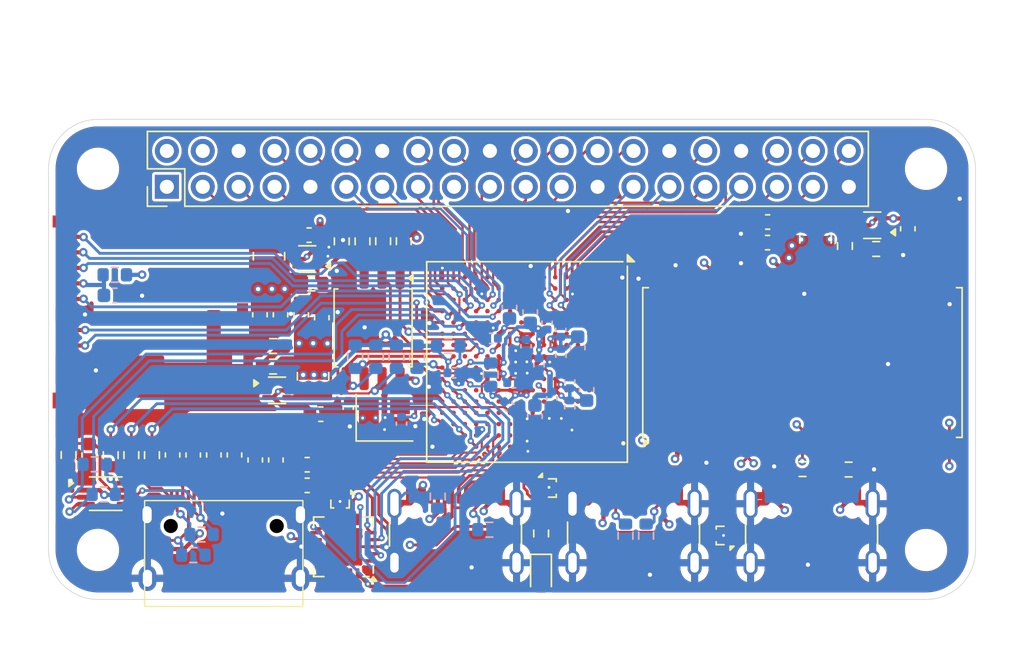
<source format=kicad_pcb>
(kicad_pcb (version 20241229) (generator "pcbnew") (generator_version "9.0")
  (title_block (date "2025-04-25") (rev "v1r1"))
  (layers (0 "F.Cu" signal) (4 "In1.Cu" signal) (6 "In2.Cu" signal) (2 "B.Cu" signal) (13 "F.Paste" user) (15 "B.Paste" user) (5 "F.SilkS" user "F.Silkscreen") (7 "B.SilkS" user "B.Silkscreen") (1 "F.Mask" user) (3 "B.Mask" user) (25 "Edge.Cuts" user))
  (net 0 "")
  (net 21 "CONN36")
  (net 31 "JTAG_TCK")
  (net 51 "CONN23")
  (net 54 "JTAG_TDO")
  (net 55 "/USB/LED_TXLED")
  (net 56 "FT2V5")
  (net 57 "FPDI_UTIL")
  (net 58 "GPDI_SDA")
  (net 59 "FPDI_HPD")
  (net 60 "GPDI_SCL")
  (net 61 "FPDI_CEC")
  (net 62 "Net-(J3-CC1)")
  (net 63 "Net-(J3-CC2)")
  (net 64 "+2V5")
  (net 65 "FPDI_SDA")
  (net 66 "FPDI_SCL")
  (net 67 "GCLK")
  (net 68 "GND")
  (net 69 "+5V")
  (net 70 "FTDI_nTXLED")
  (net 71 "+3V3")
  (net 72 "JTAG_TDI")
  (net 73 "JTAG_TMS")
  (net 74 "FTDI_RXD")
  (net 75 "FTDI_nRTS")
  (net 76 "FTDI_TXDEN")
  (net 77 "FTDI_nRXLED")
  (net 78 "FTDI_nSLEEP")
  (net 79 "FTDI_nDTR")
  (net 80 "FTDI_TXD")
  (net 81 "SDRAM_D8")
  (net 82 "SDRAM_D6")
  (net 83 "SDRAM_D10")
  (net 84 "SDRAM_nCS")
  (net 85 "SDRAM_A6")
  (net 86 "SDRAM_D11")
  (net 87 "SDRAM_A11")
  (net 88 "SDRAM_A9")
  (net 89 "SDRAM_D13")
  (net 90 "SDRAM_A2")
  (net 91 "SDRAM_nWE")
  (net 92 "SDRAM_D0")
  (net 93 "SDRAM_A8")
  (net 94 "SDRAM_A0")
  (net 95 "SDRAM_DQM0")
  (net 96 "SDRAM_D3")
  (net 97 "SDRAM_A7")
  (net 98 "SDRAM_A1")
  (net 99 "SDRAM_D7")
  (net 100 "SDRAM_D2")
  (net 101 "SDRAM_A10")
  (net 102 "SDRAM_D12")
  (net 103 "SDRAM_CKE")
  (net 104 "SDRAM_nCAS")
  (net 105 "SDRAM_nRAS")
  (net 106 "SDRAM_D9")
  (net 107 "SDRAM_CLK")
  (net 108 "SDRAM_DQM1")
  (net 109 "SDRAM_A4")
  (net 110 "SDRAM_A5")
  (net 111 "SDRAM_D5")
  (net 112 "SDRAM_D4")
  (net 113 "SDRAM_D15")
  (net 114 "SDRAM_D14")
  (net 115 "SDRAM_A3")
  (net 116 "SDRAM_D1")
  (net 117 "+1V1")
  (net 118 "/Power/FB3")
  (net 119 "/Power/L3")
  (net 120 "/Power/L2")
  (net 121 "/Power/L1")
  (net 122 "/Power/FB2")
  (net 123 "/Power/FB1")
  (net 151 "SDRAM_BA1")
  (net 152 "SDRAM_BA0")
  (net 154 "SDRAM_A12")
  (net 155 "INITN")
  (net 156 "DONE")
  (net 157 "Net-(U1H-PROGRAMN)")
  (net 158 "IO3")
  (net 159 "IO2")
  (net 160 "IO1")
  (net 161 "IO0")
  (net 162 "CLK")
  (net 163 "~{CS}")
  (net 164 "Net-(U9-VREF2)")
  (net 165 "CONN11")
  (net 166 "CONN31")
  (net 167 "CONN24")
  (net 168 "CONN15")
  (net 169 "CONN3")
  (net 170 "CONN35")
  (net 171 "CONN8")
  (net 172 "CONN37")
  (net 173 "CONN13")
  (net 174 "CONN18")
  (net 175 "CONN26")
  (net 176 "CONN5")
  (net 177 "CONN12")
  (net 178 "CONN22")
  (net 179 "CONN40")
  (net 180 "CONN19")
  (net 181 "CONN29")
  (net 182 "CONN21")
  (net 183 "CONN38")
  (net 184 "CONN28")
  (net 185 "CONN16")
  (net 186 "CONN7")
  (net 187 "CONN27")
  (net 188 "CONN33")
  (net 189 "CONN32")
  (net 190 "CONN10")
  (net 192 "Net-(J4-CC2)")
  (net 193 "Net-(J4-CC1)")
  (net 194 "Net-(J5-CC1)")
  (net 195 "Net-(J5-CC2)")
  (net 196 "Net-(J7-D0-)")
  (net 197 "Net-(J7-UTILITY)")
  (net 198 "Net-(J7-D2+)")
  (net 199 "Net-(J7-HPD)")
  (net 200 "Net-(J7-D1-)")
  (net 201 "Net-(J7-D1+)")
  (net 202 "Net-(J7-CK-)")
  (net 203 "Net-(J7-D2-)")
  (net 204 "Net-(J7-CEC)")
  (net 205 "Net-(J7-D0+)")
  (net 206 "Net-(J7-CK+)")
  (net 208 "FPDI_D2+")
  (net 209 "FPDI_D2-")
  (net 210 "FPDI_D1+")
  (net 211 "FPDI_D1-")
  (net 212 "FPDI_D0+")
  (net 213 "FPDI_D0-")
  (net 214 "FPDI_CLK+")
  (net 215 "FPDI_CLK-")
  (net 217 "D1+")
  (net 218 "D1-")
  (net 219 "D2-")
  (net 220 "D2+")
  (net 221 "D3+")
  (net 222 "D3-")
  (net 244 "Net-(J2-VDD)")
  (net 245 "SD_D1")
  (net 246 "SD_D2")
  (net 247 "SD_CLK")
  (net 248 "SD_D0")
  (net 249 "SD_CMD")
  (net 251 "SD_D3")
  (footprint "Resistor_SMD:R_0603_1608Metric" (layer "F.Cu") (at 136.86 100.33 -90)
    (property "Reference" "R5" (hide yes))
    (property "Value" "549")
  )
  (footprint "Package_SO:VSSOP-8_2.3x2mm_P0.5mm" (layer "F.Cu") (at 106.05 97.51)
    (property "Reference" "U9" (hide yes))
    (property "Value" "PCA9306DC1")
  )
  (footprint "Resistor_SMD:R_0603_1608Metric" (layer "F.Cu") (at 125.68 79.63 -90)
    (property "Reference" "R21" (hide yes))
    (property "Value" "10k")
  )
  (footprint "Capacitor_SMD:C_0603_1608Metric" (layer "F.Cu") (at 112.24 94.77 -90)
    (property "Reference" "C19" (hide yes))
    (property "Value" "22nF" (hide yes))
  )
  (footprint "Resistor_SMD:R_0603_1608Metric" (layer "F.Cu") (at 103.42 94.77 90)
    (property "Reference" "R11" (hide yes))
    (property "Value" "100k")
  )
  (footprint "Capacitor_SMD:C_0603_1608Metric" (layer "F.Cu") (at 113.7 94.77 -90)
    (property "Reference" "C18" (hide yes))
    (property "Value" "22nF" (hide yes))
  )
  (footprint "Capacitor_SMD:C_0603_1608Metric" (layer "F.Cu") (at 115.16 94.77 -90)
    (property "Reference" "C17" (hide yes))
    (property "Value" "22nF" (hide yes))
  )
  (footprint "anice-lib:SDCard molex" (layer "F.Cu") (at 109.19 84.67 90)
    (property "Reference" "J2" (hide yes))
    (property "Value" "Micro_SD_Card_Det1")
  )
  (footprint "Package_BGA:BGA-256_14.0x14.0mm_Layout16x16_P0.8mm_Ball0.45mm_Pad0.32mm_NSMD" (layer "F.Cu") (at 135.862165 88.183 -90)
    (property "Reference" "U1" (hide yes))
    (property "Value" "ECP5U_12_CABGA256")
  )
  (footprint "Capacitor_SMD:C_0603_1608Metric" (layer "F.Cu") (at 104.88 94.77 -90)
    (property "Reference" "C21" (hide yes))
    (property "Value" "100pF")
  )
  (footprint "Capacitor_SMD:C_0603_1608Metric" (layer "F.Cu") (at 119.88 84.84 90)
    (property "Reference" "C10" (hide yes))
    (property "Value" "100pF")
  )
  (footprint "MountingHole:MountingHole_2.5mm" (layer "F.Cu") (at 105.499999 101.500001)
    (property "Reference" "H3" (hide yes))
    (property "Value" "MountingHole_Pad")
  )
  (footprint "Capacitor_SMD:C_0603_1608Metric" (layer "F.Cu") (at 110.78 94.77 -90)
    (property "Reference" "C20" (hide yes))
    (property "Value" "22nF" (hide yes))
  )
  (footprint "Resistor_SMD:R_0603_1608Metric" (layer "F.Cu") (at 120.59 82.62)
    (property "Reference" "RA2" (hide yes))
    (property "Value" "15k")
  )
  (footprint "Capacitor_SMD:C_0603_1608Metric" (layer "F.Cu") (at 116.96 84.84 -90)
    (property "Reference" "C11" (hide yes))
    (property "Value" "10uF")
  )
  (footprint "Resistor_SMD:R_0603_1608Metric" (layer "F.Cu") (at 117.89 87.05)
    (property "Reference" "RB3" (hide yes))
    (property "Value" "3.3k")
  )
  (footprint "Capacitor_SMD:C_0603_1608Metric" (layer "F.Cu") (at 162.81 78.75 -90)
    (property "Reference" "C4" (hide yes))
    (property "Value" "10uF")
  )
  (footprint "Package_TO_SOT_SMD:SOT-563" (layer "F.Cu") (at 118.17 90.19)
    (property "Reference" "U12" (hide yes))
    (property "Value" "TLV62569DRL")
  )
  (footprint "Package_TO_SOT_SMD:SOT-563" (layer "F.Cu") (at 160.2925 78.5 180)
    (property "Reference" "U14" (hide yes))
    (property "Value" "TLV62569DRL")
  )
  (footprint "Capacitor_SMD:C_0603_1608Metric" (layer "F.Cu") (at 152.885 79.73 180)
    (property "Reference" "C28" (hide yes))
    (property "Value" "10uF")
  )
  (footprint "Capacitor_SMD:C_0603_1608Metric" (layer "F.Cu") (at 121.27 91.88)
    (property "Reference" "C12" (hide yes))
    (property "Value" "10uF")
  )
  (footprint "Capacitor_SMD:C_0402_1005Metric" (layer "F.Cu") (at 123.21 91.42 -90)
    (property "Reference" "C39" (hide yes))
    (property "Value" "100nF")
  )
  (footprint "Inductor_SMD:L_1008_2520Metric" (layer "F.Cu") (at 120.72 89.19 90)
    (property "Reference" "L3" (hide yes))
    (property "Value" "2.2uH")
  )
  (footprint "Package_SO:TSOP-II-54_22.2x10.16mm_P0.8mm" (layer "F.Cu") (at 155.352165 88.223 90)
    (property "Reference" "U10" (hide yes))
    (property "Value" "W9825G6KH-6")
  )
  (footprint "Package_DFN_QFN:QFN-20-1EP_4x4mm_P0.5mm_EP2.5x2.5mm" (layer "F.Cu") (at 122.87 101.27 180)
    (property "Reference" "U7" (hide yes))
    (property "Value" "FT231XQ")
  )
  (footprint "Capacitor_SMD:C_0603_1608Metric" (layer "F.Cu") (at 118.09 95.125 -90)
    (property "Reference" "C15" (hide yes))
    (property "Value" "22nF" (hide yes))
  )
  (footprint "Capacitor_SMD:C_0603_1608Metric" (layer "F.Cu") (at 152.89 78.27 180)
    (property "Reference" "C29" (hide yes))
    (property "Value" "100pF")
  )
  (footprint "Connector_USB:USB_C_Receptacle_GCT_USB4105-xx-A_16P_TopMnt_Horizontal" (layer "F.Cu") (at 130.8 101.325)
    (property "Reference" "J3" (hide yes))
    (property "Value" "USB_C_Receptacle_USB2.0_14P")
  )
  (footprint "Connector_PinHeader_2.54mm:PinHeader_2x20_P2.54mm_Vertical" (layer "F.Cu") (at 110.375 75.775 90)
    (property "Reference" "J1" (hide yes))
    (property "Value" "Conn_02x20_Counter_Clockwise")
  )
  (footprint "Resistor_SMD:R_0603_1608Metric" (layer "F.Cu") (at 107.86 94.78 90)
    (property "Reference" "R9" (hide yes))
    (property "Value" "10k" (hide yes))
  )
  (footprint "Resistor_SMD:R_0603_1608Metric" (layer "F.Cu") (at 124.22 79.64 -90)
    (property "Reference" "R20" (hide yes))
    (property "Value" "10k")
  )
  (footprint "Package_TO_SOT_SMD:Texas_DRT-3" (layer "F.Cu") (at 149.8 100.47 90)
    (property "Reference" "U5" (hide yes))
    (property "Value" "TPD2EUSB30")
  )
  (footprint "Resistor_SMD:R_0603_1608Metric" (layer "F.Cu") (at 127.14 79.63 -90)
    (property "Reference" "R24" (hide yes))
    (property "Value" "4.7k")
  )
  (footprint "anice-lib:XKB Connection A71-05H4-111N1" (layer "F.Cu") (at 114.4 99)
    (property "Reference" "J7" (hide yes))
    (property "Value" "HDMI_C_1.3")
  )
  (footprint "Capacitor_SMD:C_0603_1608Metric" (layer "F.Cu") (at 120.305 96.92 180)
    (property "Reference" "C13" (hide yes))
    (property "Value" "22nF")
  )
  (footprint "Resistor_SMD:R_0603_1608Metric" (layer "F.Cu") (at 160.57 80.18 180)
    (property "Reference" "RB1" (hide yes))
    (property "Value" "18k")
  )
  (footprint "MountingHole:MountingHole_2.5mm" (layer "F.Cu") (at 105.5 74.5)
    (property "Reference" "H1" (hide yes))
    (property "Value" "MountingHole_Pad")
  )
  (footprint "Package_TO_SOT_SMD:SOT-563" (layer "F.Cu") (at 120.31 80.89 180)
    (property "Reference" "U13" (hide yes))
    (property "Value" "TLV62569DRL")
  )
  (footprint "MountingHole:MountingHole_2.5mm" (layer "F.Cu") (at 164.1 101.5)
    (property "Reference" "H4" (hide yes))
    (property "Value" "MountingHole_Pad")
  )
  (footprint "Inductor_SMD:L_1008_2520Metric" (layer "F.Cu") (at 156.28 79.5 -90)
    (property "Reference" "L1" (hide yes))
    (property "Value" "2.2uH")
  )
  (footprint "LED_SMD:LED_0603_1608Metric" (layer "F.Cu") (at 136.85 103.29 -90)
    (property "Reference" "D1" (hide yes))
    (property "Value" "RED")
  )
  (footprint "Capacitor_SMD:C_0603_1608Metric" (layer "F.Cu") (at 120.44 79.2 180)
    (property "Reference" "C8" (hide yes))
    (property "Value" "10uF")
  )
  (footprint "Connector_USB:USB_C_Receptacle_GCT_USB4105-xx-A_16P_TopMnt_Horizontal" (layer "F.Cu") (at 156 101.325)
    (property "Reference" "J5" (hide yes))
    (property "Value" "USB_C_Receptacle_USB2.0_14P")
  )
  (footprint "Package_TO_SOT_SMD:Texas_DRT-3" (layer "F.Cu") (at 122.63 97.97 180)
    (property "Reference" "U8" (hide yes))
    (property "Value" "TPD2EUSB30")
  )
  (footprint "Capacitor_SMD:C_0603_1608Metric" (layer "F.Cu") (at 116.63 95.125 -90)
    (property "Reference" "C16" (hide yes))
    (property "Value" "22nF" (hide yes))
  )
  (footprint "Package_TO_SOT_SMD:Texas_DRT-3" (layer "F.Cu") (at 137.38 97.1075 -90)
    (property "Reference" "U6" (hide yes))
    (property "Value" "TPD2EUSB30")
  )
  (footprint "Capacitor_SMD:C_0603_1608Metric" (layer "F.Cu") (at 121.34 85.05 90)
    (property "Reference" "C9" (hide yes))
    (property "Value" "10uF")
  )
  (footprint "Resistor_SMD:R_0603_1608Metric" (layer "F.Cu") (at 109.32 94.78 90)
    (property "Reference" "R8" (hide yes))
    (property "Value" "470" (hide yes))
  )
  (footprint "Resistor_SMD:R_0603_1608Metric" (layer "F.Cu") (at 155.36 95.77)
    (property "Reference" "R6" (hide yes))
    (property "Value" "5.1k")
  )
  (footprint "Inductor_SMD:L_1008_2520Metric" (layer "F.Cu") (at 117.6 80.695 -90)
    (property "Reference" "L2" (hide yes))
    (property "Value" "2.2uH")
  )
  (footprint "Resistor_SMD:R_0603_1608Metric" (layer "F.Cu") (at 158.62 95.8 180)
    (property "Reference" "R7" (hide yes))
    (property "Value" "5.1k")
  )
  (footprint "Capacitor_SMD:C_0603_1608Metric" (layer "F.Cu") (at 120.305 95.46 180)
    (property "Reference" "C14" (hide yes))
    (property "Value" "22nF" (hide yes))
  )
  (footprint "Capacitor_SMD:C_0603_1608Metric" (layer "F.Cu") (at 118.42 84.84 -90)
    (property "Reference" "C27" (hide yes))
    (property "Value" "100pF")
  )
  (footprint "Package_SO:SOIC-8_5.3x5.3mm_P1.27mm" (layer "F.Cu") (at 124.97 85.77 -90)
    (property "Reference" "U11" (hide yes))
    (property "Value" "W25Q128JVS")
  )
  (footprint "MountingHole:MountingHole_2.5mm" (layer "F.Cu") (at 164.1 74.5)
    (property "Reference" "H2" (hide yes))
    (property "Value" "MountingHole_Pad")
  )
  (footprint "Resistor_SMD:R_0603_1608Metric" (layer "F.Cu") (at 106.4 94.78 90)
    (property "Reference" "R10" (hide yes))
    (property "Value" "470" (hide yes))
  )
  (footprint "Resistor_SMD:R_0603_1608Metric" (layer "F.Cu") (at 122.75 79.64 -90)
    (property "Reference" "RB2" (hide yes))
    (property "Value" "4.7k")
  )
  (footprint "Connector_USB:USB_C_Receptacle_GCT_USB4105-xx-A_16P_TopMnt_Horizontal" (layer "F.Cu") (at 143.4 101.325)
    (property "Reference" "J4" (hide yes))
    (property "Value" "USB_C_Receptacle_USB2.0_14P")
  )
  (footprint "Resistor_SMD:R_0603_1608Metric" (layer "F.Cu") (at 117.89 88.51 180)
    (property "Reference" "RA3" (hide yes))
    (property "Value" "15k")
  )
  (footprint "Crystal:Crystal_SMD_3225-4Pin_3.2x2.5mm" (layer "F.Cu") (at 125.77 92.13)
    (property "Reference" "Y1" (hide yes))
    (property "Value" "ECS-2520MV-xxx-xx")
  )
  (footprint "Resistor_SMD:R_0603_1608Metric" (layer "F.Cu") (at 158.36 79.97 90)
    (property "Reference" "RA1" (hide yes))
    (property "Value" "15k")
  )
  (footprint "Resistor_SMD:R_0603_1608Metric" (layer "B.Cu") (at 142.83 100.49 90)
    (property "Reference" "R3" (hide yes))
    (property "Value" "5.1k")
  )
  (footprint "Resistor_SMD:R_0603_1608Metric" (layer "B.Cu") (at 133.29 89.08 90)
    (property "Reference" "R17" (hide yes))
    (property "Value" "4.7k")
  )
  (footprint "Capacitor_SMD:C_0402_1005Metric" (layer "B.Cu") (at 138.88 89.56 -90)
    (property "Reference" "C33" (hide yes))
    (property "Value" "100nF")
  )
  (footprint "Resistor_SMD:R_0603_1608Metric" (layer "B.Cu") (at 126.62 87.81 -90)
    (property "Reference" "R19" (hide yes))
    (property "Value" "10k")
  )
  (footprint "Capacitor_SMD:C_0402_1005Metric" (layer "B.Cu") (at 126.98 92.55 -90)
    (property "Reference" "C40" (hide yes))
    (property "Value" "15pF")
  )
  (footprint "Capacitor_SMD:C_0402_1005Metric" (layer "B.Cu") (at 138.25 85.92 -90)
    (property "Reference" "C31" (hide yes))
    (property "Value" "100nF")
  )
  (footprint "Capacitor_SMD:C_0603_1608Metric" (layer "B.Cu") (at 139.45 87.17 90)
    (property "Reference" "C30" (hide yes))
    (property "Value" "10uF")
  )
  (footprint "Resistor_SMD:R_0603_1608Metric" (layer "B.Cu") (at 129.54 97.71 -90)
    (property "Reference" "R1" (hide yes))
    (property "Value" "5.1k")
  )
  (footprint "Resistor_SMD:R_0603_1608Metric" (layer "B.Cu") (at 105.27 95.43 180)
    (property "Reference" "R15" (hide yes))
    (property "Value" "3.3k")
  )
  (footprint "Capacitor_SMD:C_0603_1608Metric" (layer "B.Cu") (at 140.08 90.14 -90)
    (property "Reference" "C32" (hide yes))
    (property "Value" "10uF")
  )
  (footprint "Capacitor_SMD:C_0402_1005Metric" (layer "B.Cu") (at 136.71 88.41 -90)
    (property "Reference" "C38" (hide yes))
    (property "Value" "100nF")
  )
  (footprint "Resistor_SMD:R_0603_1608Metric" (layer "B.Cu") (at 112.25 101.86 180)
    (property "Reference" "R13" (hide yes))
    (property "Value" "4.7k")
  )
  (footprint "Capacitor_SMD:C_0402_1005Metric" (layer "B.Cu") (at 134.94 89.65)
    (property "Reference" "C42" (hide yes))
    (property "Value" "100nF")
  )
  (footprint "Capacitor_SMD:C_0402_1005Metric" (layer "B.Cu") (at 137.28 85.4 90)
    (property "Reference" "C37" (hide yes))
    (property "Value" "100nF")
  )
  (footprint "Capacitor_SMD:C_0402_1005Metric" (layer "B.Cu") (at 138.26 87.74 90)
    (property "Reference" "C35" (hide yes))
    (property "Value" "100nF")
  )
  (footprint "Resistor_SMD:R_0603_1608Metric" (layer "B.Cu") (at 130.29 87.05)
    (property "Reference" "R23" (hide yes))
    (property "Value" "4.7k")
  )
  (footprint "Resistor_SMD:R_0603_1608Metric" (layer "B.Cu") (at 125.16 87.81 -90)
    (property "Reference" "R22" (hide yes))
    (property "Value" "10k")
  )
  (footprint "Resistor_SMD:R_0603_1608Metric" (layer "B.Cu") (at 123.7 87.81 -90)
    (property "Reference" "R18" (hide yes))
    (property "Value" "1k")
  )
  (footprint "Capacitor_SMD:C_0402_1005Metric" (layer "B.Cu") (at 133.32 86.51)
    (property "Reference" "C26" (hide yes))
    (property "Value" "100nF")
  )
  (footprint "Capacitor_SMD:C_0402_1005Metric" (layer "B.Cu") (at 137.62 90.76 -90)
    (property "Reference" "C36" (hide yes))
    (property "Value" "100nF")
  )
  (footprint "Resistor_SMD:R_0603_1608Metric" (layer "B.Cu") (at 133.2 100.06 180)
    (property "Reference" "R2" (hide yes))
    (property "Value" "5.1k")
  )
  (footprint "Resistor_SMD:R_0603_1608Metric" (layer "B.Cu") (at 144.29 100.49 90)
    (property "Reference" "R4" (hide yes))
    (property "Value" "5.1k")
  )
  (footprint "Capacitor_SMD:C_0402_1005Metric" (layer "B.Cu") (at 138.89 91.39 90)
    (property "Reference" "C34" (hide yes))
    (property "Value" "100nF")
  )
  (footprint "Resistor_SMD:R_0603_1608Metric" (layer "B.Cu") (at 112.83 100.4)
    (property "Reference" "R12" (hide yes))
    (property "Value" "4.7k")
  )
  (footprint "Capacitor_SMD:C_0603_1608Metric" (layer "B.Cu") (at 136.42 92.04 -90)
    (property "Reference" "C3" (hide yes))
    (property "Value" "10uF")
  )
  (footprint "Capacitor_SMD:C_0402_1005Metric" (layer "B.Cu") (at 130.71 88.95 180)
    (property "Reference" "C41" (hide yes))
    (property "Value" "100nF")
  )
  (footprint "Capacitor_SMD:C_0402_1005Metric" (layer "B.Cu") (at 135.79 87.07 -90)
    (property "Reference" "C43" (hide yes))
    (property "Value" "100nF")
  )
  (footprint "Capacitor_SMD:C_0603_1608Metric" (layer "B.Cu") (at 134.62 84.32 -90)
    (property "Reference" "C25" (hide yes))
    (property "Value" "10uF")
  )
  (footprint "Resistor_SMD:R_0603_1608Metric" (layer "B.Cu") (at 105.91 97.56 180)
    (property "Reference" "R14" (hide yes))
    (property "Value" "3.3k")
  )
  (footprint "Resistor_SMD:R_0603_1608Metric" (layer "B.Cu") (at 128.08 87.81 -90)
    (property "Reference" "R16" (hide yes))
    (property "Value" "4.7k")
  )
  (footprint "Capacitor_SMD:C_0603_1608Metric" (layer "B.Cu") (at 136.09 84.64 90)
    (property "Reference" "C2" (hide yes))
    (property "Value" "10uF")
  )
  (footprint "Capacitor_SMD:C_0603_1608Metric" (layer "B.Cu") (at 106.695 83.46675)
    (property "Reference" "C22" (hide yes))
    (property "Value" "22uF")
  )
  (footprint "Capacitor_SMD:C_0402_1005Metric" (layer "B.Cu") (at 134.61 91.36 135)
    (property "Reference" "C23" (hide yes))
    (property "Value" "100nF")
  )
  (footprint "Resistor_SMD:R_0603_1608Metric" (layer "B.Cu") (at 106.69 82.01)
    (property "Reference" "R38" (hide yes))
    (property "Value" "0.47")
  )
  (gr_line (start 167.6 74.5) (end 167.6 101.5) (stroke (width 0.05)) (layer "Edge.Cuts"))
  (gr_arc (start 164.099999 71.000001) (mid 166.574873 72.025127) (end 167.599999 74.500001) (stroke (width 0.05)) (layer "Edge.Cuts"))
  (gr_arc (start 102 74.5) (mid 103.025126 72.025126) (end 105.5 71) (stroke (width 0.05)) (layer "Edge.Cuts"))
  (gr_line (start 105.5 71) (end 164.1 71.000001) (stroke (width 0.05)) (layer "Edge.Cuts"))
  (gr_arc (start 105.5 105) (mid 103.025126 103.974874) (end 102 101.5) (stroke (width 0.05)) (layer "Edge.Cuts"))
  (gr_line (start 105.5 105) (end 164.099999 104.999998) (stroke (width 0.05)) (layer "Edge.Cuts"))
  (gr_arc (start 167.599999 101.499999) (mid 166.574873 103.974873) (end 164.099999 104.999999) (stroke (width 0.05)) (layer "Edge.Cuts"))
  (gr_line (start 102 74.5) (end 102 101.5) (stroke (width 0.05)) (layer "Edge.Cuts"))
  (segment (start 149.5805 76.734324) (end 149.070839 77.243985) (width 0.175) (layer "F.Cu") (net 21))
  (segment (start 149.5805 75.18081) (end 149.5805 76.734324) (width 0.175) (layer "F.Cu") (net 21))
  (segment (start 152.4495 74.3405) (end 150.42081 74.3405) (width 0.175) (layer "F.Cu") (net 21))
  (segment (start 137.062165 80.641401) (end 137.062165 82.183) (width 0.175) (layer "F.Cu") (net 21))
  (segment (start 149.070839 77.243985) (end 140.459581 77.243985) (width 0.175) (layer "F.Cu") (net 21))
  (segment (start 150.42081 74.3405) (end 149.5805 75.18081) (width 0.175) (layer "F.Cu") (net 21))
  (segment (start 140.459581 77.243985) (end 137.062165 80.641401) (width 0.175) (layer "F.Cu") (net 21))
  (segment (start 153.555 73.235) (end 152.4495 74.3405) (width 0.175) (layer "F.Cu") (net 21))
  (segment (start 124.8325 100.765) (end 125.458632 100.765) (width 0.2) (layer "F.Cu") (net 31))
  (segment (start 129.862165 89.383) (end 129.863 89.383) (width 0.2) (layer "F.Cu") (net 31))
  (segment (start 125.458632 100.765) (end 125.567447 100.656185) (width 0.2) (layer "F.Cu") (net 31))
  (segment (start 129.863 89.383) (end 130.23 89.75) (width 0.2) (layer "F.Cu") (net 31))
  (via (at 125.567447 100.656185) (size 0.45) (drill 0.2) (layers "F.Cu" "B.Cu") (net 31))
  (via (at 130.23 89.75) (size 0.45) (drill 0.2) (layers "F.Cu" "B.Cu") (net 31))
  (segment (start 130.658778 90.178778) (end 130.23 89.75) (width 0.2) (layer "B.Cu") (net 31))
  (segment (start 131.37 90.16) (end 130.677556 90.16) (width 0.15) (layer "B.Cu") (net 31))
  (segment (start 131.9 95.93) (end 134.15 93.68) (width 0.2) (layer "B.Cu") (net 31))
  (segment (start 125.567447 97.506336) (end 127.143783 95.93) (width 0.2) (layer "B.Cu") (net 31))
  (segment (start 132.65 91.44) (end 131.388778 90.178778) (width 0.2) (layer "B.Cu") (net 31))
  (segment (start 127.143783 95.93) (end 131.9 95.93) (width 0.2) (layer "B.Cu") (net 31))
  (segment (start 134.15 92.51) (end 133.08 91.44) (width 0.2) (layer "B.Cu") (net 31))
  (segment (start 133.08 91.44) (end 132.65 91.44) (width 0.2) (layer "B.Cu") (net 31))
  (segment (start 131.388778 90.178778) (end 131.37 90.16) (width 0.15) (layer "B.Cu") (net 31))
  (segment (start 134.15 93.68) (end 134.15 92.51) (width 0.2) (layer "B.Cu") (net 31))
  (segment (start 125.567447 100.656185) (end 125.567447 97.506336) (width 0.2) (layer "B.Cu") (net 31))
  (segment (start 130.677556 90.16) (end 130.658778 90.178778) (width 0.15) (layer "B.Cu") (net 31))
  (segment (start 135.462165 82.983) (end 135.058165 82.579) (width 0.15) (layer "F.Cu") (net 51))
  (segment (start 136.35 78.16) (end 135.06 79.45) (width 0.175) (layer "F.Cu") (net 51))
  (segment (start 138.315 76.195) (end 136.35 78.16) (width 0.175) (layer "F.Cu") (net 51))
  (segment (start 135.058165 82.579) (end 135.058165 82) (width 0.15) (layer "F.Cu") (net 51))
  (segment (start 138.315 75.775) (end 138.315 76.195) (width 0.175) (layer "F.Cu") (net 51))
  (segment (start 135.06 79.45) (end 135.06 82.08) (width 0.175) (layer "F.Cu") (net 51))
  (segment (start 124.06 98.48) (end 124.067191 98.472809) (width 0.2) (layer "F.Cu") (net 54))
  (segment (start 133.062165 89.383) (end 132.66625 89.778915) (width 0.15) (layer "F.Cu") (net 54))
  (segment (start 132.66625 89.778915) (end 132.66625 90.54543) (width 0.15) (layer "F.Cu") (net 54))
  (segment (start 123.895 99.3275) (end 124.06 99.1625) (width 0.2) (layer "F.Cu") (net 54))
  (segment (start 124.06 99.1625) (end 124.06 98.48) (width 0.2) (layer "F.Cu") (net 54))
  (via (at 132.66 90.56) (size 0.45) (drill 0.2) (layers "F.Cu" "B.Cu") (net 54))
  (via (at 124.067191 98.472809) (size 0.45) (drill 0.2) (layers "F.Cu" "B.Cu") (net 54))
  (segment (start 127.21 103.8) (end 130.77 100.24) (width 0.2) (layer "B.Cu") (net 54))
  (segment (start 134.58 93.83) (end 134.58 92.27) (width 0.2) (layer "B.Cu") (net 54))
  (segment (start 125.9 103.8) (end 127.21 103.8) (width 0.2) (layer "B.Cu") (net 54))
  (segment (start 133.414 91.104) (end 134.58 92.27) (width 0.2) (layer "B.Cu") (net 54))
  (segment (start 132.8 95.61) (end 134.58 93.83) (width 0.2) (layer "B.Cu") (net 54))
  (segment (start 124.067191 101.967191) (end 125.9 103.8) (width 0.2) (layer "B.Cu") (net 54))
  (segment (start 130.77 97.62) (end 132.78 95.61) (width 0.2) (layer "B.Cu") (net 54))
  (segment (start 132.78 95.61) (end 132.8 95.61) (width 0.2) (layer "B.Cu") (net 54))
  (segment (start 133.22482 91.104) (end 133.414 91.104) (width 0.2) (layer "B.Cu") (net 54))
  (segment (start 130.77 100.24) (end 130.77 97.62) (width 0.2) (layer "B.Cu") (net 54))
  (segment (start 124.067191 98.472809) (end 124.067191 101.967191) (width 0.2) (layer "B.Cu") (net 54))
  (segment (start 132.66625 90.54543) (end 133.22482 91.104) (width 0.2) (layer "B.Cu") (net 54))
  (segment (start 136.86 102.4925) (end 136.85 102.5025) (width 0.5) (layer "F.Cu") (net 55))
  (segment (start 136.86 101.155) (end 136.86 102.4925) (width 0.5) (layer "F.Cu") (net 55))
  (segment (start 121.895 99.3275) (end 121.34625 99.87625) (width 0.2) (layer "F.Cu") (net 56))
  (segment (start 121.24625 99.97625) (end 121.34625 99.87625) (width 0.2) (layer "F.Cu") (net 56))
  (segment (start 120.74 99.87) (end 120.84625 99.97625) (width 0.2) (layer "F.Cu") (net 56))
  (segment (start 120.84625 99.97625) (end 121.24625 99.97625) (width 0.2) (layer "F.Cu") (net 56))
  (segment (start 136.85 104.0775) (end 124.77 104.0775) (width 0.25) (layer "F.Cu") (net 56))
  (segment (start 124.77 104.0775) (end 124.60125 103.90875) (width 0.25) (layer "F.Cu") (net 56))
  (segment (start 124.60125 103.90875) (end 123.895 103.2025) (width 0.25) (layer "F.Cu") (net 56))
  (segment (start 121.34625 99.87625) (end 120.9575 100.265) (width 0.2) (layer "F.Cu") (net 56))
  (via (at 124.60125 103.90875) (size 0.45) (drill 0.2) (layers "F.Cu" "B.Cu") (net 56))
  (via (at 120.74 99.87) (size 0.45) (drill 0.2) (layers "F.Cu" "B.Cu") (net 56))
  (segment (start 124.60125 103.73125) (end 124.60125 103.90875) (width 0.2) (layer "B.Cu") (net 56))
  (segment (start 120.74 99.87) (end 124.60125 103.73125) (width 0.2) (layer "B.Cu") (net 56))
  (segment (start 131.062111 92.917889) (end 131.107562 92.96334) (width 0.2) (layer "F.Cu") (net 57))
  (segment (start 107.86 93.955) (end 107.86 92.94) (width 0.2) (layer "F.Cu") (net 57))
  (segment (start 131.107562 92.96334) (end 131.107562 93.028397) (width 0.2) (layer "F.Cu") (net 57))
  (segment (start 131.107562 93.028397) (end 131.462165 93.383) (width 0.2) (layer "F.Cu") (net 57))
  (via (at 107.86 92.94) (size 0.6) (drill 0.3) (layers "F.Cu" "B.Cu") (net 57))
  (via (at 131.062111 92.95) (size 0.45) (drill 0.2) (layers "F.Cu" "B.Cu") (net 57))
  (segment (start 109.661 91.139) (end 107.86 92.94) (width 0.2) (layer "B.Cu") (net 57))
  (segment (start 129.283222 91.139) (end 109.661 91.139) (width 0.2) (layer "B.Cu") (net 57))
  (segment (start 131.062111 92.917889) (end 129.283222 91.139) (width 0.2) (layer "B.Cu") (net 57))
  (segment (start 107.87 99.68) (end 107.87 98.68) (width 0.2) (layer "F.Cu") (net 58))
  (segment (start 111.9 97.85) (end 111.9 100.11) (width 0.2) (layer "F.Cu") (net 58))
  (segment (start 111.9 100.11) (end 111.19 100.82) (width 0.2) (layer "F.Cu") (net 58))
  (segment (start 109.01 100.82) (end 107.87 99.68) (width 0.2) (layer "F.Cu") (net 58))
  (segment (start 111.19 100.82) (end 109.01 100.82) (width 0.2) (layer "F.Cu") (net 58))
  (segment (start 107.87 98.68) (end 107.45 98.26) (width 0.2) (layer "F.Cu") (net 58))
  (via (at 111.161795 100.824443) (size 0.6) (drill 0.3) (layers "F.Cu" "B.Cu") (net 58))
  (segment (start 111.425 101.86) (end 111.425 101.087648) (width 0.25) (layer "B.Cu") (net 58))
  (segment (start 111.425 101.087648) (end 111.161795 100.824443) (width 0.25) (layer "B.Cu") (net 58))
  (segment (start 131.88 93.800835) (end 132.262165 94.183) (width 0.2) (layer "F.Cu") (net 59))
  (segment (start 106.4 93.955) (end 106.4 92.96) (width 0.2) (layer "F.Cu") (net 59))
  (segment (start 131.88 93.78) (end 131.88 93.800835) (width 0.2) (layer "F.Cu") (net 59))
  (via (at 106.4 92.96) (size 0.6) (drill 0.3) (layers "F.Cu" "B.Cu") (net 59))
  (via (at 131.88 93.78) (size 0.45) (drill 0.2) (layers "F.Cu" "B.Cu") (net 59))
  (segment (start 131.88 93.78) (end 131.88 93.083826) (width 0.2) (layer "B.Cu") (net 59))
  (segment (start 131.88 93.083826) (end 129.574174 90.778) (width 0.2) (layer "B.Cu") (net 59))
  (segment (start 129.574174 90.778) (end 108.582 90.778) (width 0.2) (layer "B.Cu") (net 59))
  (segment (start 108.582 90.778) (end 106.4 92.96) (width 0.2) (layer "B.Cu") (net 59))
  (segment (start 112.75 99.22) (end 112.3 98.77) (width 0.2) (layer "F.Cu") (net 60))
  (segment (start 107.45 97.76) (end 108.105765 97.76) (width 0.2) (layer "F.Cu") (net 60))
  (segment (start 108.575765 97.29) (end 108.64 97.29) (width 0.2) (layer "F.Cu") (net 60))
  (segment (start 112.3 98.77) (end 112.3 97.85) (width 0.2) (layer "F.Cu") (net 60))
  (segment (start 108.105765 97.76) (end 108.575765 97.29) (width 0.2) (layer "F.Cu") (net 60))
  (via (at 112.75 99.22) (size 0.6) (drill 0.3) (layers "F.Cu" "B.Cu") (net 60))
  (via (at 108.64 97.29) (size 0.45) (drill 0.2) (layers "F.Cu" "B.Cu") (net 60))
  (segment (start 112.76 98.4) (end 111.65 97.29) (width 0.2) (layer "B.Cu") (net 60))
  (segment (start 113.655 100.125) (end 112.75 99.22) (width 0.2) (layer "B.Cu") (net 60))
  (segment (start 113.655 100.4) (end 113.655 100.125) (width 0.2) (layer "B.Cu") (net 60))
  (segment (start 112.76 99.21) (end 112.76 98.4) (width 0.2) (layer "B.Cu") (net 60))
  (segment (start 111.65 97.29) (end 108.64 97.29) (width 0.2) (layer "B.Cu") (net 60))
  (segment (start 112.75 99.22) (end 112.76 99.21) (width 0.2) (layer "B.Cu") (net 60))
  (segment (start 129.579165 92.3) (end 129.862165 92.583) (width 0.2) (layer "F.Cu") (net 61))
  (segment (start 129.29 92.3) (end 129.579165 92.3) (width 0.2) (layer "F.Cu") (net 61))
  (segment (start 109.32 93.955) (end 109.32 92.94) (width 0.2) (layer "F.Cu") (net 61))
  (via (at 129.29 92.3) (size 0.45) (drill 0.2) (layers "F.Cu" "B.Cu") (net 61))
  (via (at 109.32 92.94) (size 0.6) (drill 0.3) (layers "F.Cu" "B.Cu") (net 61))
  (segment (start 110.76 91.5) (end 109.32 92.94) (width 0.2) (layer "B.Cu") (net 61))
  (segment (start 128.82 91.5) (end 129.29 91.97) (width 0.2) (layer "B.Cu") (net 61))
  (segment (start 129.29 91.97) (end 129.29 92.3) (width 0.2) (layer "B.Cu") (net 61))
  (segment (start 128.82 91.5) (end 110.76 91.5) (width 0.2) (layer "B.Cu") (net 61))
  (segment (start 129.55 98.902) (end 129.55 98.15) (width 0.2) (layer "F.Cu") (net 62))
  (segment (start 128.96 99.3) (end 129.152 99.3) (width 0.2) (layer "F.Cu") (net 62))
  (segment (start 129.152 99.3) (end 129.55 98.902) (width 0.2) (layer "F.Cu") (net 62))
  (via (at 128.96 99.3) (size 0.6) (drill 0.3) (layers "F.Cu" "B.Cu") (net 62))
  (segment (start 129.54 98.72) (end 128.96 99.3) (width 0.2) (layer "B.Cu") (net 62))
  (segment (start 129.54 98.535) (end 129.54 98.72) (width 0.2) (layer "B.Cu") (net 62))
  (segment (start 132.547254 98.152746) (end 132.55 98.15) (width 0.2) (layer "F.Cu") (net 63))
  (segment (start 132.059659 98.687595) (end 132.547254 98.2) (width 0.2) (layer "F.Cu") (net 63))
  (segment (start 132.059659 98.933397) (end 132.059659 98.687595) (width 0.2) (layer "F.Cu") (net 63))
  (segment (start 132.547254 98.2) (end 132.547254 98.152746) (width 0.2) (layer "F.Cu") (net 63))
  (via (at 132.059659 98.933397) (size 0.6) (drill 0.3) (layers "F.Cu" "B.Cu") (net 63))
  (segment (start 132.455 99.195) (end 132.455 99.94) (width 0.2) (layer "B.Cu") (net 63))
  (segment (start 132.087076 98.90598) (end 132.16598 98.90598) (width 0.2) (layer "B.Cu") (net 63))
  (segment (start 132.059659 98.933397) (end 132.087076 98.90598) (width 0.2) (layer "B.Cu") (net 63))
  (segment (start 132.16598 98.90598) (end 132.455 99.195) (width 0.2) (layer "B.Cu") (net 63))
  (segment (start 133.45 87.4) (end 133.44 87.4) (width 0.2) (layer "F.Cu") (net 64))
  (segment (start 133.5 87.35) (end 133.45 87.4) (width 0.2) (layer "F.Cu") (net 64))
  (segment (start 133.862165 86.987835) (end 133.862165 86.983) (width 0.2) (layer "F.Cu") (net 64))
  (segment (start 137.062165 90.183) (end 137.03 90.183) (width 0.15) (layer "F.Cu") (net 64))
  (segment (start 133.5 87.35) (end 133.862165 86.987835) (width 0.2) (layer "F.Cu") (net 64))
  (segment (start 137.03 90.183) (end 136.69 89.843) (width 0.15) (layer "F.Cu") (net 64))
  (via (at 116.83 83.02) (size 0.6) (drill 0.3) (layers "F.Cu" "B.Cu") (net 64))
  (via (at 118.71 83.01) (size 0.6) (drill 0.3) (layers "F.Cu" "B.Cu") (net 64))
  (via (at 117.81 83.01) (size 0.6) (drill 0.3) (layers "F.Cu" "B.Cu") (net 64))
  (via (at 133.44 87.4) (size 0.45) (drill 0.2) (layers "F.Cu" "B.Cu") (net 64))
  (via (at 136.69 89.843) (size 0.45) (drill 0.2) (layers "F.Cu" "B.Cu") (net 64))
  (segment (start 131.16256 85.682605) (end 131.462165 85.383) (width 0.25) (layer "F.Cu") (net 65))
  (segment (start 104.65 98.26) (end 104.01 98.26) (width 0.2) (layer "F.Cu") (net 65))
  (segment (start 104.01 98.26) (end 103.49 98.78) (width 0.2) (layer "F.Cu") (net 65))
  (segment (start 131.087182 85.682605) (end 131.16256 85.682605) (width 0.25) (layer "F.Cu") (net 65))
  (via (at 131.07 85.74) (size 0.45) (drill 0.2) (layers "F.Cu" "B.Cu") (net 65))
  (via (at 103.49 98.78) (size 0.6) (drill 0.3) (layers "F.Cu" "B.Cu") (net 65))
  (segment (start 129.23 84.86) (end 123.91 84.86) (width 0.2) (layer "B.Cu") (net 65))
  (segment (start 123.91 84.86) (end 122.76 86.01) (width 0.2) (layer "B.Cu") (net 65))
  (segment (start 103.865 98.78) (end 105.085 97.56) (width 0.2) (layer "B.Cu") (net 65))
  (segment (start 105.19 92.04) (end 105.83 91.4) (width 0.2) (layer "B.Cu") (net 65))
  (segment (start 103.49 98.78) (end 103.865 98.78) (width 0.2) (layer "B.Cu") (net 65))
  (segment (start 122.35 88.1) (end 109.13 88.1) (width 0.2) (layer "B.Cu") (net 65))
  (segment (start 122.76 87.69) (end 122.35 88.1) (width 0.2) (layer "B.Cu") (net 65))
  (segment (start 109.13 88.1) (end 105.83 91.4) (width 0.2) (layer "B.Cu") (net 65))
  (segment (start 131.06 85.655423) (end 130.025423 85.655423) (width 0.2) (layer "B.Cu") (net 65))
  (segment (start 105.085 97.56) (end 105.19 97.455) (width 0.2) (layer "B.Cu") (net 65))
  (segment (start 131.087182 85.682605) (end 131.06 85.655423) (width 0.2) (layer "B.Cu") (net 65))
  (segment (start 105.19 97.455) (end 105.19 92.71) (width 0.2) (layer "B.Cu") (net 65))
  (segment (start 105.19 92.71) (end 105.19 92.04) (width 0.2) (layer "B.Cu") (net 65))
  (segment (start 122.76 86.01) (end 122.76 87.69) (width 0.2) (layer "B.Cu") (net 65))
  (segment (start 130.025423 85.655423) (end 129.23 84.86) (width 0.2) (layer "B.Cu") (net 65))
  (segment (start 103.61 97.76) (end 103.45 97.92) (width 0.2) (layer "F.Cu") (net 66))
  (segment (start 104.65 97.76) (end 103.61 97.76) (width 0.2) (layer "F.Cu") (net 66))
  (segment (start 130.232859 85.018324) (end 130.232859 85.007141) (width 0.25) (layer "F.Cu") (net 66))
  (segment (start 130.657 84.583) (end 130.662165 84.583) (width 0.25) (layer "F.Cu") (net 66))
  (segment (start 130.232859 85.007141) (end 130.657 84.583) (width 0.25) (layer "F.Cu") (net 66))
  (via (at 130.25 84.99) (size 0.45) (drill 0.2) (layers "F.Cu" "B.Cu") (net 66))
  (via (at 103.45 97.92) (size 0.6) (drill 0.3) (layers "F.Cu" "B.Cu") (net 66))
  (segment (start 121.94 87.62) (end 108.91 87.62) (width 0.2) (layer "B.Cu") (net 66))
  (segment (start 123.44 84.47) (end 122.33 85.58) (width 0.2) (layer "B.Cu") (net 66))
  (segment (start 104.39 92.14) (end 104.39 96.98) (width 0.2) (layer "B.Cu") (net 66))
  (segment (start 130.232859 85.018324) (end 130.232859 84.754538) (width 0.2) (layer "B.Cu") (net 66))
  (segment (start 129.948321 84.47) (end 123.44 84.47) (width 0.2) (layer "B.Cu") (net 66))
  (segment (start 104.39 96.98) (end 103.45 97.92) (width 0.2) (layer "B.Cu") (net 66))
  (segment (start 122.33 87.23) (end 121.94 87.62) (width 0.2) (layer "B.Cu") (net 66))
  (segment (start 122.33 85.58) (end 122.33 87.23) (width 0.2) (layer "B.Cu") (net 66))
  (segment (start 108.91 87.62) (end 104.39 92.14) (width 0.2) (layer "B.Cu") (net 66))
  (segment (start 130.232859 84.754538) (end 129.948321 84.47) (width 0.2) (layer "B.Cu") (net 66))
  (segment (start 127.98 91.38) (end 126.97 91.38) (width 0.2) (layer "F.Cu") (net 67))
  (segment (start 134.258165 91.379) (end 129.681 91.379) (width 0.15) (layer "F.Cu") (net 67))
  (segment (start 126.97 91.38) (end 126.87 91.28) (width 0.2) (layer "F.Cu") (net 67))
  (segment (start 127.977203 91.382797) (end 127.98 91.38) (width 0.2) (layer "F.Cu") (net 67))
  (segment (start 127.977203 91.974881) (end 127.977203 91.382797) (width 0.2) (layer "F.Cu") (net 67))
  (segment (start 129.68 91.38) (end 127.98 91.38) (width 0.2) (layer "F.Cu") (net 67))
  (segment (start 134.662165 91.783) (end 134.258165 91.379) (width 0.2) (layer "F.Cu") (net 67))
  (segment (start 129.681 91.379) (end 129.68 91.38) (width 0.2) (layer "F.Cu") (net 67))
  (via (at 127.88 92.01) (size 0.45) (drill 0.2) (layers "F.Cu" "B.Cu") (net 67))
  (segment (start 127.882084 92.07) (end 127.977203 91.974881) (width 0.2) (layer "B.Cu") (net 67))
  (segment (start 126.98 92.07) (end 127.882084 92.07) (width 0.2) (layer "B.Cu") (net 67))
  (segment (start 148.952165 93.973) (end 148.952165 94.919759) (width 0.2) (layer "F.Cu") (net 68))
  (segment (start 136.262165 94.183) (end 136.263408 94.183) (width 0.15) (layer "F.Cu") (net 68))
  (segment (start 132.262165 93.383) (end 132.262165 93.377835) (width 0.2) (layer "F.Cu") (net 68))
  (segment (start 128.91 90.12) (end 128.91 89.94) (width 0.2) (layer "F.Cu") (net 68))
  (segment (start 136.257 94.183) (end 136.262165 94.183) (width 0.2) (layer "F.Cu") (net 68))
  (segment (start 160.41 95.8) (end 160.42 95.79) (width 0.2) (layer "F.Cu") (net 68))
  (segment (start 132.262165 93.377835) (end 132.68 92.96) (width 0.2) (layer "F.Cu") (net 68))
  (segment (start 140.2 98.15) (end 139.66 98.15) (width 0.4) (layer "F.Cu") (net 68))
  (segment (start 161.005 78.5) (end 161.342499 78.5) (width 0.2) (layer "F.Cu") (net 68))
  (segment (start 159.2 98.15) (end 159.74 98.15) (width 0.4) (layer "F.Cu") (net 68))
  (segment (start 136.262165 89.383) (end 136.285165 89.36) (width 0.2) (layer "F.Cu") (net 68))
  (segment (start 151.352165 82.473) (end 151.352165 81.53531) (width 0.2) (layer "F.Cu") (net 68))
  (segment (start 130.949587 89.6665) (end 130.9465 89.6665) (width 0.2) (layer "F.Cu") (net 68))
  (segment (start 134 98.15) (end 134.54 98.15) (width 0.4) (layer "F.Cu") (net 68))
  (segment (start 154.535 95.77) (end 153.752165 94.987165) (width 0.2) (layer "F.Cu") (net 68))
  (segment (start 103.73 96.76) (end 103.56 96.59) (width 0.25) (layer "F.Cu") (net 68))
  (segment (start 136.279165 87.8) (end 136.262165 87.783) (width 0.2) (layer "F.Cu") (net 68))
  (segment (start 122.75 79.46) (end 122.84 79.55) (width 0.25) (layer "F.Cu") (net 68))
  (segment (start 136.262165 87.783) (end 136.661747 88.182582) (width 0.2) (layer "F.Cu") (net 68))
  (segment (start 127.06 98.15) (end 126.48 98.73) (width 0.4) (layer "F.Cu") (net 68))
  (segment (start 136.262165 94.183) (end 136.262165 94.182165) (width 0.2) (layer "F.Cu") (net 68))
  (segment (start 134.78 88.465165) (end 134.662165 88.583) (width 0.2) (layer "F.Cu") (net 68))
  (segment (start 116.63 78.16) (end 117.04 78.57) (width 0.2) (layer "F.Cu") (net 68))
  (segment (start 135.849582 88.170418) (end 136.262165 88.583) (width 0.2) (layer "F.Cu") (net 68))
  (segment (start 113.1 98.65) (end 113.46 99.01) (width 0.25) (layer "F.Cu") (net 68))
  (segment (start 135.462165 88.583) (end 136.262165 87.783) (width 0.2) (layer "F.Cu") (net 68))
  (segment (start 134.662165 87.783) (end 134.667 87.783) (width 0.2) (layer "F.Cu") (net 68))
  (segment (start 113.1 97.85) (end 113.1 98.65) (width 0.25) (layer "F.Cu") (net 68))
  (segment (start 137.416384 97.06) (end 137.411808 97.064576) (width 0.2) (layer "F.Cu") (net 68))
  (segment (start 137.045165 87.8) (end 136.279165 87.8) (width 0.2) (layer "F.Cu") (net 68))
  (segment (start 127.6 98.15) (end 127.06 98.15) (width 0.4) (layer "F.Cu") (net 68))
  (segment (start 122.045 91.88) (end 122.309018 91.88) (width 0.2) (layer "F.Cu") (net 68))
  (segment (start 146.552165 81.51148) (end 146.373685 81.333) (width 0.2) (layer "F.Cu") (net 68))
  (segment (start 135.057582 88.987582) (end 135.462165 88.583) (width 0.2) (layer "F.Cu") (net 68))
  (segment (start 137.062165 87.783) (end 137.459583 88.180417) (width 0.2) (layer "F.Cu") (net 68))
  (segment (start 123.49 79.555) (end 123.49 81.7575) (width 0.15) (layer "F.Cu") (net 68))
  (segment (start 134.662165 87.783) (end 134.78 87.900835) (width 0.2) (layer "F.Cu") (net 68))
  (segment (start 122.75 78.815) (end 122.75 79.46) (width 0.25) (layer "F.Cu") (net 68))
  (segment (start 149.792431 100.47) (end 149.803455 100.458976) (width 0.2) (layer "F.Cu") (net 68))
  (segment (start 132.639165 83.36) (end 132.262165 82.983) (width 0.15) (layer "F.Cu") (net 68))
  (segment (start 136.262165 88.583) (end 136.662582 88.182582) (width 0.2) (layer "F.Cu") (net 68))
  (segment (start 136.285165 89.36) (end 137.039165 89.36) (width 0.2) (layer "F.Cu") (net 68))
  (segment (start 129.862165 90.983) (end 129.773 90.983) (width 0.2) (layer "F.Cu") (net 68))
  (segment (start 136.669582 88.990418) (end 136.262165 88.583) (width 0.2) (layer "F.Cu") (net 68))
  (segment (start 125.805 101.265) (end 119.895 101.265) (width 0.2) (layer "F.Cu") (net 68))
  (segment (start 139.079165 93) (end 139.462165 93.383) (width 0.25) (layer "F.Cu") (net 68))
  (segment (start 136.661747 88.182582) (end 136.662582 88.182582) (width 0.2) (layer "F.Cu") (net 68))
  (segment (start 132.262165 89.383) (end 132.262165 89.377835) (width 0.2) (layer "F.Cu") (net 68))
  (segment (start 103.19 84.82) (end 104.58 84.82) (width 0.3) (layer "F.Cu") (net 68))
  (segment (start 137.845 97.06) (end 137.416384 97.06) (width 0.2) (layer "F.Cu") (net 68))
  (segment (start 142.602165 82.203) (end 142.582165 82.183) (width 0.2) (layer "F.Cu") (net 68))
  (segment (start 135.462165 89.383) (end 136.262165 89.383) (width 0.2) (layer "F.Cu") (net 68))
  (segment (start 104.775 96.76) (end 103.73 96.76) (width 0.25) (layer "F.Cu") (net 68))
  (segment (start 143.942165 82.473) (end 143.752165 82.283) (width 0.2) (layer "F.Cu") (net 68))
  (segment (start 142.582165 82.183) (end 141.862165 82.183) (width 0.2) (layer "F.Cu") (net 68))
  (segment (start 139.462165 82.987835) (end 139.08 83.37) (width 0.15) (layer "F.Cu") (net 68))
  (segment (start 135.92 94.52) (end 136.257 94.183) (width 0.2) (layer "F.Cu") (net 68))
  (segment (start 134.662165 89.383) (end 135.057582 88.987582) (width 0.2) (layer "F.Cu") (net 68))
  (segment (start 114 78.16) (end 113.2 77.36) (width 0.2) (layer "F.Cu") (net 68))
  (segment (start 161.342499 78.5) (end 162.367499 79.525) (width 0.2) (layer "F.Cu") (net 68))
  (segment (start 122.75 78.815) (end 123.49 79.555) (width 0.15) (layer "F.Cu") (net 68))
  (segment (start 155.352165 82.473) (end 155.352165 83.226121) (width 0.2) (layer "F.Cu") (net 68))
  (segment (start 136.662582 88.182582) (end 137.062165 87.783) (width 0.2) (layer "F.Cu") (net 68))
  (segment (start 123.178228 92.74921) (end 123.32079 92.74921) (width 0.2) (layer "F.Cu") (net 68))
  (segment (start 122.63 98.06) (end 122.63 98.395) (width 0.2) (layer "F.Cu") (net 68))
  (segment (start 146.6 98.15) (end 147.14 98.15) (width 0.4) (layer "F.Cu") (net 68))
  (segment (start 165.752165 82.473) (end 165.752165 84.072165) (width 0.4) (layer "F.Cu") (net 68))
  (segment (start 129.023 85.383) (end 129.862165 85.383) (width 0.2) (layer "F.Cu") (net 68))
  (segment (start 137.469583 88.190417) (end 137.862165 88.583) (width 0.2) (layer "F.Cu") (net 68))
  (segment (start 125.84 101.3) (end 125.805 101.265) (width 0.2) (layer "F.Cu") (net 68))
  (segment (start 135.462165 89.383) (end 134.662165 88.583) (width 0.2) (layer "F.Cu") (net 68))
  (segment (start 123.49 81.7575) (end 123.065 82.1825) (width 0.15) (layer "F.Cu") (net 68))
  (segment (start 137.862165 87.783) (end 137.862165 88.583) (width 0.2) (layer "F.Cu") (net 68))
  (segment (start 129.862165 81.537835) (end 129.862165 82.183) (width 0.15) (layer "F.Cu") (net 68))
  (segment (start 131.026865 89.713082) (end 130.996169 89.713082) (width 0.2) (layer "F.Cu") (net 68))
  (segment (start 137.062165 87.783) (end 137.045165 87.8) (width 0.2) (layer "F.Cu") (net 68))
  (segment (start 155.352165 83.226121) (end 155.481044 83.355) (width 0.2) (layer "F.Cu") (net 68))
  (segment (start 165.752165 84.072165) (end 165.77 84.09) (width 0.4) (layer "F.Cu") (net 68))
  (segment (start 139.04 93) (end 139.079165 93) (width 0.25) (layer "F.Cu") (net 68))
  (segment (start 139.462165 82.983) (end 139.462165 82.987835) (width 0.15) (layer "F.Cu") (net 68))
  (segment (start 135.064583 87.385417) (end 134.662165 86.983) (width 0.2) (layer "F.Cu") (net 68))
  (segment (start 122.309018 91.88) (end 123.178228 92.74921) (width 0.2) (layer "F.Cu") (net 68))
  (segment (start 136.262165 87.783) (end 135.462165 87.783) (width 0.2) (layer "F.Cu") (net 68))
  (segment (start 115.5 97.85) (end 115.5 98.91) (width 0.25) (layer "F.Cu") (net 68))
  (segment (start 134.662165 88.583) (end 135.057582 88.187582) (width 0.2) (layer "F.Cu") (net 68))
  (segment (start 129.87 81.53) (end 129.862165 81.537835) (width 0.15) (layer "F.Cu") (net 68))
  (segment (start 149.375 100.47) (end 149.792431 100.47) (width 0.2) (layer "F.Cu") (net 68))
  (segment (start 129.17 94.183) (end 129.862165 94.183) (width 0.2) (layer "F.Cu") (net 68))
  (segment (start 139.66 98.15) (end 139.08 98.73) (width 0.4) (layer "F.Cu") (net 68))
  (segment (start 132.66 83.36) (end 132.639165 83.36) (width 0.15) (layer "F.Cu") (net 68))
  (segment (start 125.91 101.3) (end 125.84 101.3) (width 0.2) (layer "F.Cu") (net 68))
  (segment (start 129.773 90.983) (end 128.91 90.12) (width 0.2) (layer "F.Cu") (net 68))
  (segment (start 130.996169 89.713082) (end 130.949587 89.6665) (width 0.2) (layer "F.Cu") (net 68))
  (segment (start 137.062165 87.783) (end 137.069165 87.79) (width 0.2) (layer "F.Cu") (net 68))
  (segment (start 137.464748 88.180417) (end 137.459583 88.180417) (width 0.2) (layer "F.Cu") (net 68))
  (segment (start 153.752165 94.987165) (end 153.752165 93.973) (width 0.2) (layer "F.Cu") (net 68))
  (segment (start 132.262165 89.377835) (end 132.64 89) (width 0.2) (layer "F.Cu") (net 68))
  (segment (start 128.95 85.43) (end 128.976 85.43) (width 0.2) (layer "F.Cu") (net 68))
  (segment (start 152.26 98.15) (end 151.68 98.73) (width 0.4) (layer "F.Cu") (net 68))
  (segment (start 114.3 97.85) (end 114.3 98.92) (width 0.25) (layer "F.Cu") (net 68))
  (segment (start 137.862165 87.783) (end 137.464748 88.180417) (width 0.2) (layer "F.Cu") (net 68))
  (segment (start 116.7 97.85) (end 116.7 98.78) (width 0.25) (layer "F.Cu") (net 68))
  (segment (start 136.262165 94.182165) (end 135.87 93.79) (width 0.2) (layer "F.Cu") (net 68))
  (segment (start 159.445 95.8) (end 160.41 95.8) (width 0.2) (layer "F.Cu") (net 68))
  (segment (start 142.44 94.183) (end 141.862165 94.183) (width 0.2) (layer "F.Cu") (net 68))
  (segment (start 134.662165 87.783) (end 134.662165 86.983) (width 0.2) (layer "F.Cu") (net 68))
  (segment (start 137.039165 89.36) (end 137.062165 89.383) (width 0.2) (layer "F.Cu") (net 68))
  (segment (start 162.367499 79.525) (end 162.81 79.525) (width 0.2) (layer "F.Cu") (net 68))
  (segment (start 130.9465 89.6665) (end 130.663 89.383) (width 0.2) (layer "F.Cu") (net 68))
  (segment (start 134.662165 89.383) (end 135.462165 89.383) (width 0.2) (layer "F.Cu") (net 68))
  (segment (start 159.74 98.15) (end 160.32 98.73) (width 0.4) (layer "F.Cu") (net 68))
  (segment (start 135.057582 88.187582) (end 135.462165 87.783) (width 0.2) (layer "F.Cu") (net 68))
  (segment (start 135.462165 87.783) (end 135.849582 88.170418) (width 0.2) (layer "F.Cu") (net 68))
  (segment (start 114.455 78.16) (end 114 78.16) (width 0.2) (layer "F.Cu") (net 68))
  (segment (start 147.14 98.15) (end 147.72 98.73) (width 0.4) (layer "F.Cu") (net 68))
  (segment (start 135.462165 87.783) (end 135.064583 87.385417) (width 0.2) (layer "F.Cu") (net 68))
  (segment (start 148.952165 94.919759) (end 148.556974 95.31495) (width 0.2) (layer "F.Cu") (net 68))
  (segment (start 136.262165 88.583) (end 135.872583 88.972583) (width 0.2) (layer "F.Cu") (net 68))
  (segment (start 134.78 87.900835) (end 134.78 88.465165) (width 0.2) (layer "F.Cu") (net 68))
  (segment (start 135.462165 88.583) (end 136.262165 89.383) (width 0.2) (layer "F.Cu") (net 68))
  (segment (start 121.57 80.89) (end 121.77 80.69) (width 0.2) (layer "F.Cu") (net 68))
  (segment (start 135.872583 88.972583) (end 135.462165 89.383) (width 0.2) (layer "F.Cu") (net 68))
  (segment (start 119.895 101.265) (end 119.89 101.26) (width 0.2) (layer "F.Cu") (net 68))
  (segment (start 144.952165 82.473) (end 143.942165 82.473) (width 0.2) (layer "F.Cu") (net 68))
  (segment (start 114.455 78.16) (end 116.63 78.16) (width 0.2) (layer "F.Cu") (net 68))
  (segment (start 151.352165 81.53531) (end 151.003919 81.187064) (width 0.2) (layer "F.Cu") (net 68))
  (segment (start 128.976 85.43) (end 129.023 85.383) (width 0.2) (layer "F.Cu") (net 68))
  (segment (start 134.662165 86.983) (end 134.662165 86.183) (width 0.2) (layer "F.Cu") (net 68))
  (segment (start 142.68 93.943) (end 142.44 94.183) (width 0.2) (layer "F.Cu") (net 68))
  (segment (start 134.662165 87.783) (end 135.462165 88.583) (width 0.2) (layer "F.Cu") (net 68))
  (segment (start 146.552165 82.473) (end 146.552165 81.51148) (width 0.2) (layer "F.Cu") (net 68))
  (segment (start 134.667 87.783) (end 135.064583 87.385417) (width 0.2) (layer "F.Cu") (net 68))
  (segment (start 137.855165 87.79) (end 137.862165 87.783) (width 0.2) (layer "F.Cu") (net 68))
  (segment (start 152.8 98.15) (end 152.26 98.15) (width 0.4) (layer "F.Cu") (net 68))
  (segment (start 121.0225 80.89) (end 121.57 80.89) (width 0.2) (layer "F.Cu") (net 68))
  (segment (start 137.459583 88.180417) (end 137.469583 88.190417) (width 0.2) (layer "F.Cu") (net 68))
  (segment (start 137.062165 89.383) (end 136.669582 88.990418) (width 0.2) (layer "F.Cu") (net 68))
  (segment (start 137.069165 87.79) (end 137.855165 87.79) (width 0.2) (layer "F.Cu") (net 68))
  (segment (start 134.54 98.15) (end 135.12 98.73) (width 0.4) (layer "F.Cu") (net 68))
  (segment (start 130.663 89.383) (end 130.662165 89.383) (width 0.2) (layer "F.Cu") (net 68))
  (via (at 129.87 81.53) (size 0.45) (drill 0.2) (layers "F.Cu" "B.Cu") (net 68))
  (via (at 119.89 101.26) (size 0.6) (drill 0.3) (layers "F.Cu" "B.Cu") (net 68))
  (via (at 128.59 92.22) (size 0.6) (drill 0.3) (layers "F.Cu" "B.Cu") (net 68))
  (via (at 137.44 92.18) (size 0.45) (drill 0.2) (layers "F.Cu" "B.Cu") (net 68))
  (via (at 131.94 102.73) (size 0.6) (drill 0.3) (layers "F.Cu" "B.Cu") (net 68))
  (via (at 135.87 92.21) (size 0.45) (drill 0.2) (layers "F.Cu" "B.Cu") (net 68))
  (via (at 125.82 92.12) (size 0.45) (drill 0.2) (layers "F.Cu" "B.Cu") (net 68))
  (via (at 166.48 76.62) (size 0.6) (drill 0.3) (layers "F.Cu" "B.Cu") (net 68))
  (via (at 137.42 97.06) (size 0.45) (drill 0.2) (layers "F.Cu" "B.Cu") (net 68))
  (via (at 133.47 85.77) (size 0.45) (drill 0.2) (layers "F.Cu" "B.Cu") (net 68))
  (via (at 153.35 95.58) (size 0.6) (drill 0.3) (layers "F.Cu" "B.Cu") (net 68))
  (via (at 127.96 92.73) (size 0.6) (drill 0.3) (layers "F.Cu" "B.Cu") (net 68))
  (via (at 135.87 93.79) (size 0.45) (drill 0.2) (layers "F.Cu" "B.Cu") (net 68))
  (via (at 132.66 83.36) (size 0.45) (drill 0.2) (layers "F.Cu" "B.Cu") (net 68))
  (via (at 123.32079 92.74921) (size 0.6) (drill 0.3) (layers "F.Cu" "B.Cu") (net 68))
  (via (at 132.68 92.96) (size 0.45) (drill 0.2) (layers "F.Cu" "B.Cu") (net 68))
  (via (at 136.12 81.39) (size 0.6) (drill 0.3) (layers "F.Cu" "B.Cu") (net 68))
  (via (at 161.41 88.33) (size 0.6) (drill 0.3) (layers "F.Cu" "B.Cu") (net 68))
  (via (at 121.77 80.69) (size 0.45) (drill 0.2) (layers "F.Cu" "B.Cu") (net 68))
  (via (at 135.849582 88.170418) (size 0.45) (drill 0.2) (layers "F.Cu" "B.Cu") (net 68))
  (via (at 165.77 84.09) (size 0.6) (drill 0.3) (layers "F.Cu" "B.Cu") (net 68))
  (via (at 125.78 92.97) (size 0.45) (drill 0.2) (layers "F.Cu" "B.Cu") (net 68))
  (via (at 114.3 98.92) (size 0.6) (drill 0.3) (layers "F.Cu" "B.Cu") (net 68))
  (via (at 122.63 98.06) (size 0.45) (drill 0.2) (layers "F.Cu" "B.Cu") (net 68))
  (via (at 125.91 101.3) (size 0.6) (drill 0.3) (layers "F.Cu" "B.Cu") (net 68))
  (via (at 135.921328 94.507781) (size 0.45) (drill 0.2) (layers "F.Cu" "B.Cu") (net 68))
  (via (at 119.149999 84.77083) (size 0.6) (drill 0.3) (layers "F.Cu" "B.Cu") (net 68))
  (via (at 135.872583 88.972583) (size 0.45) (drill 0.2) (layers "F.Cu" "B.Cu") (net 68))
  (via (at 122.46402 84.65402) (size 0.6) (drill 0.3) (layers "F.Cu" "B.Cu") (net 68))
  (via (at 146.373685 81.333) (size 0.6) (drill 0.3) (layers "F.Cu" "B.Cu") (net 68))
  (via (at 108.62 83.49) (size 0.6) (drill 0.3) (layers "F.Cu" "B.Cu") (net 68))
  (via (at 162.48 80.61) (size 0.6) (drill 0.3) (layers "F.Cu" "B.Cu") (net 68))
  (via (at 155.481044 83.355) (size 0.6) (drill 0.3) (layers "F.Cu" "B.Cu") (net 68))
  (via (at 131.026865 89.7) (size 0.45) (drill 0.2) (layers "F.Cu" "B.Cu") (net 68))
  (via (at 135.064583 87.385417) (size 0.45) (drill 0.2) (layers "F.Cu" "B.Cu") (net 68))
  (via (at 139.08 83.37) (size 0.45) (drill 0.2) (layers "F.Cu" "B.Cu") (net 68))
  (via (at 144.56 103.25) (size 0.6) (drill 0.3) (layers "F.Cu" "B.Cu") (net 68))
  (via (at 132.64 89) (size 0.45) (drill 0.2) (layers "F.Cu" "B.Cu") (net 68))
  (via (at 139.04 93) (size 0.45) (drill 0.2) (layers "F.Cu" "B.Cu") (net 68))
  (via (at 160.42 95.79) (size 0.6) (drill 0.3) (layers "F.Cu" "B.Cu") (net 68))
  (via (at 142.602165 82.203) (size 0.6) (drill 0.3) (layers "F.Cu" "B.Cu") (net 68))
  (via (at 128.91 89.94) (size 0.6) (drill 0.3) (layers "F.Cu" "B.Cu") (net 68))
  (via (at 122.84 79.55) (size 0.6) (drill 0.3) (layers "F.Cu" "B.Cu") (net 68))
  (via (at 121.84 80.05) (size 0.45) (drill 0.2) (layers "F.Cu" "B.Cu") (net 68))
  (via (at 129.17 94.183) (size 0.6) (drill 0.3) (layers "F.Cu" "B.Cu") (net 68))
  (via (at 142.68 93.943) (size 0.6) (drill 0.3) (layers "F.Cu" "B.Cu") (net 68))
  (via (at 135.057582 88.987582) (size 0.45) (drill 0.2) (layers "F.Cu" "B.Cu") (net 68))
  (via (at 122.398836 81.728836) (size 0.6) (drill 0.3) (layers "F.Cu" "B.Cu") (net 68))
  (via (at 135.057582 88.187582) (size 0.45) (drill 0.2) (layers "F.Cu" "B.Cu") (net 68))
  (via (at 137.469583 88.190417) (size 0.45) (drill 0.2) (layers "F.Cu" "B.Cu") (net 68))
  (via (at 103.56 96.59) (size 0.6) (drill 0.3) (layers "F.Cu" "B.Cu") (net 68))
  (via (at 138.29 92.18) (size 0.45) (drill 0.2) (layers "F.Cu" "B.Cu") (net 68))
  (via (at 148.556974 95.31495) (size 0.6) (drill 0.3) (layers "F.Cu" "B.Cu") (net 68))
  (via (at 155.74 102.54) (size 0.6) (drill 0.3) (layers "F.Cu" "B.Cu") (net 68))
  (via (at 104.58 84.82) (size 0.6) (drill 0.3) (layers "F.Cu" "B.Cu") (net 68))
  (via (at 143.752165 82.283) (size 0.6) (drill 0.3) (layers "F.Cu" "B.Cu") (net 68))
  (via (at 124.37 85.73) (size 0.6) (drill 0.3) (layers "F.Cu" "B.Cu") (net 68))
  (via (at 151.003919 81.187064) (size 0.6) (drill 0.3) (layers "F.Cu" "B.Cu") (net 68))
  (via (at 138.76 77.49) (size 0.6) (drill 0.3) (layers "F.Cu" "B.Cu") (net 68))
  (via (at 105.35 88.78) (size 0.6) (drill 0.3) (layers "F.Cu" "B.Cu") (net 68))
  (via (at 128.95 85.43) (size 0.6) (drill 0.3) (layers "F.Cu" "B.Cu") (net 68))
  (via (at 149.77 100.47) (size 0.45) (drill 0.2) (layers "F.Cu" "B.Cu") (net 68))
  (via (at 151 79.1) (size 0.6) (drill 0.3) (layers "F.Cu" "B.Cu") (net 68))
  (segment (start 138.291753 92.18) (end 138.311123 92.19937) (width 0.25) (layer "B.Cu") (net 68))
  (segment (start 129.54 96.885) (end 128.964001 97.460999) (width 0.2) (layer "B.Cu") (net 68))
  (segment (start 136.46 92.665) (end 136.955 92.665) (width 0.25) (layer "B.Cu") (net 68))
  (segment (start 137.44 92.18) (end 138.291753 92.18) (width 0.25) (layer "B.Cu") (net 68))
  (segment (start 131.129897 89.690103) (end 131.19 89.63) (width 0.2) (layer "B.Cu") (net 68))
  (segment (start 138.89 91.87) (end 138.89 92.85) (width 0.25) (layer "B.Cu") (net 68))
  (segment (start 132.84 86.410225) (end 133.504078 85.746147) (width 0.3) (layer "B.Cu") (net 68))
  (segment (start 138.89 91.87) (end 138.640493 91.87) (width 0.25) (layer "B.Cu") (net 68))
  (segment (start 108.59675 83.46675) (end 108.62 83.49) (width 0.3) (layer "B.Cu") (net 68))
  (segment (start 127.239001 97.460999) (end 126.48 98.22) (width 0.2) (layer "B.Cu") (net 68))
  (segment (start 138.640493 91.87) (end 138.311123 92.19937) (width 0.25) (layer "B.Cu") (net 68))
  (segment (start 131.049844 89.690103) (end 131.129897 89.690103) (width 0.2) (layer "B.Cu") (net 68))
  (segment (start 138.89 92.85) (end 139.04 93) (width 0.25) (layer "B.Cu") (net 68))
  (segment (start 132.84 86.51) (end 132.84 86.410225) (width 0.3) (layer "B.Cu") (net 68))
  (segment (start 131.026865 89.713082) (end 131.049844 89.690103) (width 0.2) (layer "B.Cu") (net 68))
  (segment (start 128.964001 97.460999) (end 127.239001 97.460999) (width 0.2) (layer "B.Cu") (net 68))
  (segment (start 135.87 92.21) (end 135.46 92.21) (width 0.25) (layer "B.Cu") (net 68))
  (segment (start 137.62 92) (end 137.44 92.18) (width 0.25) (layer "B.Cu") (net 68))
  (segment (start 107.47 83.46675) (end 108.59675 83.46675) (width 0.3) (layer "B.Cu") (net 68))
  (segment (start 137.62 91.54) (end 137.62 92) (width 0.25) (layer "B.Cu") (net 68))
  (segment (start 131.19 89.63) (end 131.19 88.95) (width 0.2) (layer "B.Cu") (net 68))
  (segment (start 136.955 92.665) (end 137.44 92.18) (width 0.25) (layer "B.Cu") (net 68))
  (segment (start 136.325 92.665) (end 135.87 92.21) (width 0.25) (layer "B.Cu") (net 68))
  (segment (start 135.46 92.21) (end 134.949411 91.699411) (width 0.25) (layer "B.Cu") (net 68))
  (segment (start 136.46 92.665) (end 136.325 92.665) (width 0.25) (layer "B.Cu") (net 68))
  (segment (start 120.835 91.88) (end 120.315 91.36) (width 0.3) (layer "F.Cu") (net 69))
  (segment (start 145.8 97.645) (end 145.8 98.183281) (width 0.3) (layer "F.Cu") (net 69))
  (segment (start 161.005 78) (end 161.76 78) (width 0.3) (layer "F.Cu") (net 69))
  (segment (start 158.4 98.183281) (end 158.018182 98.565099) (width 0.3) (layer "F.Cu") (net 69))
  (segment (start 141.21 99.59) (end 141.27 99.53) (width 0.3) (layer "F.Cu") (net 69))
  (segment (start 112.7 100.32) (end 111.584557 101.435443) (width 0.3) (layer "F.Cu") (net 69))
  (segment (start 158.4 97.645) (end 158.4 98.183281) (width 0.3) (layer "F.Cu") (net 69))
  (segment (start 103.36 99.64) (end 102.73 99.01) (width 0.3) (layer "F.Cu") (net 69))
  (segment (start 141.2 99.6) (end 141.21 99.59) (width 0.3) (layer "F.Cu") (net 69))
  (segment (start 117.89 90.69) (end 118.39 90.19) (width 0.3) (layer "F.Cu") (net 69))
  (segment (start 119.329 100.699) (end 119.15 100.52) (width 0.2) (layer "F.Cu") (net 69))
  (segment (start 117.4575 90.69) (end 117.89 90.69) (width 0.3) (layer "F.Cu") (net 69))
  (segment (start 121.215 78.155) (end 121.215 79.2) (width 0.5) (layer "F.Cu") (net 69))
  (segment (start 118.39 90.19) (end 118.8825 90.19) (width 0.3) (layer "F.Cu") (net 69))
  (segment (start 160.10151 78.5) (end 160.295755 78.305755) (width 0.3) (layer "F.Cu") (net 69))
  (segment (start 111.1 98.72) (end 111.34 98.96) (width 0.2) (layer "F.Cu") (net 69))
  (segment (start 160.60151 78) (end 161.005 78) (width 0.3) (layer "F.Cu") (net 69))
  (segment (start 120.8915 100.699) (end 119.329 100.699) (width 0.2) (layer "F.Cu") (net 69))
  (segment (start 120.9575 100.765) (end 120.8915 100.699) (width 0.2) (layer "F.Cu") (net 69))
  (segment (start 111.1 97.85) (end 111.1 98.72) (width 0.2) (layer "F.Cu") (net 69))
  (segment (start 102.73 99.01) (end 102.73 96.285) (width 0.3) (layer "F.Cu") (net 69))
  (segment (start 158.018182 98.565099) (end 158.018182 98.645451) (width 0.3) (layer "F.Cu") (net 69))
  (segment (start 160.295755 78.305755) (end 160.60151 78) (width 0.3) (layer "F.Cu") (net 69))
  (segment (start 121.215 80.1615) (end 121.0225 80.354) (width 0.4) (layer "F.Cu") (net 69))
  (segment (start 120.11901 80.89) (end 120.284505 80.724505) (width 0.3) (layer "F.Cu") (net 69))
  (segment (start 108.905443 101.435443) (end 107.11 99.64) (width 0.3) (layer "F.Cu") (net 69))
  (segment (start 162.765 78.02) (end 162.81 77.975) (width 0.3) (layer "F.Cu") (net 69))
  (segment (start 161.78 78.02) (end 162.765 78.02) (width 0.3) (layer "F.Cu") (net 69))
  (segment (start 119.5975 80.89) (end 120.11901 80.89) (width 0.3) (layer "F.Cu") (net 69))
  (segment (start 120.61901 80.39) (end 121.0225 80.39) (width 0.3) (layer "F.Cu") (net 69))
  (segment (start 107.11 99.64) (end 103.36 99.64) (width 0.3) (layer "F.Cu") (net 69))
  (segment (start 145.55 99.3) (end 145.93 99.68) (width 0.3) (layer "F.Cu") (net 69))
  (segment (start 128.4 97.645) (end 128.4 96.998078) (width 0.4) (layer "F.Cu") (net 69))
  (segment (start 153.6 98.170634) (end 154.105098 98.675732) (width 0.3) (layer "F.Cu") (net 69))
  (segment (start 120.284505 80.724505) (end 120.61901 80.39) (width 0.3) (layer "F.Cu") (net 69))
  (segment (start 102.73 96.285) (end 103.42 95.595) (width 0.3) (layer "F.Cu") (net 69))
  (segment (start 128.4 96.998078) (end 128.498079 96.899999) (width 0.4) (layer "F.Cu") (net 69))
  (segment (start 133.2 98.183281) (end 132.795587 98.587694) (width 0.3) (layer "F.Cu") (net 69))
  (segment (start 159.58 78.5) (end 160.10151 78.5) (width 0.3) (layer "F.Cu") (net 69))
  (segment (start 141.27 99.53) (end 141.27 98.387964) (width 0.3) (layer "F.Cu") (net 69))
  (segment (start 121.215 79.2) (end 121.215 80.1615) (width 0.4) (layer "F.Cu") (net 69))
  (segment (start 111.584557 101.435443) (end 108.905443 101.435443) (width 0.3) (layer "F.Cu") (net 69))
  (segment (start 118.56 91.36) (end 117.89 90.69) (width 0.3) (layer "F.Cu") (net 69))
  (segment (start 161.76 78) (end 161.78 78.02) (width 0.3) (layer "F.Cu") (net 69))
  (segment (start 141 98.117964) (end 141 97.665) (width 0.3) (layer "F.Cu") (net 69))
  (segment (start 120.315 91.36) (end 118.56 91.36) (width 0.3) (layer "F.Cu") (net 69))
  (segment (start 141.27 98.387964) (end 141 98.117964) (width 0.3) (layer "F.Cu") (net 69))
  (segment (start 132.795587 98.587694) (end 132.795587 98.743627) (width 0.3) (layer "F.Cu") (net 69))
  (segment (start 133.2 97.645) (end 133.2 98.183281) (width 0.3) (layer "F.Cu") (net 69))
  (segment (start 145.55 98.433281) (end 145.55 99.3) (width 0.3) (layer "F.Cu") (net 69))
  (segment (start 153.6 97.645) (end 153.6 98.170634) (width 0.3) (layer "F.Cu") (net 69))
  (segment (start 145.8 98.183281) (end 145.55 98.433281) (width 0.3) (layer "F.Cu") (net 69))
  (via (at 158.018182 98.645451) (size 0.6) (drill 0.3) (layers "F.Cu" "B.Cu") (net 69))
  (via (at 112.7 100.32) (size 0.6) (drill 0.3) (layers "F.Cu" "B.Cu") (net 69))
  (via (at 154.105098 98.675732) (size 0.6) (drill 0.3) (layers "F.Cu" "B.Cu") (net 69))
  (via (at 120.284505 80.724505) (size 0.45) (drill 0.2) (layers "F.Cu" "B.Cu") (net 69))
  (via (at 128.498079 96.899999) (size 0.6) (drill 0.3) (layers "F.Cu" "B.Cu") (net 69))
  (via (at 132.795587 98.743627) (size 0.6) (drill 0.3) (layers "F.Cu" "B.Cu") (net 69))
  (via (at 141.21 99.59) (size 0.6) (drill 0.3) (layers "F.Cu" "B.Cu") (net 69))
  (via (at 121.215 78.155) (size 0.45) (drill 0.2) (layers "F.Cu" "B.Cu") (net 69))
  (via (at 118.24 90.28) (size 0.45) (drill 0.2) (layers "F.Cu" "B.Cu") (net 69))
  (via (at 111.34 98.96) (size 0.6) (drill 0.3) (layers "F.Cu" "B.Cu") (net 69))
  (via (at 160.295755 78.305755) (size 0.45) (drill 0.2) (layers "F.Cu" "B.Cu") (net 69))
  (via (at 161.78 78.02) (size 0.6) (drill 0.3) (layers "F.Cu" "B.Cu") (net 69))
  (via (at 145.93 99.68) (size 0.6) (drill 0.3) (layers "F.Cu" "B.Cu") (net 69))
  (via (at 119.15 100.52) (size 0.6) (drill 0.3) (layers "F.Cu" "B.Cu") (net 69))
  (segment (start 112.005 99.625) (end 111.34 98.96) (width 0.2) (layer "B.Cu") (net 69))
  (segment (start 112.005 100.79) (end 113.075 101.86) (width 0.25) (layer "B.Cu") (net 69))
  (segment (start 112.005 100.4) (end 112.005 100.79) (width 0.25) (layer "B.Cu") (net 69))
  (segment (start 112.005 100.4) (end 112.005 99.625) (width 0.2) (layer "B.Cu") (net 69))
  (segment (start 123.58 98.57) (end 123.395 98.755) (width 0.2) (layer "F.Cu") (net 70))
  (segment (start 130.92 99.83) (end 130.76 99.83) (width 0.2) (layer "F.Cu") (net 70))
  (segment (start 123.395 98.755) (end 123.395 99.3275) (width 0.2) (layer "F.Cu") (net 70))
  (segment (start 129.55 101.04) (end 129.45 101.14) (width 0.2) (layer "F.Cu") (net 70))
  (segment (start 123.954921 97.71) (end 123.85 97.71) (width 0.2) (layer "F.Cu") (net 70))
  (segment (start 130.76 99.83) (end 129.55 101.04) (width 0.2) (layer "F.Cu") (net 70))
  (segment (start 123.85 97.71) (end 123.58 97.98) (width 0.2) (layer "F.Cu") (net 70))
  (segment (start 136.535 99.83) (end 130.92 99.83) (width 0.2) (layer "F.Cu") (net 70))
  (segment (start 136.86 99.505) (end 136.535 99.83) (width 0.2) (layer "F.Cu") (net 70))
  (segment (start 123.58 97.98) (end 123.58 98.57) (width 0.2) (layer "F.Cu") (net 70))
  (segment (start 129.45 101.14) (end 127.58 101.14) (width 0.2) (layer "F.Cu") (net 70))
  (via (at 127.58 101.14) (size 0.6) (drill 0.3) (layers "F.Cu" "B.Cu") (net 70))
  (via (at 123.954921 97.71) (size 0.6) (drill 0.3) (layers "F.Cu" "B.Cu") (net 70))
  (segment (start 135.744002 90.523366) (end 136.084368 90.183) (width 0.25) (layer "F.Cu") (net 71))
  (segment (start 127.485 78.805) (end 127.14 78.805) (width 0.7) (layer "F.Cu") (net 71))
  (segment (start 138.297134 90.553344) (end 138.232509 90.553344) (width 0.25) (layer "F.Cu") (net 71))
  (segment (start 135.472458 90.183) (end 135.462165 90.183) (width 0.25) (layer "F.Cu") (net 71))
  (segment (start 135.462165 86.983) (end 136.262165 86.183) (width 0.25) (layer "F.Cu") (net 71))
  (segment (start 135.095165 90.55) (end 135.462165 90.183) (width 0.15) (layer "F.Cu") (net 71))
  (segment (start 134.258165 85.787) (end 135.066165 85.787) (width 0.15) (layer "F.Cu") (net 71))
  (segment (start 135.288909 86.698909) (end 135.462165 86.872165) (width 0.15) (layer "F.Cu") (net 71))
  (segment (start 137.862165 86.2) (end 137.522165 86.54) (width 0.15) (layer "F.Cu") (net 71))
  (segment (start 137.522165 86.54) (end 137.522165 87.302165) (width 0.15) (layer "F.Cu") (net 71))
  (segment (start 165.752165 92.502165) (end 165.74 92.49) (width 0.2) (layer "F.Cu") (net 71))
  (segment (start 151.352165 93.973) (end 151.352165 95.047835) (width 0.2) (layer "F.Cu") (net 71))
  (segment (start 165.752165 95.557835) (end 165.75 95.56) (width 0.2) (layer "F.Cu") (net 71))
  (segment (start 155.352165 93.973) (end 155.352165 95.197177) (width 0.2) (layer "F.Cu") (net 71))
  (segment (start 137.862165 90.177835) (end 138.26 89.78) (width 0.25) (layer "F.Cu") (net 71))
  (segment (start 135.03 90.55) (end 135.095165 90.55) (width 0.15) (layer "F.Cu") (net 71))
  (segment (start 123.21 90.94) (end 124.33 90.94) (width 0.5) (layer "F.Cu") (net 71))
  (segment (start 155.352165 95.197177) (end 155.335916 95.213426) (width 0.2) (layer "F.Cu") (net 71))
  (segment (start 136.262165 86.983) (end 136.24 86.983) (width 0.15) (layer "F.Cu") (net 71))
  (segment (start 136.084368 90.183) (end 136.262165 90.183) (width 0.25) (layer "F.Cu") (net 71))
  (segment (start 131.866165 89.786165) (end 131.85 89.77) (width 0.15) (layer "F.Cu") (net 71))
  (segment (start 135.462165 86.983) (end 136.262165 86.983) (width 0.2) (layer "F.Cu") (net 71))
  (segment (start 137.862165 90.183) (end 137.862165 90.177835) (width 0.25) (layer "F.Cu") (net 71))
  (segment (start 131.462165 89.383) (end 131.463 89.383) (width 0.15) (layer "F.Cu") (net 71))
  (segment (start 135.207818 86.59) (end 135.462165 86.335653) (width 0.15) (layer "F.Cu") (net 71))
  (segment (start 151.352165 93.973) (end 151.352165 94.812165) (width 0.2) (layer "F.Cu") (net 71))
  (segment (start 137.862165 86.983) (end 137.862165 86.183) (width 0.2) (layer "F.Cu") (net 71))
  (segment (start 106.69196 96.76) (end 106.40098 96.46902) (width 0.2) (layer "F.Cu") (net 71))
  (segment (start 137.522165 86.643) (end 137.862165 86.983) (width 0.15) (layer "F.Cu") (net 71))
  (segment (start 144.822165 94.203) (end 144.952165 94.073) (width 0.2) (layer "F.Cu") (net 71))
  (segment (start 151.352165 94.812165) (end 151.9 95.36) (width 0.2) (layer "F.Cu") (net 71))
  (segment (start 130.662165 87.787835) (end 130.29 88.16) (width 0.15) (layer "F.Cu") (net 71))
  (segment (start 130.662165 87.783) (end 130.663 87.783) (width 0.15) (layer "F.Cu") (net 71))
  (segment (start 130.662165 87.783) (end 130.662165 87.787835) (width 0.15) (layer "F.Cu") (net 71))
  (segment (start 124.22 78.815) (end 127.13 78.815) (width 0.7) (layer "F.Cu") (net 71))
  (segment (start 136.262165 90.183) (end 135.462165 90.183) (width 0.2) (layer "F.Cu") (net 71))
  (segment (start 128.06 79.38) (end 127.485 78.805) (width 0.7) (layer "F.Cu") (net 71))
  (segment (start 127.8175 89.3575) (end 127.98 89.52) (width 0.3) (layer "F.Cu") (net 71))
  (segment (start 153.752165 82.473) (end 153.752165 81.492165) (width 0.3) (layer "F.Cu") (net 71))
  (segment (start 134.663 90.183) (end 135.03 90.55) (width 0.15) (layer "F.Cu") (net 71))
  (segment (start 138.259165 89.78) (end 137.862165 89.383) (width 0.25) (layer "F.Cu") (net 71))
  (segment (start 137.522165 86.54) (end 137.522165 86.643) (width 0.15) (layer "F.Cu") (net 71))
  (segment (start 135.743498 90.523366) (end 135.744002 90.523366) (width 0.25) (layer "F.Cu") (net 71))
  (segment (start 137.522165 87.302165) (end 137.53 87.31) (width 0.15) (layer "F.Cu") (net 71))
  (segment (start 124.33 90.94) (end 124.67 91.28) (width 0.5) (layer "F.Cu") (net 71))
  (segment (start 153.752165 81.492165) (end 153.29 81.03) (width 0.3) (layer "F.Cu") (net 71))
  (segment (start 137.862165 89.383) (end 137.862165 90.183) (width 0.2) (layer "F.Cu") (net 71))
  (segment (start 135.221074 86.698909) (end 135.288909 86.698909) (width 0.15) (layer "F.Cu") (net 71))
  (segment (start 148.952165 82.473) (end 148.952165 81.71104) (width 0.2) (layer "F.Cu") (net 71))
  (segment (start 135.462165 86.183) (end 136.262165 86.983) (width 0.25) (layer "F.Cu") (net 71))
  (segment (start 136.262165 86.183) (end 135.462165 86.183) (width 0.2) (layer "F.Cu") (net 71))
  (segment (start 127.13 78.815) (end 127.14 78.805) (width 0.7) (layer "F.Cu") (net 71))
  (segment (start 155.352165 93.002165) (end 154.95 92.6) (width 0.2) (layer "F.Cu") (net 71))
  (segment (start 151.352165 95.047835) (end 151.01 95.39) (width 0.2) (layer "F.Cu") (net 71))
  (segment (start 144.015854 93.732514) (end 144.48634 94.203) (width 0.2) (layer "F.Cu") (net 71))
  (segment (start 135.462165 86.872165) (end 135.462165 86.983) (width 0.15) (layer "F.Cu") (net 71))
  (segment (start 137.862165 86.183) (end 137.862165 86.2) (width 0.15) (layer "F.Cu") (net 71))
  (segment (start 135.729741 90.537123) (end 135.744002 90.522862) (width 0.25) (layer "F.Cu") (net 71))
  (segment (start 133.862165 86.183) (end 134.258165 85.787) (width 0.25) (layer "F.Cu") (net 71))
  (segment (start 135.744002 90.522862) (end 135.744002 90.454544) (width 0.25) (layer "F.Cu") (net 71))
  (segment (start 135.112165 86.59) (end 135.207818 86.59) (width 0.15) (layer "F.Cu") (net 71))
  (segment (start 135.112165 86.59) (end 135.221074 86.698909) (width 0.15) (layer "F.Cu") (net 71))
  (segment (start 131.463 89.383) (end 131.85 89.77) (width 0.15) (layer "F.Cu") (net 71))
  (segment (start 134.662165 90.183) (end 134.663 90.183) (width 0.15) (layer "F.Cu") (net 71))
  (segment (start 165.752165 93.973) (end 165.752165 95.557835) (width 0.2) (layer "F.Cu") (net 71))
  (segment (start 135.066165 85.787) (end 135.462165 86.183) (width 0.15) (layer "F.Cu") (net 71))
  (segment (start 146.552165 94.833) (end 146.552165 93.973) (width 0.2) (layer "F.Cu") (net 71))
  (segment (start 135.462165 86.335653) (end 135.462165 86.183) (width 0.15) (layer "F.Cu") (net 71))
  (segment (start 107.575 96.76) (end 106.69196 96.76) (width 0.2) (layer "F.Cu") (net 71))
  (segment (start 126.875 89.3575) (end 127.8175 89.3575) (width 0.3) (layer "F.Cu") (net 71))
  (segment (start 144.952165 94.073) (end 144.952165 93.973) (width 0.2) (layer "F.Cu") (net 71))
  (segment (start 148.952165 81.71104) (end 148.392161 81.151036) (width 0.2) (layer "F.Cu") (net 71))
  (segment (start 144.48634 94.203) (end 144.822165 94.203) (width 0.2) (layer "F.Cu") (net 71))
  (segment (start 146.337582 95.047582) (end 146.552165 94.833) (width 0.2) (layer "F.Cu") (net 71))
  (segment (start 138.26 89.78) (end 138.259165 89.78) (width 0.25) (layer "F.Cu") (net 71))
  (segment (start 134.662165 90.183) (end 133.862165 90.183) (width 0.2) (layer "F.Cu") (net 71))
  (segment (start 105.60804 97.26) (end 105.944999 97.596959) (width 0.3) (layer "F.Cu") (net 71))
  (segment (start 135.744002 90.454544) (end 135.472458 90.183) (width 0.25) (layer "F.Cu") (net 71))
  (segment (start 133.862165 90.183) (end 133.466165 90.579) (width 0.15) (layer "F.Cu") (net 71))
  (segment (start 138.232509 90.553344) (end 137.862165 90.183) (width 0.25) (layer "F.Cu") (net 71))
  (segment (start 135.462165 90.183) (end 134.662165 90.183) (width 0.2) (layer "F.Cu") (net 71))
  (segment (start 135.729741 90.537123) (end 135.743498 90.523366) (width 0.25) (layer "F.Cu") (net 71))
  (segment (start 135.463 86.183) (end 135.462165 86.183) (width 0.15) (layer "F.Cu") (net 71))
  (segment (start 104.65 97.26) (end 105.60804 97.26) (width 0.3) (layer "F.Cu") (net 71))
  (segment (start 137.862165 86.983) (end 137.857 86.983) (width 0.15) (layer "F.Cu") (net 71))
  (segment (start 137.857 86.983) (end 137.53 87.31) (width 0.15) (layer "F.Cu") (net 71))
  (segment (start 135.462165 86.183) (end 135.462165 86.983) (width 0.2) (layer "F.Cu") (net 71))
  (segment (start 165.752165 93.973) (end 165.752165 92.502165) (width 0.2) (layer "F.Cu") (net 71))
  (segment (start 155.352165 93.973) (end 155.352165 93.002165) (width 0.2) (layer "F.Cu") (net 71))
  (segment (start 133.466165 90.579) (end 133.43 90.579) (width 0.15) (layer "F.Cu") (net 71))
  (via (at 135.82 90.54) (size 0.45) (drill 0.2) (layers "F.Cu" "B.Cu") (net 71))
  (via (at 137.53 87.31) (size 0.45) (drill 0.2) (layers "F.Cu" "B.Cu") (net 71))
  (via (at 155.335916 95.213426) (size 0.6) (drill 0.3) (layers "F.Cu" "B.Cu") (net 71))
  (via (at 108.62 82) (size 0.6) (drill 0.3) (layers "F.Cu" "B.Cu") (net 71))
  (via (at 165.74 92.49) (size 0.6) (drill 0.3) (layers "F.Cu" "B.Cu") (net 71))
  (via (at 120.78 89.1) (size 0.6) (drill 0.3) (layers "F.Cu" "B.Cu") (net 71))
  (via (at 151.9 95.36) (size 0.6) (drill 0.3) (layers "F.Cu" "B.Cu") (net 71))
  (via (at 151.01 95.39) (size 0.6) (drill 0.3) (layers "F.Cu" "B.Cu") (net 71))
  (via (at 105.944999 97.596959) (size 0.6) (drill 0.3) (layers "F.Cu" "B.Cu") (net 71))
  (via (at 124.23 92.15) (size 0.45) (drill 0.2) (layers "F.Cu" "B.Cu") (net 71))
  (via (at 125.87 86.24) (size 0.6) (drill 0.3) (layers "F.Cu" "B.Cu") (net 71))
  (via (at 125.15 92.14) (size 0.45) (drill 0.2) (layers "F.Cu" "B.Cu") (net 71))
  (via (at 154.95 92.6) (size 0.6) (drill 0.3) (layers "F.Cu" "B.Cu") (net 71))
  (via (at 130.29 88.16) (size 0.45) (drill 0.2) (layers "F.Cu" "B.Cu") (net 71))
  (via (at 148.392161 81.151036) (size 0.6) (drill 0.3) (layers "F.Cu" "B.Cu") (net 71))
  (via (at 146.337582 95.047582) (size 0.6) (drill 0.3) (layers "F.Cu" "B.Cu") (net 71))
  (via (at 119.73 86.86) (size 0.6) (drill 0.3) (layers "F.Cu" "B.Cu") (net 71))
  (via (at 106.40098 96.46902) (size 0.6) (drill 0.3) (layers "F.Cu" "B.Cu") (net 71))
  (via (at 120.02 89.1) (size 0.6) (drill 0.3) (layers "F.Cu" "B.Cu") (net 71))
  (via (at 134.258165 85.787) (size 0.45) (drill 0.2) (layers "F.Cu" "B.Cu") (net 71))
  (via (at 120.73 86.86) (size 0.6) (drill 0.3) (layers "F.Cu" "B.Cu") (net 71))
  (via (at 135.16 86.59) (size 0.45) (drill 0.2) (layers "F.Cu" "B.Cu") (net 71))
  (via (at 138.26 89.78) (size 0.45) (drill 0.2) (layers "F.Cu" "B.Cu") (net 71))
  (via (at 131.85 89.77) (size 0.45) (drill 0.2) (layers "F.Cu" "B.Cu") (net 71))
  (via (at 127.98 89.52) (size 0.6) (drill 0.3) (layers "F.Cu" "B.Cu") (net 71))
  (via (at 128.06 79.38) (size 0.6) (drill 0.3) (layers "F.Cu" "B.Cu") (net 71))
  (via (at 144.015854 93.732514) (size 0.6) (drill 0.3) (layers "F.Cu" "B.Cu") (net 71))
  (via (at 165.75 95.56) (size 0.6) (drill 0.3) (layers "F.Cu" "B.Cu") (net 71))
  (via (at 138.29 90.57) (size 0.45) (drill 0.2) (layers "F.Cu" "B.Cu") (net 71))
  (via (at 153.29 81.03) (size 0.6) (drill 0.3) (layers "F.Cu" "B.Cu") (net 71))
  (via (at 135.03 90.55) (size 0.45) (drill 0.2) (layers "F.Cu" "B.Cu") (net 71))
  (via (at 121.55 89.1) (size 0.6) (drill 0.3) (layers "F.Cu" "B.Cu") (net 71))
  (via (at 137.522165 86.54) (size 0.45) (drill 0.2) (layers "F.Cu" "B.Cu") (net 71))
  (via (at 133.43 90.579) (size 0.45) (drill 0.2) (layers "F.Cu" "B.Cu") (net 71))
  (via (at 121.74 86.87) (size 0.6) (drill 0.3) (layers "F.Cu" "B.Cu") (net 71))
  (segment (start 129.465 87.335) (end 130.29 88.16) (width 0.2) (layer "B.Cu") (net 71))
  (segment (start 130.23 88.95) (end 130.23 88.22) (width 0.2) (layer "B.Cu") (net 71))
  (segment (start 125.87 86.24) (end 125.87 86.275) (width 0.25) (layer "B.Cu") (net 71))
  (segment (start 138.25 86.4) (end 139.445 86.4) (width 0.25) (layer "B.Cu") (net 71))
  (segment (start 138.585 87.26) (end 139.45 86.395) (width 0.25) (layer "B.Cu") (net 71))
  (segment (start 128.145 87.05) (end 128.08 86.985) (width 0.3) (layer "B.Cu") (net 71))
  (segment (start 139.205 90.04) (end 140.08 90.915) (width 0.25) (layer "B.Cu") (net 71))
  (segment (start 134.270589 91.020589) (end 133.829 90.579) (width 0.25) (layer "B.Cu") (net 71))
  (segment (start 126.615 86.985) (end 125.87 86.24) (width 0.25) (layer "B.Cu") (net 71))
  (segment (start 135.727061 90.534443) (end 135.045557 90.534443) (width 0.25) (layer "B.Cu") (net 71))
  (segment (start 106.698041 97.596959) (end 106.735 97.56) (width 0.3) (layer "B.Cu") (net 71))
  (segment (start 135.729741 90.537123) (end 135.727061 90.534443) (width 0.25) (layer "B.Cu") (net 71))
  (segment (start 138.88 90.04) (end 139.205 90.04) (width 0.25) (layer "B.Cu") (net 71))
  (segment (start 138.26 87.26) (end 137.58 87.26) (width 0.25) (layer "B.Cu") (net 71))
  (segment (start 138.26 87.26) (end 138.585 87.26) (width 0.25) (layer "B.Cu") (net 71))
  (segment (start 130.23 88.22) (end 130.29 88.16) (width 0.2) (layer "B.Cu") (net 71))
  (segment (start 138.89 90.91) (end 138.89 90.05) (width 0.25) (layer "B.Cu") (net 71))
  (segment (start 138.25 86.4) (end 137.662165 86.4) (width 0.25) (layer "B.Cu") (net 71))
  (segment (start 140.075 90.91) (end 140.08 90.915) (width 0.25) (layer "B.Cu") (net 71))
  (segment (start 138.88 90.04) (end 138.52 90.04) (width 0.25) (layer "B.Cu") (net 71))
  (segment (start 135.193256 86.59) (end 135.207165 86.603909) (width 0.15) (layer "B.Cu") (net 71))
  (segment (start 123.7 87.331242) (end 121.931242 89.1) (width 0.3) (layer "B.Cu") (net 71))
  (segment (start 133.29 90.439) (end 133.43 90.579) (width 0.2) (layer "B.Cu") (net 71))
  (segment (start 137.662165 86.4) (end 137.522165 86.54) (width 0.25) (layer "B.Cu") (net 71))
  (segment (start 106.735 97.56) (end 106.735 96.80304) (width 0.3) (layer "B.Cu") (net 71))
  (segment (start 126.62 86.985) (end 126.615 86.985) (width 0.25) (layer "B.Cu") (net 71))
  (segment (start 133.29 89.905) (end 131.985 89.905) (width 0.15) (layer "B.Cu") (net 71))
  (segment (start 137.58 87.26) (end 137.53 87.31) (width 0.25) (layer "B.Cu") (net 71))
  (segment (start 107.515 82.01) (end 108.61 82.01) (width 0.3) (layer "B.Cu") (net 71))
  (segment (start 134.258165 85.787) (end 134.258165 86.051835) (width 0.2) (layer "B.Cu") (net 71))
  (segment (start 121.931242 89.1) (end 121.55 89.1) (width 0.3) (layer "B.Cu") (net 71))
  (segment (start 139.445 86.4) (end 139.45 86.395) (width 0.25) (layer "B.Cu") (net 71))
  (segment (start 129.465 87.05) (end 128.145 87.05) (width 0.3) (layer "B.Cu") (net 71))
  (segment (start 121.58 89.13) (end 121.55 89.1) (width 0.2) (layer "B.Cu") (net 71))
  (segment (start 138.89 90.91) (end 140.075 90.91) (width 0.25) (layer "B.Cu") (net 71))
  (segment (start 138.65379 90.91) (end 138.297134 90.553344) (width 0.25) (layer "B.Cu") (net 71))
  (segment (start 138.89 90.05) (end 138.88 90.04) (width 0.25) (layer "B.Cu") (net 71))
  (segment (start 108.61 82.01) (end 108.62 82) (width 0.3) (layer "B.Cu") (net 71))
  (segment (start 133.829 90.579) (end 133.43 90.579) (width 0.25) (layer "B.Cu") (net 71))
  (segment (start 138.89 90.91) (end 138.65379 90.91) (width 0.25) (layer "B.Cu") (net 71))
  (segment (start 105.944999 97.596959) (end 106.698041 97.596959) (width 0.3) (layer "B.Cu") (net 71))
  (segment (start 106.735 96.80304) (end 106.40098 96.46902) (width 0.3) (layer "B.Cu") (net 71))
  (segment (start 134.62 85.095) (end 134.62 85.425165) (width 0.2) (layer "B.Cu") (net 71))
  (segment (start 133.29 89.905) (end 133.29 90.439) (width 0.2) (layer "B.Cu") (net 71))
  (segment (start 106.095 96.16304) (end 106.40098 96.46902) (width 0.3) (layer "B.Cu") (net 71))
  (segment (start 135.045557 90.534443) (end 135.03 90.55) (width 0.25) (layer "B.Cu") (net 71))
  (segment (start 138.25 87.25) (end 138.26 87.26) (width 0.25) (layer "B.Cu") (net 71))
  (segment (start 134.258165 86.051835) (end 133.8 86.51) (width 0.2) (layer "B.Cu") (net 71))
  (segment (start 129.465 87.05) (end 129.465 87.335) (width 0.2) (layer "B.Cu") (net 71))
  (segment (start 134.270589 91.020589) (end 134.559411 91.020589) (width 0.25) (layer "B.Cu") (net 71))
  (segment (start 135.207165 86.603909) (end 135.776091 86.603909) (width 0.15) (layer "B.Cu") (net 71))
  (segment (start 131.985 89.905) (end 131.85 89.77) (width 0.15) (layer "B.Cu") (net 71))
  (segment (start 134.559411 91.020589) (end 135.03 90.55) (width 0.25) (layer "B.Cu") (net 71))
  (segment (start 135.776091 86.603909) (end 135.79 86.59) (width 0.15) (layer "B.Cu") (net 71))
  (segment (start 138.52 90.04) (end 138.26 89.78) (width 0.25) (layer "B.Cu") (net 71))
  (segment (start 138.25 86.4) (end 138.25 87.25) (width 0.25) (layer "B.Cu") (net 71))
  (segment (start 123.7 86.985) (end 123.7 87.331242) (width 0.3) (layer "B.Cu") (net 71))
  (segment (start 125.87 86.275) (end 125.16 86.985) (width 0.25) (layer "B.Cu") (net 71))
  (segment (start 106.095 95.43) (end 106.095 96.16304) (width 0.3) (layer "B.Cu") (net 71))
  (segment (start 134.62 85.425165) (end 134.258165 85.787) (width 0.2) (layer "B.Cu") (net 71))
  (segment (start 128.08 86.985) (end 126.62 86.985) (width 0.3) (layer "B.Cu") (net 71))
  (segment (start 135.112165 86.59) (end 135.193256 86.59) (width 0.15) (layer "B.Cu") (net 71))
  (segment (start 123.7 86.985) (end 126.62 86.985) (width 0.3) (layer "B.Cu") (net 71))
  (segment (start 131.094993 90.614778) (end 131.094778 90.614778) (width 0.2) (layer "F.Cu") (net 72))
  (segment (start 125.522343 101.88064) (end 125.522343 101.872343) (width 0.2) (layer "F.Cu") (net 72))
  (segment (start 125.522343 101.872343) (end 125.415 101.765) (width 0.2) (layer "F.Cu") (net 72))
  (segment (start 125.415 101.765) (end 124.8325 101.765) (width 0.2) (layer "F.Cu") (net 72))
  (segment (start 131.094778 90.614778) (end 130.663 90.183) (width 0.2) (layer "F.Cu") (net 72))
  (segment (start 130.663 90.183) (end 130.662165 90.183) (width 0.2) (layer "F.Cu") (net 72))
  (via (at 125.522343 101.88064) (size 0.45) (drill 0.2) (layers "F.Cu" "B.Cu") (net 72))
  (via (at 131.07 90.61) (size 0.45) (drill 0.2) (layers "F.Cu" "B.Cu") (net 72))
  (segment (start 131.5 95.54) (end 133.59 93.45) (width 0.2) (layer "B.Cu") (net 72))
  (segment (start 125.1 101.45) (end 125.1 100.861904) (width 0.2) (layer "B.Cu") (net 72))
  (segment (start 125.522343 101.88064) (end 125.522343 101.872343) (width 0.2) (layer "B.Cu") (net 72))
  (segment (start 125.091447 100.459019) (end 125.1 100.450466) (width 0.2) (layer "B.Cu") (net 72))
  (segment (start 125.1 97.330532) (end 126.890532 95.54) (width 0.2) (layer "B.Cu") (net 72))
  (segment (start 132.45 91.97) (end 131.094993 90.614993) (width 0.2) (layer "B.Cu") (net 72))
  (segment (start 125.1 100.450466) (end 125.1 97.330532) (width 0.2) (layer "B.Cu") (net 72))
  (segment (start 126.890532 95.54) (end 131.5 95.54) (width 0.2) (layer "B.Cu") (net 72))
  (segment (start 125.522343 101.872343) (end 125.1 101.45) (width 0.2) (layer "B.Cu") (net 72))
  (segment (start 133.01 91.97) (end 132.45 91.97) (width 0.2) (layer "B.Cu") (net 72))
  (segment (start 125.091447 100.853351) (end 125.091447 100.459019) (width 0.2) (layer "B.Cu") (net 72))
  (segment (start 133.59 92.55) (end 133.01 91.97) (width 0.2) (layer "B.Cu") (net 72))
  (segment (start 133.59 93.45) (end 133.59 92.55) (width 0.2) (layer "B.Cu") (net 72))
  (segment (start 125.1 100.861904) (end 125.091447 100.853351) (width 0.2) (layer "B.Cu") (net 72))
  (segment (start 131.094993 90.614993) (end 131.094993 90.614778) (width 0.2) (layer "B.Cu") (net 72))
  (segment (start 129.863 90.183) (end 130.22 90.54) (width 0.2) (layer "F.Cu") (net 73))
  (segment (start 124.56 99.73) (end 124.56 99.9925) (width 0.2) (layer "F.Cu") (net 73))
  (segment (start 124.56 99.9925) (end 124.8325 100.265) (width 0.2) (layer "F.Cu") (net 73))
  (segment (start 129.862165 90.183) (end 129.863 90.183) (width 0.2) (layer "F.Cu") (net 73))
  (via (at 124.56 99.73) (size 0.45) (drill 0.2) (layers "F.Cu" "B.Cu") (net 73))
  (via (at 130.22 90.54) (size 0.45) (drill 0.2) (layers "F.Cu" "B.Cu") (net 73))
  (segment (start 126.89 95.03) (end 124.56 97.36) (width 0.2) (layer "B.Cu") (net 73))
  (segment (start 133.19 92.69569) (end 133.19 93.18) (width 0.2) (layer "B.Cu") (net 73))
  (segment (start 124.56 97.36) (end 124.56 99.73) (width 0.2) (layer "B.Cu") (net 73))
  (segment (start 130.22 90.54) (end 132.11 92.43) (width 0.2) (layer "B.Cu") (net 73))
  (segment (start 132.11 92.43) (end 132.92431 92.43) (width 0.2) (layer "B.Cu") (net 73))
  (segment (start 133.19 93.18) (end 131.34 95.03) (width 0.2) (layer "B.Cu") (net 73))
  (segment (start 132.92431 92.43) (end 133.19 92.69569) (width 0.2) (layer "B.Cu") (net 73))
  (segment (start 131.34 95.03) (end 126.89 95.03) (width 0.2) (layer "B.Cu") (net 73))
  (segment (start 144.62376 83.555) (end 144.05176 82.983) (width 0.2) (layer "F.Cu") (net 81))
  (segment (start 144.05176 82.983) (end 141.862165 82.983) (width 0.2) (layer "F.Cu") (net 81))
  (segment (start 154.552165 82.473) (end 154.552165 83.428) (width 0.2) (layer "F.Cu") (net 81))
  (segment (start 154.425165 83.555) (end 144.62376 83.555) (width 0.2) (layer "F.Cu") (net 81))
  (segment (start 154.552165 83.428) (end 154.425165 83.555) (width 0.2) (layer "F.Cu") (net 81))
  (segment (start 143.444337 92.992071) (end 142.048478 92.992071) (width 0.2) (layer "F.Cu") (net 82))
  (segment (start 141.069408 93.389) (end 141.473408 92.985) (width 0.15) (layer "F.Cu") (net 82))
  (segment (start 143.859408 92.577) (end 143.444337 92.992071) (width 0.2) (layer "F.Cu") (net 82))
  (segment (start 141.473408 92.985) (end 142.069408 92.985) (width 0.15) (layer "F.Cu") (net 82))
  (segment (start 152.511165 92.577) (end 143.859408 92.577) (width 0.2) (layer "F.Cu") (net 82))
  (segment (start 152.952165 93.018) (end 152.511165 92.577) (width 0.2) (layer "F.Cu") (net 82))
  (segment (start 152.952165 93.973) (end 152.952165 93.018) (width 0.2) (layer "F.Cu") (net 82))
  (segment (start 141.287657 79.32) (end 148.375563 79.32) (width 0.2) (layer "F.Cu") (net 83))
  (segment (start 148.375563 79.32) (end 149.655563 80.6) (width 0.2) (layer "F.Cu") (net 83))
  (segment (start 149.655563 80.6) (end 151.234165 80.6) (width 0.2) (layer "F.Cu") (net 83))
  (segment (start 139.478165 81.129492) (end 141.287657 79.32) (width 0.2) (layer "F.Cu") (net 83))
  (segment (start 139.46 81.147656) (end 139.46 82.180835) (width 0.2) (layer "F.Cu") (net 83))
  (segment (start 139.478165 81.129491) (end 139.46 81.147656) (width 0.2) (layer "F.Cu") (net 83))
  (segment (start 152.152165 81.518) (end 152.152165 82.473) (width 0.2) (layer "F.Cu") (net 83))
  (segment (start 151.234165 80.6) (end 152.152165 81.518) (width 0.2) (layer "F.Cu") (net 83))
  (segment (start 139.46 82.180835) (end 139.462165 82.183) (width 0.2) (layer "F.Cu") (net 83))
  (segment (start 142.711408 90.585) (end 142.121408 90.585) (width 0.2) (layer "F.Cu") (net 84))
  (segment (start 141.070165 90.985) (end 141.474165 90.581) (width 0.15) (layer "F.Cu") (net 84))
  (segment (start 159.352165 93.973) (end 159.352165 93.018) (width 0.2) (layer "F.Cu") (net 84))
  (segment (start 156.745165 90.411) (end 142.885408 90.411) (width 0.2) (layer "F.Cu") (net 84))
  (segment (start 141.474165 90.581) (end 142.070165 90.581) (width 0.15) (layer "F.Cu") (net 84))
  (segment (start 142.885408 90.411) (end 142.711408 90.585) (width 0.2) (layer "F.Cu") (net 84))
  (segment (start 159.352165 93.018) (end 156.745165 90.411) (width 0.2) (layer "F.Cu") (net 84))
  (segment (start 143.002165 86.583) (end 142.012165 86.583) (width 0.2) (layer "F.Cu") (net 85))
  (segment (start 141.064165 86.981) (end 141.460165 86.585) (width 0.15) (layer "F.Cu") (net 85))
  (segment (start 159.985165 86.795) (end 143.214165 86.795) (width 0.2) (layer "F.Cu") (net 85))
  (segment (start 143.214165 86.795) (end 143.002165 86.583) (width 0.2) (layer "F.Cu") (net 85))
  (segment (start 163.352165 82.473) (end 163.352165 83.428) (width 0.2) (layer "F.Cu") (net 85))
  (segment (start 163.352165 83.428) (end 159.985165 86.795) (width 0.2) (layer "F.Cu") (net 85))
  (segment (start 141.460165 86.585) (end 142.064165 86.585) (width 0.15) (layer "F.Cu") (net 85))
  (segment (start 139.878165 81.240022) (end 141.437187 79.681) (width 0.2) (layer "F.Cu") (net 86))
  (segment (start 148.226031 79.681) (end 149.905531 81.3605) (width 0.2) (layer "F.Cu") (net 86))
  (segment (start 140.262165 83.783) (end 140.262165 83.568999) (width 0.15) (layer "F.Cu") (net 86))
  (segment (start 140.262165 83.568999) (end 140.166583 83.473417) (width 0.15) (layer "F.Cu") (net 86))
  (segment (start 150.394665 81.3605) (end 150.552165 81.518) (width 0.2) (layer "F.Cu") (net 86))
  (segment (start 150.552165 81.518) (end 150.552165 82.473) (width 0.2) (layer "F.Cu") (net 86))
  (segment (start 149.905531 81.3605) (end 150.394665 81.3605) (width 0.2) (layer "F.Cu") (net 86))
  (segment (start 139.86 83.181) (end 139.86 81.835) (width 0.15) (layer "F.Cu") (net 86))
  (segment (start 141.437187 79.681) (end 148.226031 79.681) (width 0.2) (layer "F.Cu") (net 86))
  (segment (start 139.878165 81.789616) (end 139.878165 81.240023) (width 0.2) (layer "F.Cu") (net 86))
  (segment (start 140.166583 83.473417) (end 139.874165 83.181) (width 0.15) (layer "F.Cu") (net 86))
  (segment (start 158.597165 85.008) (end 158.250165 85.355) (width 0.2) (layer "F.Cu") (net 87))
  (segment (start 160.152165 83.428) (end 158.597165 84.983) (width 0.2) (layer "F.Cu") (net 87))
  (segment (start 158.250165 85.355) (end 143.830165 85.355) (width 0.2) (layer "F.Cu") (net 87))
  (segment (start 143.830165 85.355) (end 143.458165 84.983) (width 0.2) (layer "F.Cu") (net 87))
  (segment (start 141.054165 85.381) (end 141.450165 84.985) (width 0.15) (layer "F.Cu") (net 87))
  (segment (start 158.597165 84.983) (end 158.597165 85.008) (width 0.2) (layer "F.Cu") (net 87))
  (segment (start 160.152165 82.473) (end 160.152165 83.428) (width 0.2) (layer "F.Cu") (net 87))
  (segment (start 141.450165 84.985) (end 142.054165 84.985) (width 0.15) (layer "F.Cu") (net 87))
  (segment (start 143.458165 84.983) (end 141.992165 84.983) (width 0.2) (layer "F.Cu") (net 87))
  (segment (start 143.372759 85.422) (end 141.908018 85.422) (width 0.2) (layer "F.Cu") (net 88))
  (segment (start 160.952165 83.428) (end 158.665165 85.715) (width 0.2) (layer "F.Cu") (net 88))
  (segment (start 141.908018 85.422) (end 141.904591 85.425426) (width 0.2) (layer "F.Cu") (net 88))
  (segment (start 141.904591 85.425426) (end 141.862165 85.383) (width 0.2) (layer "F.Cu") (net 88))
  (segment (start 160.952165 82.473) (end 160.952165 83.428) (width 0.2) (layer "F.Cu") (net 88))
  (segment (start 158.665165 85.715) (end 143.665759 85.715) (width 0.2) (layer "F.Cu") (net 88))
  (segment (start 143.665759 85.715) (end 143.372759 85.422) (width 0.2) (layer "F.Cu") (net 88))
  (segment (start 140.66 81.853165) (end 140.678165 81.835) (width 0.15) (layer "F.Cu") (net 89))
  (segment (start 140.678165 81.461084) (end 140.678165 81.789616) (width 0.2) (layer "F.Cu") (net 89))
  (segment (start 146.852165 80.403) (end 141.736249 80.403) (width 0.2) (layer "F.Cu") (net 89))
  (segment (start 148.152165 81.703) (end 146.852165 80.403) (width 0.2) (layer "F.Cu") (net 89))
  (segment (start 148.152165 82.473) (end 148.152165 81.703) (width 0.2) (layer "F.Cu") (net 89))
  (segment (start 141.736249 80.403) (end 140.678165 81.461084) (width 0.2) (layer "F.Cu") (net 89))
  (segment (start 140.262165 82.983) (end 140.262165 82.801) (width 0.15) (layer "F.Cu") (net 89))
  (segment (start 140.66 82.403165) (end 140.66 81.853165) (width 0.15) (layer "F.Cu") (net 89))
  (segment (start 140.262165 82.801) (end 140.66 82.403165) (width 0.15) (layer "F.Cu") (net 89))
  (segment (start 159.130165 88.245) (end 142.541408 88.245) (width 0.2) (layer "F.Cu") (net 90))
  (segment (start 141.476408 88.18) (end 142.026408 88.18) (width 0.15) (layer "F.Cu") (net 90))
  (segment (start 142.541408 88.245) (end 142.491408 88.195) (width 0.2) (layer "F.Cu") (net 90))
  (segment (start 141.049408 88.607) (end 141.476408 88.18) (width 0.15) (layer "F.Cu") (net 90))
  (segment (start 164.152165 93.267) (end 159.130165 88.245) (width 0.2) (layer "F.Cu") (net 90))
  (segment (start 142.491408 88.195) (end 142.041408 88.195) (width 0.2) (layer "F.Cu") (net 90))
  (segment (start 164.152165 93.973) (end 164.152165 93.267) (width 0.2) (layer "F.Cu") (net 90))
  (segment (start 142.026408 88.18) (end 142.049408 88.203) (width 0.15) (layer "F.Cu") (net 90))
  (segment (start 156.952165 93.973) (end 156.952165 93.002165) (width 0.2) (layer "F.Cu") (net 91))
  (segment (start 143.100408 91.746) (end 143.063408 91.783) (width 0.2) (layer "F.Cu") (net 91))
  (segment (start 143.35294 91.494) (end 143.100939 91.746) (width 0.2) (layer "F.Cu") (net 91))
  (segment (start 156.952165 93.002165) (end 155.444 91.494) (width 0.2) (layer "F.Cu") (net 91))
  (segment (start 143.100939 91.746) (end 143.100408 91.746) (width 0.2) (layer "F.Cu") (net 91))
  (segment (start 155.444 91.494) (end 143.35294 91.494) (width 0.2) (layer "F.Cu") (net 91))
  (segment (start 143.063408 91.783) (end 141.862165 91.783) (width 0.2) (layer "F.Cu") (net 91))
  (segment (start 144.174 94.604) (end 141.483165 94.604) (width 0.2) (layer "F.Cu") (net 92))
  (segment (start 141.483165 94.604) (end 141.062165 94.183) (width 0.2) (layer "F.Cu") (net 92))
  (segment (start 145.752165 94.643) (end 145.751408 94.643757) (width 0.2) (layer "F.Cu") (net 92))
  (segment (start 145.751408 94.745) (end 145.507408 94.989) (width 0.2) (layer "F.Cu") (net 92))
  (segment (start 144.559 94.989) (end 144.174 94.604) (width 0.2) (layer "F.Cu") (net 92))
  (segment (start 145.507408 94.989) (end 144.559 94.989) (width 0.2) (layer "F.Cu") (net 92))
  (segment (start 145.751408 94.643757) (end 145.751408 94.745) (width 0.2) (layer "F.Cu") (net 92))
  (segment (start 145.752165 93.973) (end 145.752165 94.643) (width 0.2) (layer "F.Cu") (net 92))
  (segment (start 143.515228 86.075) (end 143.223228 85.783) (width 0.2) (layer "F.Cu") (net 93))
  (segment (start 159.105165 86.075) (end 143.515228 86.075) (width 0.2) (layer "F.Cu") (net 93))
  (segment (start 161.752165 82.473) (end 161.752165 83.428) (width 0.2) (layer "F.Cu") (net 93))
  (segment (start 143.223228 85.783) (end 142.057549 85.783) (width 0.2) (layer "F.Cu") (net 93))
  (segment (start 141.470165 85.785) (end 142.074165 85.785) (width 0.15) (layer "F.Cu") (net 93))
  (segment (start 141.074165 86.181) (end 141.470165 85.785) (width 0.15) (layer "F.Cu") (net 93))
  (segment (start 161.752165 83.428) (end 159.105165 86.075) (width 0.2) (layer "F.Cu") (net 93))
  (segment (start 162.552165 93.973) (end 162.552165 93.267) (width 0.2) (layer "F.Cu") (net 94))
  (segment (start 142.541401 88.967003) (end 142.302346 88.967) (width 0.2) (layer "F.Cu") (net 94))
  (segment (start 141.464165 88.981) (end 142.060165 88.981) (width 0.15) (layer "F.Cu") (net 94))
  (segment (start 142.201408 88.965) (end 142.169408 88.997) (width 0.2) (layer "F.Cu") (net 94))
  (segment (start 142.300346 88.965) (end 142.201408 88.965) (width 0.2) (layer "F.Cu") (net 94))
  (segment (start 162.552165 93.267) (end 158.252165 88.967) (width 0.2) (layer "F.Cu") (net 94))
  (segment (start 141.060165 89.385) (end 141.464165 88.981) (width 0.15) (layer "F.Cu") (net 94))
  (segment (start 142.541404 88.967) (end 142.541401 88.967003) (width 0.2) (layer "F.Cu") (net 94))
  (segment (start 142.169408 88.997) (end 142.060165 88.997) (width 0.2) (layer "F.Cu") (net 94))
  (segment (start 142.302346 88.967) (end 142.300346 88.965) (width 0.2) (layer "F.Cu") (net 94))
  (segment (start 158.252165 88.967) (end 142.541404 88.967) (width 0.2) (layer "F.Cu") (net 94))
  (segment (start 143.541408 91.855) (end 155.034582 91.855) (width 0.2) (layer "F.Cu") (net 95))
  (segment (start 143.221408 92.175) (end 143.541408 91.855) (width 0.2) (layer "F.Cu") (net 95))
  (segment (start 141.060165 92.585) (end 141.464165 92.181) (width 0.15) (layer "F.Cu") (net 95))
  (segment (start 142.111408 92.175) (end 143.221408 92.175) (width 0.2) (layer "F.Cu") (net 95))
  (segment (start 155.034582 91.855) (end 156.152165 92.972583) (width 0.2) (layer "F.Cu") (net 95))
  (segment (start 156.152165 92.972583) (end 156.152165 93.973) (width 0.2) (layer "F.Cu") (net 95))
  (segment (start 141.464165 92.181) (end 142.060165 92.181) (width 0.15) (layer "F.Cu") (net 95))
  (segment (start 139.866165 92.979) (end 139.866165 94.333) (width 0.15) (layer "F.Cu") (net 96))
  (segment (start 149.752165 93.973) (end 149.752165 95.190665) (width 0.2) (layer "F.Cu") (net 96))
  (segment (start 147.2 96.339) (end 145.608165 96.339) (width 0.2) (layer "F.Cu") (net 96))
  (segment (start 140.621747 95.563643) (end 140.621747 95.562582) (width 0.2) (layer "F.Cu") (net 96))
  (segment (start 149.752165 95.190665) (end 149.01283 95.93) (width 0.2) (layer "F.Cu") (net 96))
  (segment (start 140.745104 95.687) (end 140.621747 95.563643) (width 0.2) (layer "F.Cu") (net 96))
  (segment (start 143.725404 95.687) (end 140.745104 95.687) (width 0.2) (layer "F.Cu") (net 96))
  (segment (start 144.123404 96.085) (end 143.725404 95.687) (width 0.2) (layer "F.Cu") (net 96))
  (segment (start 147.609 95.93) (end 147.2 96.339) (width 0.2) (layer "F.Cu") (net 96))
  (segment (start 145.354165 96.085) (end 144.123404 96.085) (width 0.2) (layer "F.Cu") (net 96))
  (segment (start 145.608165 96.339) (end 145.354165 96.085) (width 0.2) (layer "F.Cu") (net 96))
  (segment (start 149.01283 95.93) (end 147.609 95.93) (width 0.2) (layer "F.Cu") (net 96))
  (segment (start 140.262165 92.583) (end 139.866165 92.979) (width 0.15) (layer "F.Cu") (net 96))
  (segment (start 140.621747 95.562582) (end 139.862165 94.803) (width 0.2) (layer "F.Cu") (net 96))
  (segment (start 139.862165 94.803) (end 139.862165 94.313) (width 0.2) (layer "F.Cu") (net 96))
  (segment (start 143.151696 86.222) (end 141.901165 86.222) (width 0.2) (layer "F.Cu") (net 97))
  (segment (start 162.552165 83.387835) (end 159.505 86.435) (width 0.2) (layer "F.Cu") (net 97))
  (segment (start 143.364696 86.435) (end 143.151696 86.222) (width 0.2) (layer "F.Cu") (net 97))
  (segment (start 159.505 86.435) (end 143.364696 86.435) (width 0.2) (layer "F.Cu") (net 97))
  (segment (start 141.901165 86.222) (end 141.862165 86.183) (width 0.2) (layer "F.Cu") (net 97))
  (segment (start 162.552165 82.473) (end 162.552165 83.387835) (width 0.2) (layer "F.Cu") (net 97))
  (segment (start 142.391876 88.606) (end 142.360877 88.575) (width 0.2) (layer "F.Cu") (net 98))
  (segment (start 163.352165 93.973) (end 163.352165 93.342165) (width 0.2) (layer "F.Cu") (net 98))
  (segment (start 163.352165 93.342165) (end 158.616 88.606) (width 0.2) (layer "F.Cu") (net 98))
  (segment (start 141.870165 88.575) (end 141.862165 88.583) (width 0.2) (layer "F.Cu") (net 98))
  (segment (start 141.911899 88.533266) (end 141.862165 88.583) (width 0.2) (layer "F.Cu") (net 98))
  (segment (start 158.616 88.606) (end 142.391876 88.606) (width 0.2) (layer "F.Cu") (net 98))
  (segment (start 142.360877 88.575) (end 141.870165 88.575) (width 0.2) (layer "F.Cu") (net 98))
  (segment (start 143.690939 92.216) (end 143.370939 92.536) (width 0.2) (layer "F.Cu") (net 99))
  (segment (start 143.370939 92.536) (end 143.370408 92.536) (width 0.2) (layer "F.Cu") (net 99))
  (segment (start 154.552165 93.973) (end 154.552165 93.032165) (width 0.2) (layer "F.Cu") (net 99))
  (segment (start 143.370408 92.536) (end 143.323408 92.583) (width 0.2) (layer "F.Cu") (net 99))
  (segment (start 143.323408 92.583) (end 141.862165 92.583) (width 0.2) (layer "F.Cu") (net 99))
  (segment (start 153.736 92.216) (end 143.690939 92.216) (width 0.2) (layer "F.Cu") (net 99))
  (segment (start 154.552165 93.032165) (end 153.736 92.216) (width 0.2) (layer "F.Cu") (net 99))
  (segment (start 145.513633 95.716) (end 144.264936 95.716) (width 0.2) (layer "F.Cu") (net 100))
  (segment (start 148.152165 94.664243) (end 146.846408 95.97) (width 0.2) (layer "F.Cu") (net 100))
  (segment (start 148.152165 93.973) (end 148.152165 94.664243) (width 0.2) (layer "F.Cu") (net 100))
  (segment (start 140.489316 94.920684) (end 140.262165 94.693532) (width 0.2) (layer "F.Cu") (net 100))
  (segment (start 140.262165 94.693532) (end 140.262165 94.183) (width 0.2) (layer "F.Cu") (net 100))
  (segment (start 145.767633 95.97) (end 145.513633 95.716) (width 0.2) (layer "F.Cu") (net 100))
  (segment (start 140.894635 95.326) (end 140.489316 94.920684) (width 0.2) (layer "F.Cu") (net 100))
  (segment (start 146.846408 95.97) (end 145.767633 95.97) (width 0.2) (layer "F.Cu") (net 100))
  (segment (start 144.264936 95.716) (end 143.874936 95.326) (width 0.2) (layer "F.Cu") (net 100))
  (segment (start 143.874936 95.326) (end 140.894635 95.326) (width 0.2) (layer "F.Cu") (net 100))
  (segment (start 142.451873 89.328005) (end 142.451871 89.328003) (width 0.2) (layer "F.Cu") (net 101))
  (segment (start 142.358408 89.328) (end 142.303408 89.383) (width 0.2) (layer "F.Cu") (net 101))
  (segment (start 161.752165 93.262165) (end 157.818 89.328) (width 0.2) (layer "F.Cu") (net 101))
  (segment (start 142.451871 89.328003) (end 142.391869 89.328003) (width 0.2) (layer "F.Cu") (net 101))
  (segment (start 142.391869 89.328003) (end 142.391866 89.328) (width 0.2) (layer "F.Cu") (net 101))
  (segment (start 142.303408 89.383) (end 141.862165 89.383) (width 0.2) (layer "F.Cu") (net 101))
  (segment (start 142.391866 89.328) (end 142.358408 89.328) (width 0.2) (layer "F.Cu") (net 101))
  (segment (start 142.690936 89.328) (end 142.690927 89.328005) (width 0.2) (layer "F.Cu") (net 101))
  (segment (start 142.690927 89.328005) (end 142.451873 89.328005) (width 0.2) (layer "F.Cu") (net 101))
  (segment (start 157.818 89.328) (end 142.690936 89.328) (width 0.2) (layer "F.Cu") (net 101))
  (segment (start 161.752165 93.973) (end 161.752165 93.262165) (width 0.2) (layer "F.Cu") (net 101))
  (segment (start 149.752165 81.717666) (end 148.076499 80.042) (width 0.2) (layer "F.Cu") (net 102))
  (segment (start 141.586719 80.042) (end 140.262165 81.366554) (width 0.2) (layer "F.Cu") (net 102))
  (segment (start 149.752165 82.473) (end 149.752165 81.717666) (width 0.2) (layer "F.Cu") (net 102))
  (segment (start 140.262165 81.366554) (end 140.262165 82.183) (width 0.2) (layer "F.Cu") (net 102))
  (segment (start 148.076499 80.042) (end 141.586719 80.042) (width 0.2) (layer "F.Cu") (net 102))
  (segment (start 142.054165 84.185) (end 141.611408 84.185) (width 0.15) (layer "F.Cu") (net 103))
  (segment (start 141.460165 84.185) (end 141.611408 84.185) (width 0.15) (layer "F.Cu") (net 103))
  (segment (start 141.062165 84.583) (end 141.460165 84.185) (width 0.15) (layer "F.Cu") (net 103))
  (segment (start 158.552165 83.428) (end 157.345165 84.635) (width 0.2) (layer "F.Cu") (net 103))
  (segment (start 158.552165 82.473) (end 158.552165 83.428) (width 0.2) (layer "F.Cu") (net 103))
  (segment (start 144.172165 84.635) (end 143.730165 84.193) (width 0.2) (layer "F.Cu") (net 103))
  (segment (start 143.730165 84.193) (end 142.071408 84.193) (width 0.2) (layer "F.Cu") (net 103))
  (segment (start 157.345165 84.635) (end 144.172165 84.635) (width 0.2) (layer "F.Cu") (net 103))
  (segment (start 155.903 91.133) (end 143.203408 91.133) (width 0.2) (layer "F.Cu") (net 104))
  (segment (start 141.062165 91.783) (end 141.062165 91.793) (width 0.15) (layer "F.Cu") (net 104))
  (segment (start 157.752165 93.973) (end 157.752165 92.982165) (width 0.2) (layer "F.Cu") (net 104))
  (segment (start 142.951408 91.385) (end 142.121408 91.385) (width 0.2) (layer "F.Cu") (net 104))
  (segment (start 143.203408 91.133) (end 142.951408 91.385) (width 0.2) (layer "F.Cu") (net 104))
  (segment (start 141.458165 91.387) (end 141.062165 91.783) (width 0.15) (layer "F.Cu") (net 104))
  (segment (start 141.981408 91.387) (end 141.458165 91.387) (width 0.15) (layer "F.Cu") (net 104))
  (segment (start 141.981408 91.387) (end 142.062165 91.387) (width 0.15) (layer "F.Cu") (net 104))
  (segment (start 157.752165 92.982165) (end 155.903 91.133) (width 0.2) (layer "F.Cu") (net 104))
  (segment (start 156.306165 90.772) (end 143.044408 90.772) (width 0.2) (layer "F.Cu") (net 105))
  (segment (start 142.833408 90.983) (end 141.862165 90.983) (width 0.2) (layer "F.Cu") (net 105))
  (segment (start 143.044408 90.772) (end 142.833408 90.983) (width 0.2) (layer "F.Cu") (net 105))
  (segment (start 158.552165 93.018) (end 156.306165 90.772) (width 0.2) (layer "F.Cu") (net 105))
  (segment (start 158.552165 93.973) (end 158.552165 93.018) (width 0.2) (layer "F.Cu") (net 105))
  (segment (start 152.952165 81.742165) (end 151.44 80.23) (width 0.2) (layer "F.Cu") (net 106))
  (segment (start 139.088165 81.008957) (end 139.06 81.037122) (width 0.2) (layer "F.Cu") (net 106))
  (segment (start 139.06 81.037122) (end 139.06 81.776835) (width 0.2) (layer "F.Cu") (net 106))
  (segment (start 151.44 80.23) (end 149.796095 80.23) (width 0.2) (layer "F.Cu") (net 106))
  (segment (start 152.952165 82.473) (end 152.952165 81.742165) (width 0.2) (layer "F.Cu") (net 106))
  (segment (start 149.796095 80.23) (end 148.525095 78.959) (width 0.2) (layer "F.Cu") (net 106))
  (segment (start 148.525095 78.959) (end 141.138123 78.959) (width 0.2) (layer "F.Cu") (net 106))
  (segment (start 139.062165 81.987616) (end 139.062165 82.583) (width 0.15) (layer "F.Cu") (net 106))
  (segment (start 141.138123 78.959) (end 139.088165 81.008958) (width 0.2) (layer "F.Cu") (net 106))
  (segment (start 139.062165 82.583) (end 138.662165 82.983) (width 0.15) (layer "F.Cu") (net 106))
  (segment (start 139.06 81.985451) (end 139.062165 81.987616) (width 0.2) (layer "F.Cu") (net 106))
  (segment (start 139.06 81.776835) (end 139.06 81.985451) (width 0.2) (layer "F.Cu") (net 106))
  (segment (start 143.830697 83.783) (end 141.862165 83.783) (width 0.2) (layer "F.Cu") (net 107))
  (segment (start 157.752165 83.347835) (end 156.825 84.275) (width 0.2) (layer "F.Cu") (net 107))
  (segment (start 144.322697 84.275) (end 143.830697 83.783) (width 0.2) (layer "F.Cu") (net 107))
  (segment (start 156.825 84.275) (end 144.322697 84.275) (width 0.2) (layer "F.Cu") (net 107))
  (segment (start 157.752165 82.473) (end 157.752165 83.347835) (width 0.2) (layer "F.Cu") (net 107))
  (segment (start 143.980228 83.422) (end 142.096549 83.422) (width 0.2) (layer "F.Cu") (net 108))
  (segment (start 156.952165 82.473) (end 156.952165 83.367835) (width 0.2) (layer "F.Cu") (net 108))
  (segment (start 156.952165 83.367835) (end 156.405 83.915) (width 0.2) (layer "F.Cu") (net 108))
  (segment (start 141.074165 83.781) (end 141.470165 83.385) (width 0.15) (layer "F.Cu") (net 108))
  (segment (start 141.470165 83.385) (end 142.074165 83.385) (width 0.15) (layer "F.Cu") (net 108))
  (segment (start 156.405 83.915) (end 144.473228 83.915) (width 0.2) (layer "F.Cu") (net 108))
  (segment (start 144.473228 83.915) (end 143.980228 83.422) (width 0.2) (layer "F.Cu") (net 108))
  (segment (start 142.096549 83.422) (end 142.057549 83.383) (width 0.2) (layer "F.Cu") (net 108))
  (segment (start 160.865165 87.515) (end 142.876118 87.515) (width 0.2) (layer "F.Cu") (net 109))
  (segment (start 164.952165 82.473) (end 164.952165 83.428) (width 0.2) (layer "F.Cu") (net 109))
  (segment (start 164.952165 83.428) (end 160.865165 87.515) (width 0.2) (layer "F.Cu") (net 109))
  (segment (start 141.458165 87.387) (end 142.062165 87.387) (width 0.15) (layer "F.Cu") (net 109))
  (segment (start 142.756118 87.395) (end 142.054165 87.395) (width 0.2) (layer "F.Cu") (net 109))
  (segment (start 141.062165 87.783) (end 141.458165 87.387) (width 0.15) (layer "F.Cu") (net 109))
  (segment (start 142.876118 87.515) (end 142.756118 87.395) (width 0.2) (layer "F.Cu") (net 109))
  (segment (start 141.906899 87.027734) (end 141.862165 86.983) (width 0.2) (layer "F.Cu") (net 110))
  (segment (start 164.152165 83.428) (end 160.425165 87.155) (width 0.2) (layer "F.Cu") (net 110))
  (segment (start 164.152165 82.473) (end 164.152165 83.428) (width 0.2) (layer "F.Cu") (net 110))
  (segment (start 141.973633 86.961) (end 141.906899 87.027734) (width 0.2) (layer "F.Cu") (net 110))
  (segment (start 143.026649 87.155) (end 142.832649 86.961) (width 0.2) (layer "F.Cu") (net 110))
  (segment (start 142.832649 86.961) (end 141.973633 86.961) (width 0.2) (layer "F.Cu") (net 110))
  (segment (start 160.425165 87.155) (end 143.026649 87.155) (width 0.2) (layer "F.Cu") (net 110))
  (segment (start 152.152165 93.018) (end 152.072165 92.938) (width 0.2) (layer "F.Cu") (net 111))
  (segment (start 152.072165 92.938) (end 144.018408 92.938) (width 0.2) (layer "F.Cu") (net 111))
  (segment (start 152.152165 93.973) (end 152.152165 93.018) (width 0.2) (layer "F.Cu") (net 111))
  (segment (start 143.573408 93.383) (end 141.862165 93.383) (width 0.2) (layer "F.Cu") (net 111))
  (segment (start 144.018408 92.938) (end 143.573408 93.383) (width 0.2) (layer "F.Cu") (net 111))
  (segment (start 139.462165 94.913532) (end 139.462165 94.183) (width 0.2) (layer "F.Cu") (net 112))
  (segment (start 145.458633 96.7) (end 145.204633 96.446) (width 0.2) (layer "F.Cu") (net 112))
  (segment (start 145.204633 96.446) (end 143.958 96.446) (width 0.2) (layer "F.Cu") (net 112))
  (segment (start 143.958 96.446) (end 143.56 96.048) (width 0.2) (layer "F.Cu") (net 112))
  (segment (start 149.190083 96.290083) (end 147.759449 96.290083) (width 0.2) (layer "F.Cu") (net 112))
  (segment (start 147.349532 96.7) (end 145.458633 96.7) (width 0.2) (layer "F.Cu") (net 112))
  (segment (start 143.56 96.048) (end 140.596634 96.048) (width 0.2) (layer "F.Cu") (net 112))
  (segment (start 150.552165 93.973) (end 150.552165 94.928) (width 0.2) (layer "F.Cu") (net 112))
  (segment (start 150.552165 94.928) (end 149.190083 96.290083) (width 0.2) (layer "F.Cu") (net 112))
  (segment (start 140.596634 96.048) (end 139.462165 94.913532) (width 0.2) (layer "F.Cu") (net 112))
  (segment (start 147.759449 96.290083) (end 147.349532 96.7) (width 0.2) (layer "F.Cu") (net 112))
  (segment (start 145.752165 81.767) (end 145.145165 81.16) (width 0.2) (layer "F.Cu") (net 113))
  (segment (start 145.752165 82.473) (end 145.752165 81.767) (width 0.2) (layer "F.Cu") (net 113))
  (segment (start 142.05 81.16) (end 141.462165 81.747835) (width 0.2) (layer "F.Cu") (net 113))
  (segment (start 141.462165 81.747835) (end 141.462165 82.043) (width 0.2) (layer "F.Cu") (net 113))
  (segment (start 145.145165 81.16) (end 142.05 81.16) (width 0.2) (layer "F.Cu") (net 113))
  (segment (start 141.062165 82.983) (end 141.458165 82.587) (width 0.15) (layer "F.Cu") (net 113))
  (segment (start 141.458165 82.587) (end 141.466165 82.579) (width 0.15) (layer "F.Cu") (net 113))
  (segment (start 141.466165 82.579) (end 141.466165 82.033) (width 0.15) (layer "F.Cu") (net 113))
  (segment (start 141.062165 81.587616) (end 141.062165 82.183) (width 0.2) (layer "F.Cu") (net 114))
  (segment (start 147.352165 82.473) (end 147.352165 81.518) (width 0.2) (layer "F.Cu") (net 114))
  (segment (start 146.857165 81.023) (end 146.857059 81.023) (width 0.2) (layer "F.Cu") (net 114))
  (segment (start 146.857059 81.023) (end 146.606059 80.772) (width 0.2) (layer "F.Cu") (net 114))
  (segment (start 147.352165 81.518) (end 146.857165 81.023) (width 0.2) (layer "F.Cu") (net 114))
  (segment (start 141.877781 80.772) (end 141.062165 81.587616) (width 0.2) (layer "F.Cu") (net 114))
  (segment (start 146.606059 80.772) (end 141.877781 80.772) (width 0.2) (layer "F.Cu") (net 114))
  (segment (start 142.726587 87.876) (end 142.633586 87.783) (width 0.2) (layer "F.Cu") (net 115))
  (segment (start 159.596 87.876) (end 142.726587 87.876) (width 0.2) (layer "F.Cu") (net 115))
  (segment (start 142.633586 87.783) (end 141.862165 87.783) (width 0.2) (layer "F.Cu") (net 115))
  (segment (start 164.952165 93.232165) (end 159.596 87.876) (width 0.2) (layer "F.Cu") (net 115))
  (segment (start 164.952165 93.973) (end 164.952165 93.232165) (width 0.2) (layer "F.Cu") (net 115))
  (segment (start 141.044166 94.965) (end 140.662165 94.583) (width 0.2) (layer "F.Cu") (net 116))
  (segment (start 144.024468 94.965) (end 141.044166 94.965) (width 0.2) (layer "F.Cu") (net 116))
  (segment (start 145.663165 95.355) (end 144.414468 95.355) (width 0.2) (layer "F.Cu") (net 116))
  (segment (start 140.666165 93.787) (end 140.666165 94.333) (width 0.15) (layer "F.Cu") (net 116))
  (segment (start 140.662165 94.583) (end 140.662165 94.353) (width 0.2) (layer "F.Cu") (net 116))
  (segment (start 144.414468 95.355) (end 144.024468 94.965) (width 0.2) (layer "F.Cu") (net 116))
  (segment (start 147.352165 93.973) (end 147.352165 94.824243) (width 0.2) (layer "F.Cu") (net 116))
  (segment (start 146.569539 95.609) (end 145.917165 95.609) (width 0.2) (layer "F.Cu") (net 116))
  (segment (start 146.813165 95.365374) (end 146.569539 95.609) (width 0.2) (layer "F.Cu") (net 116))
  (segment (start 145.917165 95.609) (end 145.663165 95.355) (width 0.2) (layer "F.Cu") (net 116))
  (segment (start 146.813165 95.363243) (end 146.813165 95.365374) (width 0.2) (layer "F.Cu") (net 116))
  (segment (start 147.352165 94.824243) (end 146.813165 95.363243) (width 0.2) (layer "F.Cu") (net 116))
  (segment (start 140.262165 93.383) (end 140.666165 93.787) (width 0.15) (layer "F.Cu") (net 116))
  (segment (start 133.862165 88.67) (end 134.202165 89.01) (width 0.2) (layer "F.Cu") (net 117))
  (segment (start 137.063 88.583) (end 137.45 88.97) (width 0.2) (layer "F.Cu") (net 117))
  (segment (start 137.062165 88.583) (end 137.063 88.583) (width 0.2) (layer "F.Cu") (net 117))
  (segment (start 133.862165 88.583) (end 133.862165 88.67) (width 0.2) (layer "F.Cu") (net 117))
  (segment (start 137.062165 86.983) (end 137.04 86.960835) (width 0.2) (layer "F.Cu") (net 117))
  (segment (start 134.202165 88.123) (end 133.862165 87.783) (width 0.2) (layer "F.Cu") (net 117))
  (segment (start 137.04 86.960835) (end 137.04 86.205165) (width 0.2) (layer "F.Cu") (net 117))
  (segment (start 134.202165 88.22) (end 134.202165 88.123) (width 0.2) (layer "F.Cu") (net 117))
  (segment (start 133.862165 88.583) (end 133.862165 87.783) (width 0.2) (layer "F.Cu") (net 117))
  (segment (start 133.862165 89.383) (end 133.862165 88.583) (width 0.2) (layer "F.Cu") (net 117))
  (segment (start 133.862165 89.35) (end 134.202165 89.01) (width 0.2) (layer "F.Cu") (net 117))
  (segment (start 137.062165 86.983) (end 137.06 86.983) (width 0.15) (layer "F.Cu") (net 117))
  (segment (start 136.654263 85.841442) (end 136.995821 86.183) (width 0.15) (layer "F.Cu") (net 117))
  (segment (start 137.062165 86.183) (end 137.062165 86.23) (width 0.15) (layer "F.Cu") (net 117))
  (segment (start 133.862165 89.383) (end 133.862165 89.35) (width 0.2) (layer "F.Cu") (net 117))
  (segment (start 133.862165 88.583) (end 133.862165 88.56) (width 0.2) (layer "F.Cu") (net 117))
  (segment (start 136.722165 86.643) (end 137.062165 86.983) (width 0.15) (layer "F.Cu") (net 117))
  (segment (start 137.062165 86.23) (end 136.722165 86.57) (width 0.15) (layer "F.Cu") (net 117))
  (segment (start 137.04 86.205165) (end 137.062165 86.183) (width 0.2) (layer "F.Cu") (net 117))
  (segment (start 136.995821 86.183) (end 137.062165 86.183) (width 0.15) (layer "F.Cu") (net 117))
  (segment (start 136.722165 86.57) (end 136.722165 86.643) (width 0.15) (layer "F.Cu") (net 117))
  (segment (start 133.862165 88.56) (end 134.202165 88.22) (width 0.2) (layer "F.Cu") (net 117))
  (segment (start 137.06 86.983) (end 136.72 87.323) (width 0.15) (layer "F.Cu") (net 117))
  (via (at 154.61 79.94) (size 0.6) (drill 0.3) (layers "F.Cu" "B.Cu") (net 117))
  (via (at 155.26 79.51) (size 0.6) (drill 0.3) (layers "F.Cu" "B.Cu") (net 117))
  (via (at 157.31 79.49) (size 0.6) (drill 0.3) (layers "F.Cu" "B.Cu") (net 117))
  (via (at 134.202165 89.01) (size 0.45) (drill 0.2) (layers "F.Cu" "B.Cu") (net 117))
  (via (at 137.45 88.97) (size 0.45) (drill 0.2) (layers "F.Cu" "B.Cu") (net 117))
  (via (at 154.4 80.81) (size 0.6) (drill 0.3) (layers "F.Cu" "B.Cu") (net 117))
  (via (at 136.722165 86.57) (size 0.45) (drill 0.2) (layers "F.Cu" "B.Cu") (net 117))
  (via (at 134.202165 88.22) (size 0.45) (drill 0.2) (layers "F.Cu" "B.Cu") (net 117))
  (via (at 136.72 87.323) (size 0.45) (drill 0.2) (layers "F.Cu" "B.Cu") (net 117))
  (via (at 136.654263 85.81) (size 0.45) (drill 0.2) (layers "F.Cu" "B.Cu") (net 117))
  (segment (start 136.265 85.88) (end 136.09 85.705) (width 0.4) (layer "B.Cu") (net 117))
  (segment (start 134.202165 87.010029) (end 134.202165 88.22) (width 0.25) (layer "B.Cu") (net 117))
  (segment (start 136.722165 86.57) (end 136.722165 85.992165) (width 0.4) (layer "B.Cu") (net 117))
  (segment (start 135.199756 85.705) (end 134.356 86.548756) (width 0.25) (layer "B.Cu") (net 117))
  (segment (start 136.595 90.55) (end 136.43 90.715) (width 0.4) (layer "B.Cu") (net 117))
  (segment (start 137.45 88.97) (end 137.49 89.01) (width 0.4) (layer "B.Cu") (net 117))
  (segment (start 134.202165 89.392165) (end 134.46 89.65) (width 0.25) (layer "B.Cu") (net 117))
  (segment (start 134.202165 89.01) (end 134.202165 89.392165) (width 0.25) (layer "B.Cu") (net 117))
  (segment (start 134.356 86.856194) (end 134.202165 87.010029) (width 0.25) (layer "B.Cu") (net 117))
  (segment (start 137.28 85.88) (end 136.722165 86.437835) (width 0.4) (layer "B.Cu") (net 117))
  (segment (start 136.71 87.57) (end 136.71 87.333) (width 0.3) (layer "B.Cu") (net 117))
  (segment (start 136.61 85.88) (end 136.265 85.88) (width 0.4) (layer "B.Cu") (net 117))
  (segment (start 134.356 86.548756) (end 134.356 86.856194) (width 0.25) (layer "B.Cu") (net 117))
  (segment (start 136.722165 86.437835) (end 136.722165 86.57) (width 0.4) (layer "B.Cu") (net 117))
  (segment (start 137.49 90.55) (end 136.595 90.55) (width 0.4) (layer "B.Cu") (net 117))
  (segment (start 136.722165 85.992165) (end 136.61 85.88) (width 0.4) (layer "B.Cu") (net 117))
  (segment (start 136.71 87.93) (end 136.71 87.57) (width 0.3) (layer "B.Cu") (net 117))
  (segment (start 136.09 85.705) (end 135.199756 85.705) (width 0.25) (layer "B.Cu") (net 117))
  (segment (start 136.43 90.715) (end 136.43 91.145) (width 0.4) (layer "B.Cu") (net 117))
  (segment (start 136.71 86.582165) (end 136.722165 86.57) (width 0.3) (layer "B.Cu") (net 117))
  (segment (start 136.71 87.333) (end 136.72 87.323) (width 0.3) (layer "B.Cu") (net 117))
  (segment (start 137.28 85.88) (end 136.61 85.88) (width 0.4) (layer "B.Cu") (net 117))
  (segment (start 137.49 89.01) (end 137.49 90.55) (width 0.4) (layer "B.Cu") (net 117))
  (segment (start 136.71 87.57) (end 136.71 86.582165) (width 0.3) (layer "B.Cu") (net 117))
  (segment (start 117.065 89.2975) (end 117.4575 89.69) (width 0.3) (layer "F.Cu") (net 118))
  (segment (start 118.525 87.05) (end 117.065 88.51) (width 0.5) (layer "F.Cu") (net 118))
  (segment (start 118.715 87.05) (end 118.525 87.05) (width 0.5) (layer "F.Cu") (net 118))
  (segment (start 117.065 88.51) (end 117.065 89.2975) (width 0.3) (layer "F.Cu") (net 118))
  (segment (start 121.0225 81.39) (end 121.0225 82.2275) (width 0.3) (layer "F.Cu") (net 122))
  (segment (start 121.0225 82.2275) (end 121.415 82.62) (width 0.3) (layer "F.Cu") (net 122))
  (segment (start 121.875 81.39) (end 121.0225 81.39) (width 0.3) (layer "F.Cu") (net 122))
  (segment (start 122.8 80.465) (end 121.875 81.39) (width 0.3) (layer "F.Cu") (net 122))
  (segment (start 159.745 80.18) (end 159.395 80.18) (width 0.3) (layer "F.Cu") (net 123))
  (segment (start 159.745 80.18) (end 159.825 80.18) (width 0.3) (layer "F.Cu") (net 123))
  (segment (start 159.825 80.18) (end 161.005 79) (width 0.3) (layer "F.Cu") (net 123))
  (segment (start 159.395 80.18) (end 158.36 79.145) (width 0.3) (layer "F.Cu") (net 123))
  (segment (start 141.080165 90.185) (end 141.484165 89.781) (width 0.15) (layer "F.Cu") (net 151))
  (segment (start 142.481407 89.775) (end 142.567399 89.689009) (width 0.2) (layer "F.Cu") (net 151))
  (segment (start 142.567399 89.689009) (end 142.840459 89.689009) (width 0.2) (layer "F.Cu") (net 151))
  (segment (start 157.374165 89.689) (end 142.840468 89.689) (width 0.2) (layer "F.Cu") (net 151))
  (segment (start 160.952165 93.973) (end 160.952165 93.267) (width 0.2) (layer "F.Cu") (net 151))
  (segment (start 141.484165 89.781) (end 142.080165 89.781) (width 0.15) (layer "F.Cu") (net 151))
  (segment (start 160.952165 93.267) (end 157.374165 89.689) (width 0.2) (layer "F.Cu") (net 151))
  (segment (start 142.840468 89.689) (end 142.840459 89.689009) (width 0.2) (layer "F.Cu") (net 151))
  (segment (start 142.481407 89.775) (end 142.121408 89.775) (width 0.2) (layer "F.Cu") (net 151))
  (segment (start 142.99 90.05) (end 142.98999 90.050009) (width 0.2) (layer "F.Cu") (net 152))
  (segment (start 142.71693 90.050009) (end 142.630936 90.136001) (width 0.2) (layer "F.Cu") (net 152))
  (segment (start 142.630408 90.136) (end 142.583408 90.183) (width 0.2) (layer "F.Cu") (net 152))
  (segment (start 156.935165 90.05) (end 142.99 90.05) (width 0.2) (layer "F.Cu") (net 152))
  (segment (start 142.98999 90.050009) (end 142.71693 90.050009) (width 0.2) (layer "F.Cu") (net 152))
  (segment (start 160.152165 93.267) (end 156.935165 90.05) (width 0.2) (layer "F.Cu") (net 152))
  (segment (start 142.630936 90.136001) (end 142.630408 90.136) (width 0.2) (layer "F.Cu") (net 152))
  (segment (start 160.152165 93.973) (end 160.152165 93.267) (width 0.2) (layer "F.Cu") (net 152))
  (segment (start 142.583408 90.183) (end 141.862165 90.183) (width 0.2) (layer "F.Cu") (net 152))
  (segment (start 143.980696 84.995) (end 143.607696 84.622) (width 0.2) (layer "F.Cu") (net 154))
  (segment (start 159.352165 82.473) (end 159.352165 83.428) (width 0.2) (layer "F.Cu") (net 154))
  (segment (start 143.607696 84.622) (end 141.901165 84.622) (width 0.2) (layer "F.Cu") (net 154))
  (segment (start 141.901165 84.622) (end 141.862165 84.583) (width 0.2) (layer "F.Cu") (net 154))
  (segment (start 159.352165 83.428) (end 157.785165 84.995) (width 0.2) (layer "F.Cu") (net 154))
  (segment (start 157.785165 84.995) (end 143.980696 84.995) (width 0.2) (layer "F.Cu") (net 154))
  (segment (start 129.23 88.28) (end 129.23 88.343) (width 0.2) (layer "F.Cu") (net 155))
  (segment (start 129.533 88.583) (end 129.23 88.28) (width 0.2) (layer "F.Cu") (net 155))
  (segment (start 129.862165 88.583) (end 129.533 88.583) (width 0.2) (layer "F.Cu") (net 155))
  (via (at 129.23 88.343) (size 0.6) (drill 0.3) (layers "F.Cu" "B.Cu") (net 155))
  (segment (start 129.23 88.343) (end 128.372 88.343) (width 0.2) (layer "B.Cu") (net 155))
  (segment (start 128.372 88.343) (end 128.08 88.635) (width 0.2) (layer "B.Cu") (net 155))
  (segment (start 131.462165 88.583) (end 131.467 88.583) (width 0.15) (layer "F.Cu") (net 156))
  (segment (start 131.462165 88.583) (end 131.463 88.583) (width 0.15) (layer "F.Cu") (net 156))
  (segment (start 131.467 88.583) (end 131.87 88.18) (width 0.15) (layer "F.Cu") (net 156))
  (via (at 131.87 88.18) (size 0.45) (drill 0.2) (layers "F.Cu" "B.Cu") (net 156))
  (segment (start 133.29 88.255) (end 131.945 88.255) (width 0.2) (layer "B.Cu") (net 156))
  (segment (start 131.945 88.255) (end 131.87 88.18) (width 0.2) (layer "B.Cu") (net 156))
  (segment (start 130.662165 88.583) (end 130.662165 88.582165) (width 0.15) (layer "F.Cu") (net 157))
  (segment (start 130.667042 88.583) (end 131.096914 88.153128) (width 0.15) (layer "F.Cu") (net 157))
  (segment (start 130.662165 88.583) (end 130.667042 88.583) (width 0.15) (layer "F.Cu") (net 157))
  (via (at 131.07 88.16) (size 0.45) (drill 0.2) (layers "F.Cu" "B.Cu") (net 157))
  (segment (start 131.115 88.135042) (end 131.096914 88.153128) (width 0.2) (layer "B.Cu") (net 157))
  (segment (start 131.096914 88.153128) (end 131.096914 88.256914) (width 0.2) (layer "B.Cu") (net 157))
  (segment (start 131.115 87.05) (end 131.115 88.135042) (width 0.2) (layer "B.Cu") (net 157))
  (segment (start 122.742 90.41) (end 122.721 90.431) (width 0.15) (layer "F.Cu") (net 158))
  (segment (start 125.605 89.503422) (end 125.086419 90.022003) (width 0.2) (layer "F.Cu") (net 158))
  (segment (start 129 87.38) (end 131.865165 87.38) (width 0.15) (layer "F.Cu") (net 158))
  (segment (start 124.855068 90.218) (end 124.667068 90.406) (width 0.15) (layer "F.Cu") (net 158))
  (segment (start 122.479 90.189) (end 122.479 88.527578) (width 0.2) (layer "F.Cu") (net 158))
  (segment (start 124.667068 90.406) (end 124.660422 90.406) (width 0.15) (layer "F.Cu") (net 158))
  (segment (start 124.656422 90.41) (end 122.742 90.41) (width 0.15) (layer "F.Cu") (net 158))
  (segment (start 124.660422 90.406) (end 124.656422 90.41) (width 0.15) (layer "F.Cu") (net 158))
  (segment (start 125.086419 90.218) (end 124.855068 90.218) (width 0.15) (layer "F.Cu") (net 158))
  (segment (start 131.865165 87.38) (end 132.262165 86.983) (width 0.15) (layer "F.Cu") (net 158))
  (segment (start 123.584578 87.422) (end 128.958 87.422) (width 0.2) (layer "F.Cu") (net 158))
  (segment (start 122.721 90.431) (end 122.479 90.189) (width 0.2) (layer "F.Cu") (net 158))
  (segment (start 125.086419 90.022003) (end 125.086419 90.218) (width 0.2) (layer "F.Cu") (net 158))
  (segment (start 122.479 88.527578) (end 123.584578 87.422) (width 0.2) (layer "F.Cu") (net 158))
  (segment (start 125.605 89.3575) (end 125.605 89.503422) (width 0.15) (layer "F.Cu") (net 158))
  (segment (start 128.958 87.422) (end 129 87.38) (width 0.15) (layer "F.Cu") (net 158))
  (via (at 125.086419 90.218) (size 0.6) (drill 0.3) (layers "F.Cu" "B.Cu") (net 158))
  (segment (start 126.62 88.684419) (end 125.086419 90.218) (width 0.2) (layer "B.Cu") (net 158))
  (segment (start 126.62 88.635) (end 126.62 88.684419) (width 0.3) (layer "B.Cu") (net 158))
  (segment (start 127.6 81.09214) (end 127.851 80.84114) (width 0.15) (layer "F.Cu") (net 159))
  (segment (start 132.659165 86.58) (end 128.81 86.58) (width 0.15) (layer "F.Cu") (net 159))
  (segment (start 127.63 79.8) (end 124.435 79.8) (width 0.15) (layer "F.Cu") (net 159))
  (segment (start 124.335 79.9) (end 124.335 82.1825) (width 0.15) (layer "F.Cu") (net 159))
  (segment (start 127.6 85.37) (end 127.6 81.09214) (width 0.15) (layer "F.Cu") (net 159))
  (segment (start 124.435 79.8) (end 124.335 79.9) (width 0.15) (layer "F.Cu") (net 159))
  (segment (start 133.062165 86.983) (end 132.659165 86.58) (width 0.15) (layer "F.Cu") (net 159))
  (segment (start 128.81 86.58) (end 127.6 85.37) (width 0.15) (layer "F.Cu") (net 159))
  (segment (start 127.851 80.84114) (end 127.851 80.021) (width 0.15) (layer "F.Cu") (net 159))
  (segment (start 127.851 80.021) (end 127.63 79.8) (width 0.15) (layer "F.Cu") (net 159))
  (segment (start 126.19 82.7675) (end 126.19 85.54) (width 0.2) (layer "F.Cu") (net 160))
  (segment (start 125.73 80.455) (end 125.73 82.0575) (width 0.15) (layer "F.Cu") (net 160))
  (segment (start 126.19 85.54) (end 127.633 86.983) (width 0.2) (layer "F.Cu") (net 160))
  (segment (start 127.633 86.983) (end 129.862165 86.983) (width 0.2) (layer "F.Cu") (net 160))
  (segment (start 125.73 82.0575) (end 125.605 82.1825) (width 0.15) (layer "F.Cu") (net 160))
  (segment (start 125.605 82.1825) (end 126.19 82.7675) (width 0.2) (layer "F.Cu") (net 160))
  (segment (start 123.827001 87.783) (end 123.065 88.545001) (width 0.2) (layer "F.Cu") (net 161))
  (segment (start 123.065 88.545001) (end 123.065 89.3575) (width 0.2) (layer "F.Cu") (net 161))
  (segment (start 123.55 89.8425) (end 123.065 89.3575) (width 0.2) (layer "F.Cu") (net 161))
  (segment (start 123.55 89.875) (end 123.55 89.8425) (width 0.2) (layer "F.Cu") (net 161))
  (segment (start 129.862165 87.783) (end 123.827001 87.783) (width 0.2) (layer "F.Cu") (net 161))
  (via (at 123.55 89.875) (size 0.6) (drill 0.3) (layers "F.Cu" "B.Cu") (net 161))
  (segment (start 125.16 88.635) (end 123.92 89.875) (width 0.2) (layer "B.Cu") (net 161))
  (segment (start 123.92 89.875) (end 123.55 89.875) (width 0.2) (layer "B.Cu") (net 161))
  (segment (start 124.335 88.545001) (end 124.335 89.3575) (width 0.2) (layer "F.Cu") (net 162))
  (segment (start 132.262165 88.583) (end 131.865165 88.98) (width 0.2) (layer "F.Cu") (net 162))
  (segment (start 124.537001 88.343) (end 124.736001 88.144) (width 0.2) (layer "F.Cu") (net 162))
  (segment (start 124.736001 88.144) (end 124.335 88.545001) (width 0.2) (layer "F.Cu") (net 162))
  (segment (start 131.865165 88.98) (end 128.9 88.98) (width 0.15) (layer "F.Cu") (net 162))
  (segment (start 128.9 88.98) (end 128.064 88.144) (width 0.2) (layer "F.Cu") (net 162))
  (segment (start 128.064 88.144) (end 124.736001 88.144) (width 0.2) (layer "F.Cu") (net 162))
  (segment (start 124.230718 88.343) (end 124.537001 88.343) (width 0.2) (layer "F.Cu") (net 162))
  (via (at 124.230718 88.343) (size 0.6) (drill 0.3) (layers "F.Cu" "B.Cu") (net 162))
  (segment (start 123.938718 88.635) (end 124.230718 88.343) (width 0.2) (layer "B.Cu") (net 162))
  (segment (start 123.7 88.635) (end 123.938718 88.635) (width 0.2) (layer "B.Cu") (net 162))
  (segment (start 127.48098 86.03902) (end 127.48098 86.03098) (width 0.2) (layer "F.Cu") (net 163))
  (segment (start 126.875 82.1825) (end 126.875 80.72) (width 0.15) (layer "F.Cu") (net 163))
  (segment (start 132.262165 87.777835) (end 132.64 87.4) (width 0.15) (layer "F.Cu") (net 163))
  (segment (start 126.875 80.72) (end 127.14 80.455) (width 0.15) (layer "F.Cu") (net 163))
  (segment (start 127.48098 86.03098) (end 126.875 85.425) (width 0.2) (layer "F.Cu") (net 163))
  (segment (start 132.262165 87.783) (end 132.262165 87.777835) (width 0.15) (layer "F.Cu") (net 163))
  (segment (start 126.875 85.425) (end 126.875 82.1825) (width 0.2) (layer "F.Cu") (net 163))
  (via (at 132.64 87.4) (size 0.45) (drill 0.2) (layers "F.Cu" "B.Cu") (net 163))
  (via (at 127.48098 86.03902) (size 0.6) (drill 0.3) (layers "F.Cu" "B.Cu") (net 163))
  (segment (start 127.66196 86.22) (end 131.46 86.22) (width 0.2) (layer "B.Cu") (net 163))
  (segment (start 131.46 86.22) (end 132.64 87.4) (width 0.2) (layer "B.Cu") (net 163))
  (segment (start 127.48098 86.03902) (end 127.66196 86.22) (width 0.2) (layer "B.Cu") (net 163))
  (segment (start 105.64 96.5) (end 105.64 94.39) (width 0.2) (layer "F.Cu") (net 164))
  (segment (start 104.62 93.955) (end 103.21 93.955) (width 0.2) (layer "F.Cu") (net 164))
  (segment (start 105.64 94.39) (end 105.255 94.005) (width 0.2) (layer "F.Cu") (net 164))
  (segment (start 105.255 94.005) (end 104.67 94.005) (width 0.2) (layer "F.Cu") (net 164))
  (segment (start 107.575 97.26) (end 106.4 97.26) (width 0.2) (layer "F.Cu") (net 164))
  (segment (start 106.4 97.26) (end 105.64 96.5) (width 0.2) (layer "F.Cu") (net 164))
  (segment (start 104.67 94.005) (end 104.62 93.955) (width 0.2) (layer "F.Cu") (net 164))
  (segment (start 133.44 83.4) (end 133.44 83.405165) (width 0.175) (layer "F.Cu") (net 165))
  (segment (start 133.44 83.405165) (end 133.062165 83.783) (width 0.175) (layer "F.Cu") (net 165))
  (via (at 133.43 83.4) (size 0.45) (drill 0.2) (layers "F.Cu" "B.Cu") (net 165))
  (segment (start 124.64 77.34) (end 123.075 75.775) (width 0.175) (layer "B.Cu") (net 165))
  (segment (start 129.754824 77.34) (end 124.64 77.34) (width 0.175) (layer "B.Cu") (net 165))
  (segment (start 131.634 80.934) (end 131.61 80.91) (width 0.175) (layer "B.Cu") (net 165))
  (segment (start 131.634 81.019176) (end 131.634 80.934) (width 0.175) (layer "B.Cu") (net 165))
  (segment (start 133.44 83.4) (end 133.44 82.825176) (width 0.175) (layer "B.Cu") (net 165))
  (segment (start 131.61 80.91) (end 131.61 79.195176) (width 0.175) (layer "B.Cu") (net 165))
  (segment (start 133.44 82.825176) (end 131.634 81.019176) (width 0.175) (layer "B.Cu") (net 165))
  (segment (start 131.61 79.195176) (end 129.754824 77.34) (width 0.175) (layer "B.Cu") (net 165))
  (segment (start 148.475 75.775) (end 147.342015 76.907985) (width 0.175) (layer "F.Cu") (net 166))
  (segment (start 147.342015 76.907985) (end 140.320405 76.907985) (width 0.175) (layer "F.Cu") (net 166))
  (segment (start 136.658165 82.579) (end 136.658165 82) (width 0.15) (layer "F.Cu") (net 166))
  (segment (start 140.320405 76.907985) (end 138.864195 78.364195) (width 0.175) (layer "F.Cu") (net 166))
  (segment (start 138.864195 78.364195) (end 136.66 80.56839) (width 0.175) (layer "F.Cu") (net 166))
  (segment (start 137.062165 82.983) (end 136.658165 82.579) (width 0.15) (layer "F.Cu") (net 166))
  (segment (start 136.66 80.56839) (end 136.66 82.09) (width 0.175) (layer "F.Cu") (net 166))
  (segment (start 133.466165 82.587) (end 133.466165 82) (width 0.15) (layer "F.Cu") (net 167))
  (segment (start 134.6695 74.8805) (end 134.6695 76.8305) (width 0.175) (layer "F.Cu") (net 167))
  (segment (start 136.31 74.49) (end 135.06 74.49) (width 0.175) (layer "F.Cu") (net 167))
  (segment (start 134.6695 76.8305) (end 133.47 78.03) (width 0.175) (layer "F.Cu") (net 167))
  (segment (start 138.315 73.235) (end 137.565 73.235) (width 0.175) (layer "F.Cu") (net 167))
  (segment (start 137.565 73.235) (end 136.31 74.49) (width 0.175) (layer "F.Cu") (net 167))
  (segment (start 133.47 78.03) (end 133.47 81.997458) (width 0.175) (layer "F.Cu") (net 167))
  (segment (start 133.862165 82.983) (end 133.466165 82.587) (width 0.15) (layer "F.Cu") (net 167))
  (segment (start 135.06 74.49) (end 134.6695 74.8805) (width 0.175) (layer "F.Cu") (net 167))
  (segment (start 130.662165 81.226989) (end 130.3 80.864824) (width 0.175) (layer "F.Cu") (net 168))
  (segment (start 130.3 78.749296) (end 128.155 76.604296) (width 0.175) (layer "F.Cu") (net 168))
  (segment (start 130.3 80.864824) (end 130.3 78.749296) (width 0.175) (layer "F.Cu") (net 168))
  (segment (start 130.662165 82.183) (end 130.662165 81.226989) (width 0.175) (layer "F.Cu") (net 168))
  (segment (start 128.155 76.604296) (end 128.155 75.775) (width 0.175) (layer "F.Cu") (net 168))
  (segment (start 127.7 78.05) (end 128.68 79.03) (width 0.175) (layer "F.Cu") (net 169))
  (segment (start 116.381 77.64) (end 121.422663 77.64) (width 0.175) (layer "F.Cu") (net 169))
  (segment (start 121.422663 77.64) (end 121.832663 78.05) (width 0.175) (layer "F.Cu") (net 169))
  (segment (start 128.68 79.03) (end 128.68 83.09) (width 0.175) (layer "F.Cu") (net 169))
  (segment (start 114.689 77.549) (end 116.381 77.549) (width 0.175) (layer "F.Cu") (net 169))
  (segment (start 121.832663 78.05) (end 127.7 78.05) (width 0.175) (layer "F.Cu") (net 169))
  (segment (start 128.68 83.09) (end 129.373 83.783) (width 0.175) (layer "F.Cu") (net 169))
  (segment (start 129.373 83.783) (end 129.862165 83.783) (width 0.175) (layer "F.Cu") (net 169))
  (segment (start 116.381 77.549) (end 116.381 77.64) (width 0.175) (layer "F.Cu") (net 169))
  (segment (start 112.915 75.775) (end 114.689 77.549) (width 0.175) (layer "F.Cu") (net 169))
  (segment (start 152.4555 76.8745) (end 151.025148 76.8745) (width 0.175) (layer "F.Cu") (net 170))
  (segment (start 140.737933 77.915985) (end 137.862165 80.791753) (width 0.175) (layer "F.Cu") (net 170))
  (segment (start 149.983663 77.915985) (end 140.737933 77.915985) (width 0.175) (layer "F.Cu") (net 170))
  (segment (start 137.862165 80.791753) (end 137.862165 82.183) (width 0.175) (layer "F.Cu") (net 170))
  (segment (start 153.555 75.775) (end 152.4555 76.8745) (width 0.175) (layer "F.Cu") (net 170))
  (segment (start 151.025148 76.8745) (end 149.983663 77.915985) (width 0.175) (layer "F.Cu") (net 170))
  (segment (start 117.995 73.235) (end 119.424 74.664) (width 0.175) (layer "F.Cu") (net 171))
  (segment (start 130.258165 81.758433) (end 130.33 81.686598) (width 0.15) (layer "F.Cu") (net 171))
  (segment (start 119.424 74.664) (end 120.995192 74.664) (width 0.175) (layer "F.Cu") (net 171))
  (segment (start 121.64 75.308808) (end 121.64 76.4) (width 0.175) (layer "F.Cu") (net 171))
  (segment (start 129.8 78.724472) (end 129.8 80.84) (width 0.175) (layer "F.Cu") (net 171))
  (segment (start 122.282 77.042) (end 128.117528 77.042) (width 0.175) (layer "F.Cu") (net 171))
  (segment (start 130.33 81.686598) (end 130.33 81.34) (width 0.15) (layer "F.Cu") (net 171))
  (segment (start 120.995192 74.664) (end 121.64 75.308808) (width 0.175) (layer "F.Cu") (net 171))
  (segment (start 121.64 76.4) (end 122.282 77.042) (width 0.175) (layer "F.Cu") (net 171))
  (segment (start 130.662165 82.983) (end 130.258165 82.579) (width 0.15) (layer "F.Cu") (net 171))
  (segment (start 130.258165 82.579) (end 130.258165 81.758433) (width 0.15) (layer "F.Cu") (net 171))
  (segment (start 128.117528 77.042) (end 129.8 78.724472) (width 0.175) (layer "F.Cu") (net 171))
  (segment (start 130.33 81.34) (end 129.89 80.9) (width 0.15) (layer "F.Cu") (net 171))
  (segment (start 129.89 80.9) (end 129.86 80.9) (width 0.15) (layer "F.Cu") (net 171))
  (segment (start 129.8 80.84) (end 129.86 80.9) (width 0.175) (layer "F.Cu") (net 171))
  (segment (start 138.258165 82.009293) (end 138.258165 83.379) (width 0.15) (layer "F.Cu") (net 172))
  (segment (start 147.69 78.2745) (end 140.854594 78.2745) (width 0.175) (layer "F.Cu") (net 172))
  (segment (start 154.6595 77.2105) (end 152.92 77.2105) (width 0.175) (layer "F.Cu") (net 172))
  (segment (start 150.100324 78.2745) (end 147.69 78.2745) (width 0.175) (layer "F.Cu") (net 172))
  (segment (start 138.262165 82.005293) (end 138.258165 82.009293) (width 0.15) (layer "F.Cu") (net 172))
  (segment (start 152.92 77.2105) (end 151.164324 77.2105) (width 0.175) (layer "F.Cu") (net 172))
  (segment (start 138.258165 83.379) (end 138.662165 83.783) (width 0.15) (layer "F.Cu") (net 172))
  (segment (start 151.164324 77.2105) (end 150.100324 78.2745) (width 0.175) (layer "F.Cu") (net 172))
  (segment (start 140.854594 78.2745) (end 140.65777 78.471324) (width 0.175) (layer "F.Cu") (net 172))
  (segment (start 138.262165 80.866929) (end 138.262165 82.005293) (width 0.175) (layer "F.Cu") (net 172))
  (segment (start 156.095 75.775) (end 154.6595 77.2105) (width 0.175) (layer "F.Cu") (net 172))
  (segment (start 140.65777 78.471324) (end 138.262165 80.866929) (width 0.175) (layer "F.Cu") (net 172))
  (segment (start 133.48 84.19) (end 133.48 84.165165) (width 0.175) (layer "F.Cu") (net 173))
  (segment (start 133.48 84.165165) (end 133.862165 83.783) (width 0.175) (layer "F.Cu") (net 173))
  (via (at 133.48 84.19) (size 0.45) (drill 0.2) (layers "F.Cu" "B.Cu") (net 173))
  (segment (start 131.97 79.08) (end 129.88 76.99) (width 0.175) (layer "B.Cu") (net 173))
  (segment (start 133.9 82.81) (end 131.97 80.88) (width 0.175) (layer "B.Cu") (net 173))
  (segment (start 131.97 80.88) (end 131.97 79.08) (width 0.175) (layer "B.Cu") (net 173))
  (segment (start 129.88 76.99) (end 126.83 76.99) (width 0.175) (layer "B.Cu") (net 173))
  (segment (start 126.83 76.99) (end 125.615 75.775) (width 0.175) (layer "B.Cu") (net 173))
  (segment (start 133.48 84.19) (end 133.9 83.77) (width 0.175) (layer "B.Cu") (net 173))
  (segment (start 133.9 83.77) (end 133.9 82.81) (width 0.175) (layer "B.Cu") (net 173))
  (segment (start 130.695 73.235) (end 132.1365 74.6765) (width 0.175) (layer "F.Cu") (net 174))
  (segment (start 132.1365 74.6765) (end 132.1365 81.804452) (width 0.175) (layer "F.Cu") (net 174))
  (segment (start 132.1365 81.804452) (end 132.262165 81.930117) (width 0.175) (layer "F.Cu") (net 174))
  (segment (start 132.262165 81.930117) (end 132.262165 82.183) (width 0.175) (layer "F.Cu") (net 174))
  (segment (start 136.8735 74.7765) (end 136.8735 76.4765) (width 0.175) (layer "F.Cu") (net 175))
  (segment (start 134.662165 82.983) (end 134.26 82.580835) (width 0.15) (layer "F.Cu") (net 175))
  (segment (start 140.855 73.235) (end 140.035 73.235) (width 0.175) (layer "F.Cu") (net 175))
  (segment (start 134.26 82.580835) (end 134.26 82) (width 0.15) (layer "F.Cu") (net 175))
  (segment (start 134.27 79.08) (end 134.27 82.06) (width 0.175) (layer "F.Cu") (net 175))
  (segment (start 138.9365 74.3335) (end 137.3165 74.3335) (width 0.175) (layer "F.Cu") (net 175))
  (segment (start 140.035 73.235) (end 138.9365 74.3335) (width 0.175) (layer "F.Cu") (net 175))
  (segment (start 136.8735 76.4765) (end 134.27 79.08) (width 0.175) (layer "F.Cu") (net 175))
  (segment (start 137.3165 74.3335) (end 136.8735 74.7765) (width 0.175) (layer "F.Cu") (net 175))
  (segment (start 129.016 78.890824) (end 129.016 82.906) (width 0.175) (layer "F.Cu") (net 176))
  (segment (start 116.984 77.304) (end 121.561839 77.304) (width 0.175) (layer "F.Cu") (net 176))
  (segment (start 130.662165 83.783) (end 130.266165 83.387) (width 0.15) (layer "F.Cu") (net 176))
  (segment (start 127.839176 77.714) (end 129.016 78.890824) (width 0.175) (layer "F.Cu") (net 176))
  (segment (start 129.493 83.383) (end 129.666781 83.383) (width 0.175) (layer "F.Cu") (net 176))
  (segment (start 130.266165 83.387) (end 129.6 83.387) (width 0.15) (layer "F.Cu") (net 176))
  (segment (start 129.016 82.906) (end 129.493 83.383) (width 0.175) (layer "F.Cu") (net 176))
  (segment (start 121.561839 77.304) (end 121.971839 77.714) (width 0.175) (layer "F.Cu") (net 176))
  (segment (start 121.971839 77.714) (end 127.839176 77.714) (width 0.175) (layer "F.Cu") (net 176))
  (segment (start 115.455 75.775) (end 116.984 77.304) (width 0.175) (layer "F.Cu") (net 176))
  (segment (start 131.462165 81.076637) (end 131.462165 82.183) (width 0.175) (layer "F.Cu") (net 177))
  (segment (start 129.596 76.84) (end 131.3 78.544) (width 0.175) (layer "F.Cu") (net 177))
  (segment (start 131.3 80.914472) (end 131.462165 81.076637) (width 0.175) (layer "F.Cu") (net 177))
  (segment (start 128.74919 74.3405) (end 129.596 75.18731) (width 0.175) (layer "F.Cu") (net 177))
  (segment (start 129.596 75.18731) (end 129.596 76.84) (width 0.175) (layer "F.Cu") (net 177))
  (segment (start 131.3 78.544) (end 131.3 80.914472) (width 0.175) (layer "F.Cu") (net 177))
  (segment (start 124.1805 74.3405) (end 128.74919 74.3405) (width 0.175) (layer "F.Cu") (net 177))
  (segment (start 123.075 73.235) (end 124.1805 74.3405) (width 0.175) (layer "F.Cu") (net 177))
  (segment (start 134.3335 74.6765) (end 134.3335 76.2665) (width 0.175) (layer "F.Cu") (net 178))
  (segment (start 134.3335 76.2665) (end 133.062165 77.537835) (width 0.175) (layer "F.Cu") (net 178))
  (segment (start 135.775 73.235) (end 134.3335 74.6765) (width 0.175) (layer "F.Cu") (net 178))
  (segment (start 133.062165 77.537835) (end 133.062165 82.183) (width 0.175) (layer "F.Cu") (net 178))
  (segment (start 151.3035 77.5465) (end 154.9565 77.5465) (width 0.175) (layer "F.Cu") (net 179))
  (segment (start 157.0785 77.5515) (end 157.5365 77.0935) (width 0.175) (layer "F.Cu") (net 179))
  (segment (start 154.9565 77.5465) (end 154.9615 77.5515) (width 0.175) (layer "F.Cu") (net 179))
  (segment (start 157.5365 77.0935) (end 157.5365 74.3335) (width 0.175) (layer "F.Cu") (net 179))
  (segment (start 157.5365 74.3335) (end 158.635 73.235) (width 0.175) (layer "F.Cu") (net 179))
  (segment (start 150.2395 78.6105) (end 151.3035 77.5465) (width 0.175) (layer "F.Cu") (net 179))
  (segment (start 138.662165 82.183) (end 138.662165 80.942105) (width 0.175) (layer "F.Cu") (net 179))
  (segment (start 140.99377 78.6105) (end 150.2395 78.6105) (width 0.175) (layer "F.Cu") (net 179))
  (segment (start 154.9615 77.5515) (end 157.0785 77.5515) (width 0.175) (layer "F.Cu") (net 179))
  (segment (start 138.662165 80.942105) (end 140.99377 78.6105) (width 0.175) (layer "F.Cu") (net 179))
  (segment (start 133.235 75.775) (end 132.662165 76.347835) (width 0.175) (layer "F.Cu") (net 180))
  (segment (start 132.662165 76.347835) (end 132.662165 82.005293) (width 0.175) (layer "F.Cu") (net 180))
  (segment (start 133.062165 82.983) (end 133.062165 82.772165) (width 0.15) (layer "F.Cu") (net 180))
  (segment (start 133.062165 82.772165) (end 132.658165 82.368165) (width 0.15) (layer "F.Cu") (net 180))
  (segment (start 132.658165 82.368165) (end 132.658165 82) (width 0.15) (layer "F.Cu") (net 180))
  (segment (start 137.46 84.17) (end 137.46 84.180835) (width 0.175) (layer "F.Cu") (net 181))
  (segment (start 137.46 84.180835) (end 137.862165 84.583) (width 0.175) (layer "F.Cu") (net 181))
  (via (at 137.46 84.17) (size 0.45) (drill 0.2) (layers "F.Cu" "B.Cu") (net 181))
  (segment (start 142.74 77.1) (end 138.63 81.21) (width 0.175) (layer "B.Cu") (net 181))
  (segment (start 143.02 77.1) (end 142.74 77.1) (width 0.175) (layer "B.Cu") (net 181))
  (segment (start 145.935 75.775) (end 144.61 77.1) (width 0.175) (layer "B.Cu") (net 181))
  (segment (start 138.2 81.64) (end 138.2 83.41) (width 0.175) (layer "B.Cu") (net 181))
  (segment (start 144.61 77.1) (end 143.02 77.1) (width 0.175) (layer "B.Cu") (net 181))
  (segment (start 137.46 84.15) (end 137.46 84.17) (width 0.175) (layer "B.Cu") (net 181))
  (segment (start 138.63 81.21) (end 138.2 81.64) (width 0.175) (layer "B.Cu") (net 181))
  (segment (start 138.2 83.41) (end 137.46 84.15) (width 0.175) (layer "B.Cu") (net 181))
  (segment (start 133.862165 78.637835) (end 135.775 76.725) (width 0.175) (layer "F.Cu") (net 182))
  (segment (start 133.862165 82.183) (end 133.862165 78.637835) (width 0.175) (layer "F.Cu") (net 182))
  (segment (start 135.775 76.725) (end 135.775 75.775) (width 0.175) (layer "F.Cu") (net 182))
  (segment (start 149.210015 77.579985) (end 146.8 77.579985) (width 0.175) (layer "F.Cu") (net 183))
  (segment (start 140.598757 77.579985) (end 138.074371 80.104371) (width 0.175) (layer "F.Cu") (net 183))
  (segment (start 154.6535 74.6765) (end 150.559986 74.6765) (width 0.175) (layer "F.Cu") (net 183))
  (segment (start 156.095 73.235) (end 154.6535 74.6765) (width 0.175) (layer "F.Cu") (net 183))
  (segment (start 146.8 77.579985) (end 140.598757 77.579985) (width 0.175) (layer "F.Cu") (net 183))
  (segment (start 137.46 82.580835) (end 137.46 82) (width 0.15) (layer "F.Cu") (net 183))
  (segment (start 138.074371 80.104371) (end 137.462165 80.716577) (width 0.175) (layer "F.Cu") (net 183))
  (segment (start 150.559986 74.6765) (end 149.9165 75.319986) (width 0.175) (layer "F.Cu") (net 183))
  (segment (start 149.9165 75.319986) (end 149.9165 76.06) (width 0.175) (layer "F.Cu") (net 183))
  (segment (start 149.9165 76.06) (end 149.9165 76.8735) (width 0.175) (layer "F.Cu") (net 183))
  (segment (start 149.9165 76.8735) (end 149.210015 77.579985) (width 0.175) (layer "F.Cu") (net 183))
  (segment (start 137.462165 80.716577) (end 137.462165 82.005293) (width 0.175) (layer "F.Cu") (net 183))
  (segment (start 137.862165 82.983) (end 137.46 82.580835) (width 0.15) (layer "F.Cu") (net 183))
  (segment (start 142.675 73.235) (end 143.395 73.235) (width 0.175) (layer "F.Cu") (net 184))
  (segment (start 140.399986 74.3335) (end 141.310014 74.3335) (width 0.175) (layer "F.Cu") (net 184))
  (segment (start 141.58 74.33) (end 142.675 73.235) (width 0.175) (layer "F.Cu") (net 184))
  (segment (start 134.662165 79.257835) (end 137.2095 76.7105) (width 0.175) (layer "F.Cu") (net 184))
  (segment (start 141.313514 74.33) (end 141.58 74.33) (width 0.175) (layer "F.Cu") (net 184))
  (segment (start 139.1335 74.6765) (end 139.48 74.33) (width 0.175) (layer "F.Cu") (net 184))
  (segment (start 134.662165 82.183) (end 134.662165 79.257835) (width 0.175) (layer "F.Cu") (net 184))
  (segment (start 137.2095 76.7105) (end 137.2095 74.915676) (width 0.175) (layer "F.Cu") (net 184))
  (segment (start 140.396486 74.33) (end 140.399986 74.3335) (width 0.175) (layer "F.Cu") (net 184))
  (segment (start 141.310014 74.3335) (end 141.313514 74.33) (width 0.175) (layer "F.Cu") (net 184))
  (segment (start 137.2095 74.915676) (end 137.448676 74.6765) (width 0.175) (layer "F.Cu") (net 184))
  (segment (start 137.448676 74.6765) (end 139.1335 74.6765) (width 0.175) (layer "F.Cu") (net 184))
  (segment (start 139.48 74.33) (end 140.396486 74.33) (width 0.175) (layer "F.Cu") (net 184))
  (segment (start 131.798165 80.937461) (end 131.798165 81.941293) (width 0.175) (layer "F.Cu") (net 185))
  (segment (start 131.79 76.233514) (end 131.79 80.929296) (width 0.175) (layer "F.Cu") (net 185))
  (segment (start 131.7935 76.230014) (end 131.79 76.233514) (width 0.175) (layer "F.Cu") (net 185))
  (segment (start 131.798165 81.941293) (end 131.862165 82.005293) (width 0.175) (layer "F.Cu") (net 185))
  (segment (start 128.155 73.235) (end 129.5965 74.6765) (width 0.175) (layer "F.Cu") (net 185))
  (segment (start 129.5965 74.6765) (end 131.150014 74.6765) (width 0.175) (layer "F.Cu") (net 185))
  (segment (start 131.79 80.929296) (end 131.798165 80.937461) (width 0.175) (layer "F.Cu") (net 185))
  (segment (start 131.462165 83.783) (end 131.86 83.385165) (width 0.15) (layer "F.Cu") (net 185))
  (segment (start 131.7935 75.319986) (end 131.7935 76.230014) (width 0.175) (layer "F.Cu") (net 185))
  (segment (start 131.86 83.385165) (end 131.86 82) (width 0.15) (layer "F.Cu") (net 185))
  (segment (start 131.150014 74.6765) (end 131.7935 75.319986) (width 0.175) (layer "F.Cu") (net 185))
  (segment (start 129.862165 82.983) (end 129.352 82.472835) (width 0.175) (layer "F.Cu") (net 186))
  (segment (start 127.978352 77.378) (end 122.111015 77.378) (width 0.175) (layer "F.Cu") (net 186))
  (segment (start 121.701015 76.968) (end 119.188 76.968) (width 0.175) (layer "F.Cu") (net 186))
  (segment (start 122.111015 77.378) (end 121.701015 76.968) (width 0.175) (layer "F.Cu") (net 186))
  (segment (start 129.352 78.751648) (end 127.978352 77.378) (width 0.175) (layer "F.Cu") (net 186))
  (segment (start 119.188 76.968) (end 117.995 75.775) (width 0.175) (layer "F.Cu") (net 186))
  (segment (start 129.352 82.472835) (end 129.352 78.751648) (width 0.175) (layer "F.Cu") (net 186))
  (segment (start 137.46 83.34) (end 137.46 83.380835) (width 0.15) (layer "F.Cu") (net 187))
  (segment (start 137.46 83.380835) (end 137.862165 83.783) (width 0.15) (layer "F.Cu") (net 187))
  (via (at 137.46 83.34) (size 0.45) (drill 0.2) (layers "F.Cu" "B.Cu") (net 187))
  (segment (start 143.395 75.775) (end 137.46 81.71) (width 0.175) (layer "B.Cu") (net 187))
  (segment (start 137.46 81.71) (end 137.46 83.34) (width 0.175) (layer "B.Cu") (net 187))
  (segment (start 138.26 84.180835) (end 138.662165 84.583) (width 0.175) (layer "F.Cu") (net 188))
  (segment (start 138.26 84.15) (end 138.26 84.180835) (width 0.175) (layer "F.Cu") (net 188))
  (via (at 138.26 84.15) (size 0.45) (drill 0.2) (layers "F.Cu" "B.Cu") (net 188))
  (segment (start 151.015 75.775) (end 149.354 77.436) (width 0.175) (layer "B.Cu") (net 188))
  (segment (start 149.354 77.436) (end 144.35 77.436) (width 0.175) (layer "B.Cu") (net 188))
  (segment (start 138.536 83.874) (end 138.26 84.15) (width 0.175) (layer "B.Cu") (net 188))
  (segment (start 138.536 81.934) (end 138.536 83.874) (width 0.175) (layer "B.Cu") (net 188))
  (segment (start 144.35 77.436) (end 143.034 77.436) (width 0.175) (layer "B.Cu") (net 188))
  (segment (start 143.034 77.436) (end 138.82 81.65) (width 0.175) (layer "B.Cu") (net 188))
  (segment (start 138.82 81.65) (end 138.536 81.934) (width 0.175) (layer "B.Cu") (net 188))
  (segment (start 138.285 76.915) (end 135.462165 79.737835) (width 0.175) (layer "F.Cu") (net 189))
  (segment (start 139.4135 76.2865) (end 138.785 76.915) (width 0.175) (layer "F.Cu") (net 189))
  (segment (start 148.475 73.235) (end 147.0335 74.6765) (width 0.175) (layer "F.Cu") (net 189))
  (segment (start 135.462165 79.737835) (end 135.462165 82.183) (width 0.175) (layer "F.Cu") (net 189))
  (segment (start 138.785 76.915) (end 138.285 76.915) (width 0.175) (layer "F.Cu") (net 189))
  (segment (start 139.4135 75.2865) (end 139.4135 76.2865) (width 0.175) (layer "F.Cu") (net 189))
  (segment (start 147.0335 74.6765) (end 140.0235 74.6765) (width 0.175) (layer "F.Cu") (net 189))
  (segment (start 140.0235 74.6765) (end 139.4135 75.2865) (width 0.175) (layer "F.Cu") (net 189))
  (segment (start 129.26 77.23412) (end 130.8 78.77412) (width 0.175) (layer "F.Cu") (net 190))
  (segment (start 130.8 80.889648) (end 131.07 81.159648) (width 0.175) (layer "F.Cu") (net 190))
  (segment (start 131.462165 82.983) (end 131.066165 82.587) (width 0.15) (layer "F.Cu") (net 190))
  (segment (start 128.610014 74.6765) (end 129.26 75.326486) (width 0.175) (layer "F.Cu") (net 190))
  (segment (start 129.26 75.326486) (end 129.26 77.23412) (width 0.175) (layer "F.Cu") (net 190))
  (segment (start 130.8 78.77412) (end 130.8 80.889648) (width 0.175) (layer "F.Cu") (net 190))
  (segment (start 120.535 73.235) (end 121.9765 74.6765) (width 0.175) (layer "F.Cu") (net 190))
  (segment (start 131.07 81.159648) (end 131.07 82.02) (width 0.175) (layer "F.Cu") (net 190))
  (segment (start 131.066165 82.587) (end 131.066165 82) (width 0.15) (layer "F.Cu") (net 190))
  (segment (start 121.9765 74.6765) (end 128.610014 74.6765) (width 0.175) (layer "F.Cu") (net 190))
  (segment (start 145.16 98.3) (end 145.16 98.16) (width 0.2) (layer "F.Cu") (net 192))
  (segment (start 144.86 98.77) (end 144.86 98.6) (width 0.2) (layer "F.Cu") (net 192))
  (segment (start 145.16 98.16) (end 145.15 98.15) (width 0.2) (layer "F.Cu") (net 192))
  (segment (start 144.86 98.6) (end 145.16 98.3) (width 0.2) (layer "F.Cu") (net 192))
  (via (at 144.86 98.77) (size 0.6) (drill 0.3) (layers "F.Cu" "B.Cu") (net 192))
  (segment (start 144.685 99.665) (end 144.17 99.665) (width 0.2) (layer "B.Cu") (net 192))
  (segment (start 144.86 99.49) (end 144.685 99.665) (width 0.2) (layer "B.Cu") (net 192))
  (segment (start 144.86 98.77) (end 144.86 99.49) (width 0.2) (layer "B.Cu") (net 192))
  (segment (start 142.135801 98.164199) (end 142.15 98.15) (width 0.2) (layer "F.Cu") (net 193))
  (segment (start 142.135801 99.071811) (end 142.135801 98.164199) (width 0.2) (layer "F.Cu") (net 193))
  (via (at 142.135801 99.071811) (size 0.6) (drill 0.3) (layers "F.Cu" "B.Cu") (net 193))
  (segment (start 142.71 99.64601) (end 142.135801 99.071811) (width 0.2) (layer "B.Cu") (net 193))
  (segment (start 142.71 99.665) (end 142.71 99.64601) (width 0.2) (layer "B.Cu") (net 193))
  (segment (start 155.785 95.77) (end 154.75 96.805) (width 0.2) (layer "F.Cu") (net 194))
  (segment (start 156.185 95.77) (end 155.785 95.77) (width 0.2) (layer "F.Cu") (net 194))
  (segment (start 154.75 96.805) (end 154.75 97.645) (width 0.2) (layer "F.Cu") (net 194))
  (segment (start 157.795 96.28) (end 157.795 95.8) (width 0.2) (layer "F.Cu") (net 195))
  (segment (start 157.795 97.6) (end 157.75 97.645) (width 0.2) (layer "F.Cu") (net 195))
  (segment (start 157.795 95.8) (end 157.795 97.6) (width 0.2) (layer "F.Cu") (net 195))
  (segment (start 157.735 98.135) (end 157.75 98.15) (width 0.15) (layer "F.Cu") (net 195))
  (segment (start 114.7 97.85) (end 114.7 96.545) (width 0.15) (layer "F.Cu") (net 196))
  (segment (start 114.7 96.545) (end 113.7 95.545) (width 0.15) (layer "F.Cu") (net 196))
  (segment (start 111.5 97.85) (end 111.5 97.015708) (width 0.2) (layer "F.Cu") (net 197))
  (segment (start 108.175 95.605) (end 107.86 95.605) (width 0.2) (layer "F.Cu") (net 197))
  (segment (start 111.257146 96.772854) (end 109.342854 96.772854) (width 0.2) (layer "F.Cu") (net 197))
  (segment (start 109.342854 96.772854) (end 108.175 95.605) (width 0.2) (layer "F.Cu") (net 197))
  (segment (start 111.5 97.015708) (end 111.257146 96.772854) (width 0.2) (layer "F.Cu") (net 197))
  (segment (start 117.5 97.85) (end 117.5 97.063) (width 0.15) (layer "F.Cu") (net 198))
  (segment (start 117.643 96.92) (end 119.53 96.92) (width 0.15) (layer "F.Cu") (net 198))
  (segment (start 117.5 97.063) (end 117.643 96.92) (width 0.15) (layer "F.Cu") (net 198))
  (segment (start 109.983854 97.133854) (end 109.193322 97.133854) (width 0.2) (layer "F.Cu") (net 199))
  (segment (start 109.193322 97.133854) (end 108.369468 96.31) (width 0.2) (layer "F.Cu") (net 199))
  (segment (start 108.369468 96.31) (end 107.105 96.31) (width 0.2) (layer "F.Cu") (net 199))
  (segment (start 110.7 97.85) (end 109.983854 97.133854) (width 0.2) (layer "F.Cu") (net 199))
  (segment (start 107.105 96.31) (end 106.4 95.605) (width 0.2) (layer "F.Cu") (net 199))
  (segment (start 115.9 96.78) (end 116.62 96.06) (width 0.15) (layer "F.Cu") (net 200))
  (segment (start 115.9 97.85) (end 115.9 96.78) (width 0.15) (layer "F.Cu") (net 200))
  (segment (start 116.62 96.06) (end 116.62 95.545) (width 0.15) (layer "F.Cu") (net 200))
  (segment (start 117.72 96.27) (end 118.08 95.91) (width 0.15) (layer "F.Cu") (net 201))
  (segment (start 118.08 95.91) (end 118.08 95.545) (width 0.15) (layer "F.Cu") (net 201))
  (segment (start 117.393186 96.27) (end 117.72 96.27) (width 0.15) (layer "F.Cu") (net 201))
  (segment (start 116.7265 96.6365) (end 117.026686 96.6365) (width 0.15) (layer "F.Cu") (net 201))
  (segment (start 116.3 97.063) (end 116.7265 96.6365) (width 0.15) (layer "F.Cu") (net 201))
  (segment (start 117.026686 96.6365) (end 117.393186 96.27) (width 0.15) (layer "F.Cu") (net 201))
  (segment (start 116.3 97.85) (end 116.3 97.063) (width 0.15) (layer "F.Cu") (net 201))
  (segment (start 113.5 97.85) (end 113.5 97.07) (width 0.15) (layer "F.Cu") (net 202))
  (segment (start 113.5 97.07) (end 112.76 96.33) (width 0.15) (layer "F.Cu") (net 202))
  (segment (start 111.015 95.545) (end 110.78 95.545) (width 0.15) (layer "F.Cu") (net 202))
  (segment (start 111.8 96.33) (end 111.015 95.545) (width 0.15) (layer "F.Cu") (net 202))
  (segment (start 112.76 96.33) (end 111.8 96.33) (width 0.15) (layer "F.Cu") (net 202))
  (segment (start 117.1 97.85) (end 117.1 97.02318) (width 0.15) (layer "F.Cu") (net 203))
  (segment (start 119.53 95.73) (end 119.53 95.46) (width 0.15) (layer "F.Cu") (net 203))
  (segment (start 118.650999 96.609001) (end 119.53 95.73) (width 0.15) (layer "F.Cu") (net 203))
  (segment (start 117.1 97.02318) (end 117.51418 96.609) (width 0.15) (layer "F.Cu") (net 203))
  (segment (start 117.51418 96.609) (end 117.771821 96.609001) (width 0.15) (layer "F.Cu") (net 203))
  (segment (start 117.771821 96.609001) (end 118.650999 96.609001) (width 0.15) (layer "F.Cu") (net 203))
  (segment (start 110.075 96.36) (end 111.354824 96.36) (width 0.2) (layer "F.Cu") (net 204))
  (segment (start 111.354824 96.36) (end 111.660824 96.666) (width 0.2) (layer "F.Cu") (net 204))
  (segment (start 112.7 97.013) (end 112.7 97.85) (width 0.2) (layer "F.Cu") (net 204))
  (segment (start 112.353 96.666) (end 112.7 97.013) (width 0.2) (layer "F.Cu") (net 204))
  (segment (start 109.32 95.605) (end 110.075 96.36) (width 0.2) (layer "F.Cu") (net 204))
  (segment (start 111.660824 96.666) (end 112.353 96.666) (width 0.2) (layer "F.Cu") (net 204))
  (segment (start 115.1 95.605) (end 115.16 95.545) (width 0.15) (layer "F.Cu") (net 205))
  (segment (start 115.1 97.85) (end 115.1 95.605) (width 0.15) (layer "F.Cu") (net 205))
  (segment (start 113.9 97.85) (end 113.9 96.92) (width 0.15) (layer "F.Cu") (net 206))
  (segment (start 113.9 96.92) (end 112.525 95.545) (width 0.15) (layer "F.Cu") (net 206))
  (segment (start 112.525 95.545) (end 112.24 95.545) (width 0.15) (layer "F.Cu") (net 206))
  (segment (start 122.347501 96.365) (end 121.792501 96.92) (width 0.15) (layer "F.Cu") (net 208))
  (segment (start 121.792501 96.92) (end 121.08 96.92) (width 0.15) (layer "F.Cu") (net 208))
  (segment (start 133.818626 95.288862) (end 133.252488 95.855) (width 0.15) (layer "F.Cu") (net 208))
  (segment (start 133.99 94.6) (end 133.99 94.68) (width 0.15) (layer "F.Cu") (net 208))
  (segment (start 133.862165 94.183) (end 133.862165 94.492165) (width 0.15) (layer "F.Cu") (net 208))
  (segment (start 131.172488 96.365) (end 122.347501 96.365) (width 0.15) (layer "F.Cu") (net 208))
  (segment (start 134 95.15) (end 133.96 95.19) (width 0.15) (layer "F.Cu") (net 208))
  (segment (start 133.818626 95.22) (end 133.818626 95.288862) (width 0.15) (layer "F.Cu") (net 208))
  (segment (start 131.682488 95.855) (end 131.172488 96.365) (width 0.15) (layer "F.Cu") (net 208))
  (segment (start 133.818626 94.928626) (end 133.87 94.98) (width 0.15) (layer "F.Cu") (net 208))
  (segment (start 133.91 94.54) (end 133.93 94.54) (width 0.15) (layer "F.Cu") (net 208))
  (segment (start 133.818626 94.851374) (end 133.818626 94.928626) (width 0.15) (layer "F.Cu") (net 208))
  (segment (start 133.93 94.98) (end 134 95.05) (width 0.15) (layer "F.Cu") (net 208))
  (segment (start 133.862165 94.492165) (end 133.91 94.54) (width 0.15) (layer "F.Cu") (net 208))
  (segment (start 133.96 95.19) (end 133.848626 95.19) (width 0.15) (layer "F.Cu") (net 208))
  (segment (start 134 95.05) (end 134 95.15) (width 0.15) (layer "F.Cu") (net 208))
  (segment (start 133.252488 95.855) (end 131.682488 95.855) (width 0.15) (layer "F.Cu") (net 208))
  (segment (start 133.87 94.98) (end 133.93 94.98) (width 0.15) (layer "F.Cu") (net 208))
  (segment (start 133.99 94.68) (end 133.818626 94.851374) (width 0.15) (layer "F.Cu") (net 208))
  (segment (start 133.848626 95.19) (end 133.818626 95.22) (width 0.15) (layer "F.Cu") (net 208))
  (segment (start 133.93 94.54) (end 133.99 94.6) (width 0.15) (layer "F.Cu") (net 208))
  (segment (start 131.027512 96.015) (end 131.537512 95.505) (width 0.15) (layer "F.Cu") (net 209))
  (segment (start 131.537512 95.505) (end 133.107512 95.505) (width 0.15) (layer "F.Cu") (net 209))
  (segment (start 133.107512 95.505) (end 133.468626 95.143886) (width 0.15) (layer "F.Cu") (net 209))
  (segment (start 121.08 95.46) (end 121.792501 95.46) (width 0.15) (layer "F.Cu") (net 209))
  (segment (start 133.468626 95.143886) (end 133.468626 94.709444) (width 0.15) (layer "F.Cu") (net 209))
  (segment (start 133.466165 93.779) (end 133.862165 93.383) (width 0.15) (layer "F.Cu") (net 209))
  (segment (start 133.468626 94.709444) (end 133.466165 94.706983) (width 0.15) (layer "F.Cu") (net 209))
  (segment (start 122.347501 96.015) (end 131.027512 96.015) (width 0.15) (layer "F.Cu") (net 209))
  (segment (start 133.466165 94.706983) (end 133.466165 93.779) (width 0.15) (layer "F.Cu") (net 209))
  (segment (start 121.792501 95.46) (end 122.347501 96.015) (width 0.15) (layer "F.Cu") (net 209))
  (segment (start 132.825014 94.62) (end 132.77 94.675014) (width 0.15) (layer "F.Cu") (net 210))
  (segment (start 122.56395 95.675) (end 121.33395 94.445) (width 0.15) (layer "F.Cu") (net 210))
  (segment (start 132.91 94.99) (end 132.81 95.09) (width 0.15) (layer "F.Cu") (net 210))
  (segment (start 133.04 94.755) (end 132.905 94.62) (width 0.15) (layer "F.Cu") (net 210))
  (segment (start 132.7 95.09) (end 132.52 94.91) (width 0.15) (layer "F.Cu") (net 210))
  (segment (start 132.81 95.09) (end 132.7 95.09) (width 0.15) (layer "F.Cu") (net 210))
  (segment (start 117.525 93.785) (end 118.09 94.35) (width 0.15) (layer "F.Cu") (net 210))
  (segment (start 130.812488 95.675) (end 122.56395 95.675) (width 0.15) (layer "F.Cu") (net 210))
  (segment (start 132.43 94.91) (end 132.245 95.095) (width 0.15) (layer "F.Cu") (net 210))
  (segment (start 132.91 94.92) (end 132.91 94.99) (width 0.15) (layer "F.Cu") (net 210))
  (segment (start 132.77 94.78) (end 132.91 94.92) (width 0.15) (layer "F.Cu") (net 210))
  (segment (start 121.33395 94.445) (end 119.551438 94.445) (width 0.15) (layer "F.Cu") (net 210))
  (segment (start 132.245 95.095) (end 131.392488 95.095) (width 0.15) (layer "F.Cu") (net 210))
  (segment (start 117.624974 93.58) (end 117.525 93.679974) (width 0.15) (layer "F.Cu") (net 210))
  (segment (start 119.551438 94.445) (end 118.686438 93.58) (width 0.15) (layer "F.Cu") (net 210))
  (segment (start 133.155165 94.510835) (end 133.155166 94.724834) (width 0.15) (layer "F.Cu") (net 210))
  (segment (start 117.525 93.679974) (end 117.525 93.785) (width 0.15) (layer "F.Cu") (net 210))
  (segment (start 133.062165 94.417835) (end 133.155165 94.510835) (width 0.15) (layer "F.Cu") (net 210))
  (segment (start 118.08 93.995) (end 118.08 93.97) (width 0.15) (layer "F.Cu") (net 210))
  (segment (start 133.062165 94.183) (end 133.062165 94.417835) (width 0.15) (layer "F.Cu") (net 210))
  (segment (start 131.392488 95.095) (end 130.812488 95.675) (width 0.15) (layer "F.Cu") (net 210))
  (segment (start 118.686438 93.58) (end 117.624974 93.58) (width 0.15) (layer "F.Cu") (net 210))
  (segment (start 133.155166 94.724834) (end 133.125 94.755) (width 0.15) (layer "F.Cu") (net 210))
  (segment (start 132.77 94.675014) (end 132.77 94.78) (width 0.15) (layer "F.Cu") (net 210))
  (segment (start 132.52 94.91) (end 132.43 94.91) (width 0.15) (layer "F.Cu") (net 210))
  (segment (start 133.125 94.755) (end 133.04 94.755) (width 0.15) (layer "F.Cu") (net 210))
  (segment (start 132.905 94.62) (end 132.825014 94.62) (width 0.15) (layer "F.Cu") (net 210))
  (segment (start 132.658165 93.787) (end 133.062165 93.383) (width 0.15) (layer "F.Cu") (net 211))
  (segment (start 117.175 93.805) (end 117.175 93.535) (width 0.15) (layer "F.Cu") (net 211))
  (segment (start 116.63 94.35) (end 117.175 93.805) (width 0.15) (layer "F.Cu") (net 211))
  (segment (start 119.696498 94.096498) (end 121.47901 94.096498) (width 0.15) (layer "F.Cu") (net 211))
  (segment (start 131.36 94.6) (end 132.405194 94.6) (width 0.15) (layer "F.Cu") (net 211))
  (segment (start 116.62 93.97) (end 116.62 93.995) (width 0.15) (layer "F.Cu") (net 211))
  (segment (start 118.831 93.231) (end 119.696498 94.096498) (width 0.15) (layer "F.Cu") (net 211))
  (segment (start 117.479 93.231) (end 118.831 93.231) (width 0.15) (layer "F.Cu") (net 211))
  (segment (start 122.746512 95.364) (end 130.596 95.364) (width 0.15) (layer "F.Cu") (net 211))
  (segment (start 117.175 93.535) (end 117.479 93.231) (width 0.15) (layer "F.Cu") (net 211))
  (segment (start 132.658165 94.347029) (end 132.658165 93.787) (width 0.15) (layer "F.Cu") (net 211))
  (segment (start 132.405194 94.6) (end 132.658165 94.347029) (width 0.15) (layer "F.Cu") (net 211))
  (segment (start 130.596 95.364) (end 131.36 94.6) (width 0.15) (layer "F.Cu") (net 211))
  (segment (start 121.47901 94.096498) (end 122.746512 95.364) (width 0.15) (layer "F.Cu") (net 211))
  (segment (start 130.46718 95.053) (end 131.33718 94.183) (width 0.15) (layer "F.Cu") (net 212))
  (segment (start 115.014326 92.915) (end 118.980026 92.915) (width 0.15) (layer "F.Cu") (net 212))
  (segment (start 114.605 93.415) (end 114.605 93.324326) (width 0.15) (layer "F.Cu") (net 212))
  (segment (start 115.16 93.97) (end 114.605 93.415) (width 0.15) (layer "F.Cu") (net 212))
  (segment (start 119.850524 93.785498) (end 121.607831 93.785499) (width 0.15) (layer "F.Cu") (net 212))
  (segment (start 131.33718 94.183) (end 131.462165 94.183) (width 0.15) (layer "F.Cu") (net 212))
  (segment (start 122.875332 95.053) (end 130.46718 95.053) (width 0.15) (layer "F.Cu") (net 212))
  (segment (start 121.607831 93.785499) (end 122.875332 95.053) (width 0.15) (layer "F.Cu") (net 212))
  (segment (start 114.605 93.324326) (end 115.014326 92.915) (width 0.15) (layer "F.Cu") (net 212))
  (segment (start 118.980026 92.915) (end 119.850524 93.785498) (width 0.15) (layer "F.Cu") (net 212))
  (segment (start 115.16 93.995) (end 115.16 93.97) (width 0.15) (layer "F.Cu") (net 212))
  (segment (start 114.255 93.17935) (end 114.86935 92.565) (width 0.15) (layer "F.Cu") (net 213))
  (segment (start 130.26 94.4) (end 130.26 94.24) (width 0.15) (layer "F.Cu") (net 213))
  (segment (start 130.38 94.12) (end 130.52 94.12) (width 0.15) (layer "F.Cu") (net 213))
  (segment (start 113.7 93.995) (end 113.7 93.97) (width 0.15) (layer "F.Cu") (net 213))
  (segment (start 119.085 92.565) (end 119.955498 93.435498) (width 0.15) (layer "F.Cu") (net 213))
  (segment (start 130.52 94.12) (end 130.583 94.183) (width 0.15) (layer "F.Cu") (net 213))
  (segment (start 114.86935 92.565) (end 119.085 92.565) (width 0.15) (layer "F.Cu") (net 213))
  (segment (start 114.255 93.415) (end 114.255 93.17935) (width 0.15) (layer "F.Cu") (net 213))
  (segment (start 130.32 94.55) (end 130.32 94.46) (width 0.15) (layer "F.Cu") (net 213))
  (segment (start 119.955498 93.435498) (end 121.751392 93.435498) (width 0.15) (layer "F.Cu") (net 213))
  (segment (start 130.26 94.24) (end 130.38 94.12) (width 0.15) (layer "F.Cu") (net 213))
  (segment (start 121.751392 93.435498) (end 123.057894 94.742) (width 0.15) (layer "F.Cu") (net 213))
  (segment (start 123.057894 94.742) (end 130.128 94.742) (width 0.15) (layer "F.Cu") (net 213))
  (segment (start 130.32 94.46) (end 130.26 94.4) (width 0.15) (layer "F.Cu") (net 213))
  (segment (start 130.583 94.183) (end 130.662165 94.183) (width 0.15) (layer "F.Cu") (net 213))
  (segment (start 130.128 94.742) (end 130.32 94.55) (width 0.15) (layer "F.Cu") (net 213))
  (segment (start 113.7 93.97) (end 114.255 93.415) (width 0.15) (layer "F.Cu") (net 213))
  (segment (start 128.78 93.5) (end 128.89 93.61) (width 0.15) (layer "F.Cu") (net 214))
  (segment (start 111.685 92.771297) (end 111.685 93.415) (width 0.15) (layer "F.Cu") (net 214))
  (segment (start 128.86 93.31) (end 128.78 93.39) (width 0.15) (layer "F.Cu") (net 214))
  (segment (start 119.21482 92.255) (end 119.21382 92.254) (width 0.15) (layer "F.Cu") (net 214))
  (segment (start 128.62 94.11) (end 128.62 94.24) (width 0.15) (layer "F.Cu") (net 214))
  (segment (start 129.46 93.49) (end 129.38 93.57) (width 0.15) (layer "F.Cu") (net 214))
  (segment (start 111.685 93.415) (end 112.24 93.97) (width 0.15) (layer "F.Cu") (net 214))
  (segment (start 129 93.31) (end 128.86 93.31) (width 0.15) (layer "F.Cu") (net 214))
  (segment (start 129.862165 93.383) (end 129.777165 93.298) (width 0.15) (layer "F.Cu") (net 214))
  (segment (start 120.000026 93.035) (end 119.220026 92.255) (width 0.15) (layer "F.Cu") (net 214))
  (segment (start 128.506 94.354) (end 123.179026 94.354) (width 0.15) (layer "F.Cu") (net 214))
  (segment (start 128.89 93.61) (end 128.89 93.7) (width 0.15) (layer "F.Cu") (net 214))
  (segment (start 128.804981 93.785019) (end 128.804981 93.79) (width 0.15) (layer "F.Cu") (net 214))
  (segment (start 121.860026 93.035) (end 120.000026 93.035) (width 0.15) (layer "F.Cu") (net 214))
  (segment (start 119.21382 92.254) (end 114.740529 92.254001) (width 0.15) (layer "F.Cu") (net 214))
  (segment (start 112.201297 92.255) (end 111.685 92.771297) (width 0.15) (layer "F.Cu") (net 214))
  (segment (start 129.53 93.298) (end 129.46 93.368) (width 0.15) (layer "F.Cu") (net 214))
  (segment (start 129.15 93.52) (end 129.15 93.46) (width 0.15) (layer "F.Cu") (net 214))
  (segment (start 114.740529 92.254001) (end 114.73953 92.255) (width 0.15) (layer "F.Cu") (net 214))
  (segment (start 112.24 93.97) (end 112.24 93.995) (width 0.15) (layer "F.Cu") (net 214))
  (segment (start 128.55 94.04) (end 128.62 94.11) (width 0.15) (layer "F.Cu") (net 214))
  (segment (start 119.220026 92.255) (end 119.21482 92.255) (width 0.15) (layer "F.Cu") (net 214))
  (segment (start 128.89 93.7) (end 128.804981 93.785019) (width 0.15) (layer "F.Cu") (net 214))
  (segment (start 129.46 93.368) (end 129.46 93.49) (width 0.15) (layer "F.Cu") (net 214))
  (segment (start 128.78 93.39) (end 128.78 93.5) (width 0.15) (layer "F.Cu") (net 214))
  (segment (start 114.73953 92.255) (end 112.201297 92.255) (width 0.15) (layer "F.Cu") (net 214))
  (segment (start 123.179026 94.354) (end 121.860026 93.035) (width 0.15) (layer "F.Cu") (net 214))
  (segment (start 128.804981 93.79) (end 128.34982 93.79) (width 0.15) (layer "F.Cu") (net 214))
  (segment (start 128.22 93.91982) (end 128.22 93.96) (width 0.15) (layer "F.Cu") (net 214))
  (segment (start 129.2 93.57) (end 129.15 93.52) (width 0.15) (layer "F.Cu") (net 214))
  (segment (start 128.3 94.04) (end 128.55 94.04) (width 0.15) (layer "F.Cu") (net 214))
  (segment (start 129.38 93.57) (end 129.2 93.57) (width 0.15) (layer "F.Cu") (net 214))
  (segment (start 128.62 94.24) (end 128.506 94.354) (width 0.15) (layer "F.Cu") (net 214))
  (segment (start 129.777165 93.298) (end 129.53 93.298) (width 0.15) (layer "F.Cu") (net 214))
  (segment (start 128.22 93.96) (end 128.3 94.04) (width 0.15) (layer "F.Cu") (net 214))
  (segment (start 128.34982 93.79) (end 128.22 93.91982) (width 0.15) (layer "F.Cu") (net 214))
  (segment (start 129.15 93.46) (end 129 93.31) (width 0.15) (layer "F.Cu") (net 214))
  (segment (start 123.33 94.01) (end 122.005 92.685) (width 0.15) (layer "F.Cu") (net 215))
  (segment (start 111.374 92.642477) (end 111.374 93.415) (width 0.15) (layer "F.Cu") (net 215))
  (segment (start 127.69 94.01) (end 123.33 94.01) (width 0.15) (layer "F.Cu") (net 215))
  (segment (start 130.266165 92.987) (end 128.713 92.987) (width 0.15) (layer "F.Cu") (net 215))
  (segment (start 111.335 93.415) (end 110.78 93.97) (width 0.15) (layer "F.Cu") (net 215))
  (segment (start 119.404001 91.999155) (end 119.348846 91.944) (width 0.15) (layer "F.Cu") (net 215))
  (segment (start 119.404001 91.944001) (end 119.404001 91.999155) (width 0.15) (layer "F.Cu") (net 215))
  (segment (start 128.713 92.987) (end 127.69 94.01) (width 0.15) (layer "F.Cu") (net 215))
  (segment (start 130.662165 93.383) (end 130.266165 92.987) (width 0.15) (layer "F.Cu") (net 215))
  (segment (start 122.005 92.685) (end 120.145 92.685) (width 0.15) (layer "F.Cu") (net 215))
  (segment (start 119.348846 91.944) (end 112.072476 91.944001) (width 0.15) (layer "F.Cu") (net 215))
  (segment (start 112.072476 91.944001) (end 111.374 92.642477) (width 0.15) (layer "F.Cu") (net 215))
  (segment (start 111.374 93.415) (end 111.335 93.415) (width 0.15) (layer "F.Cu") (net 215))
  (segment (start 120.145 92.685) (end 119.404001 91.944001) (width 0.15) (layer "F.Cu") (net 215))
  (segment (start 110.78 93.97) (end 110.78 93.995) (width 0.15) (layer "F.Cu") (net 215))
  (segment (start 129.173198 100.525) (end 126.385 100.525) (width 0.2) (layer "F.Cu") (net 217))
  (segment (start 131.39 98.51) (end 130.74 98.51) (width 0.2) (layer "F.Cu") (net 217))
  (segment (start 123.06002 97.15) (end 122.98 97.23002) (width 0.2) (layer "F.Cu") (net 217))
  (segment (start 126.385 100.525) (end 124.915 99.055) (width 0.2) (layer "F.Cu") (net 217))
  (segment (start 124.915 99.055) (end 124.915 97.823198) (width 0.2) (layer "F.Cu") (net 217))
  (segment (start 135.56 94.98) (end 135.87 94.98) (width 0.2) (layer "F.Cu") (net 217))
  (segment (start 122.895 99.3275) (end 122.895 98.757254) (width 0.2) (layer "F.Cu") (net 217))
  (segment (start 131.965 96.675) (end 131.55 97.09) (width 0.2) (layer "F.Cu") (net 217))
  (segment (start 131.55 98.35) (end 131.39 98.51) (width 0.2) (layer "F.Cu") (net 217))
  (segment (start 122.895 98.757254) (end 123.13 98.522254) (width 0.2) (layer "F.Cu") (net 217))
  (segment (start 123.13 98.522254) (end 123.13 97.695) (width 0.2) (layer "F.Cu") (net 217))
  (segment (start 135.96 95.07) (end 135.96 95.23) (width 0.2) (layer "F.Cu") (net 217))
  (segment (start 130.55 98.32) (end 130.55 97.645) (width 0.2) (layer "F.Cu") (net 217))
  (segment (start 134.403198 96.675) (end 131.965 96.675) (width 0.2) (layer "F.Cu") (net 217))
  (segment (start 135.35 95.728198) (end 134.403198 96.675) (width 0.2) (layer "F.Cu") (net 217))
  (segment (start 130.55 98.15) (end 130.55 99.148198) (width 0.2) (layer "F.Cu") (net 217))
  (segment (start 135.44 94.86) (end 135.56 94.98) (width 0.2) (layer "F.Cu") (net 217))
  (segment (start 131.55 97.645) (end 131.55 98.35) (width 0.2) (layer "F.Cu") (net 217))
  (segment (start 122.98 97.23002) (end 122.98 97.545) (width 0.2) (layer "F.Cu") (net 217))
  (segment (start 130.55 99.148198) (end 129.173198 100.525) (width 0.2) (layer "F.Cu") (net 217))
  (segment (start 124.241802 97.15) (end 123.06002 97.15) (width 0.2) (layer "F.Cu") (net 217))
  (segment (start 124.915 97.823198) (end 124.241802 97.15) (width 0.2) (layer "F.Cu") (net 217))
  (segment (start 135.48 95.34) (end 135.35 95.47) (width 0.2) (layer "F.Cu") (net 217))
  (segment (start 123.13 97.695) (end 122.98 97.545) (width 0.2) (layer "F.Cu") (net 217))
  (segment (start 135.96 95.23) (end 135.85 95.34) (width 0.2) (layer "F.Cu") (net 217))
  (segment (start 135.44 94.205165) (end 135.44 94.86) (width 0.2) (layer "F.Cu") (net 217))
  (segment (start 130.74 98.51) (end 130.55 98.32) (width 0.2) (layer "F.Cu") (net 217))
  (segment (start 131.55 97.09) (end 131.55 97.25) (width 0.2) (layer "F.Cu") (net 217))
  (segment (start 135.35 95.47) (end 135.35 95.728198) (width 0.2) (layer "F.Cu") (net 217))
  (segment (start 135.462165 94.183) (end 135.44 94.205165) (width 0.2) (layer "F.Cu") (net 217))
  (segment (start 135.87 94.98) (end 135.96 95.07) (width 0.2) (layer "F.Cu") (net 217))
  (segment (start 135.85 95.34) (end 135.48 95.34) (width 0.2) (layer "F.Cu") (net 217))
  (segment (start 122.13 97.695) (end 122.28 97.545) (width 0.2) (layer "F.Cu") (net 218))
  (segment (start 128.986802 100.075) (end 126.465 100.075) (width 0.2) (layer "F.Cu") (net 218))
  (segment (start 125.365 97.636802) (end 124.428198 96.7) (width 0.2) (layer "F.Cu") (net 218))
  (segment (start 134.216802 96.225) (end 134.915 95.526802) (width 0.2) (layer "F.Cu") (net 218))
  (segment (start 135.06 94.8) (end 135.06 94.38) (width 0.2) (layer "F.Cu") (net 218))
  (segment (start 122.395 99.3275) (end 122.395 98.787254) (width 0.2) (layer "F.Cu") (net 218))
  (segment (start 134.915 95.526802) (end 134.915 94.945) (width 0.2) (layer "F.Cu") (net 218))
  (segment (start 130.909 96.809) (end 130.181 96.809) (width 0.2) (layer "F.Cu") (net 218))
  (segment (start 131.05 97.092746) (end 131.05 96.95) (width 0.2) (layer "F.Cu") (net 218))
  (segment (start 135.06 93.785165) (end 135.462165 93.383) (width 0.15) (layer "F.Cu") (net 218))
  (segment (start 131.05 96.95) (end 130.909 96.809) (width 0.2) (layer "F.Cu") (net 218))
  (segment (start 130.181 96.809) (end 130.05 96.94) (width 0.2) (layer "F.Cu") (net 218))
  (segment (start 130.05 98.58) (end 130.075 98.605) (width 0.2) (layer "F.Cu") (net 218))
  (segment (start 131.05 96.98) (end 131.805 96.225) (width 0.2) (layer "F.Cu") (net 218))
  (segment (start 124.428198 96.7) (end 122.84 96.7) (width 0.2) (layer "F.Cu") (net 218))
  (segment (start 131.05 97.645) (end 131.05 97.092746) (width 0.2) (layer "F.Cu") (net 218))
  (segment (start 125.365 98.975) (end 125.365 97.636802) (width 0.2) (layer "F.Cu") (net 218))
  (segment (start 122.84 96.7) (end 122.28 97.26) (width 0.2) (layer "F.Cu") (net 218))
  (segment (start 130.05 96.94) (end 130.05 97.645) (width 0.2) (layer "F.Cu") (net 218))
  (segment (start 122.28 97.26) (end 122.28 97.545) (width 0.2) (layer "F.Cu") (net 218))
  (segment (start 130.05 97.398) (end 130.05 98.58) (width 0.2) (layer "F.Cu") (net 218))
  (segment (start 134.915 94.945) (end 135.06 94.8) (width 0.2) (layer "F.Cu") (net 218))
  (segment (start 122.13 98.522254) (end 122.13 97.695) (width 0.2) (layer "F.Cu") (net 218))
  (segment (start 130.075 98.605) (end 130.075 98.986802) (width 0.2) (layer "F.Cu") (net 218))
  (segment (start 126.465 100.075) (end 125.365 98.975) (width 0.2) (layer "F.Cu") (net 218))
  (segment (start 130.075 98.986802) (end 128.986802 100.075) (width 0.2) (layer "F.Cu") (net 218))
  (segment (start 135.06 94.38) (end 135.06 93.785165) (width 0.15) (layer "F.Cu") (net 218))
  (segment (start 131.805 96.225) (end 134.216802 96.225) (width 0.2) (layer "F.Cu") (net 218))
  (segment (start 122.395 98.787254) (end 122.13 98.522254) (width 0.2) (layer "F.Cu") (net 218))
  (segment (start 131.05 97.092746) (end 131.05 96.98) (width 0.2) (layer "F.Cu") (net 218))
  (segment (start 138.01 97.54) (end 138.741 96.809) (width 0.2) (layer "F.Cu") (net 219))
  (segment (start 142.65 97.070001) (end 142.65 97.645) (width 0.2) (layer "F.Cu") (net 219))
  (segment (start 137.266127 95.813873) (end 137.263873 95.813873) (width 0.2) (layer "F.Cu") (net 219))
  (segment (start 137.062165 93.383) (end 137.46 93.780835) (width 0.2) (layer "F.Cu") (net 219))
  (segment (start 137.46 93.780835) (end 137.46 94.4) (width 0.15) (layer "F.Cu") (net 219))
  (segment (start 142.933746 98.481) (end 143.388999 98.481) (width 0.2) (layer "F.Cu") (net 219))
  (segment (start 137.1 97.54) (end 138.01 97.54) (width 0.2) (layer "F.Cu") (net 219))
  (segment (start 142.65 97.645) (end 142.65 98.197254) (width 0.2) (layer "F.Cu") (net 219))
  (segment (start 137.88 94.82) (end 137.88 95.2) (width 0.2) (layer "F.Cu") (net 219))
  (segment (start 137.46 94.4) (end 137.88 94.82) (width 0.2) (layer "F.Cu") (net 219))
  (segment (start 142.388999 96.809) (end 142.65 97.070001) (width 0.2) (layer "F.Cu") (net 219))
  (segment (start 136.53 96.547746) (end 136.53 96.97) (width 0.2) (layer "F.Cu") (net 219))
  (segment (start 142.65 98.197254) (end 142.933746 98.481) (width 0.2) (layer "F.Cu") (net 219))
  (segment (start 143.388999 98.481) (end 143.65 98.219999) (width 0.2) (layer "F.Cu") (net 219))
  (segment (start 143.65 98.219999) (end 143.65 97.645) (width 0.2) (layer "F.Cu") (net 219))
  (segment (start 137.88 95.2) (end 137.266127 95.813873) (width 0.2) (layer "F.Cu") (net 219))
  (segment (start 136.53 96.97) (end 137.1 97.54) (width 0.2) (layer "F.Cu") (net 219))
  (segment (start 138.741 96.809) (end 142.388999 96.809) (width 0.2) (layer "F.Cu") (net 219))
  (segment (start 137.263873 95.813873) (end 136.53 96.547746) (width 0.2) (layer "F.Cu") (net 219))
  (segment (start 137.995 95.71) (end 139.43 95.71) (width 0.2) (layer "F.Cu") (net 220))
  (segment (start 144.15 97.070001) (end 144.15 97.645) (width 0.2) (layer "F.Cu") (net 220))
  (segment (start 143.059 96.409) (end 140.074576 96.409) (width 0.2) (layer "F.Cu") (net 220))
  (segment (start 138.42 95.38) (end 138.27 95.23) (width 0.2) (layer "F.Cu") (net 220))
  (segment (start 137.94 96.04) (end 137.862165 95.962165) (width 0.2) (layer "F.Cu") (net 220))
  (segment (start 139.990576 96.325) (end 139.365 96.325) (width 0.2) (layer "F.Cu") (net 220))
  (segment (start 140.074576 96.409) (end 139.990576 96.325) (width 0.2) (layer "F.Cu") (net 220))
  (segment (start 139.35 96.04) (end 137.94 96.04) (width 0.2) (layer "F.Cu") (net 220))
  (segment (start 139.544051 95.505949) (end 139.418102 95.38) (width 0.2) (layer "F.Cu") (net 220))
  (segment (start 137.2475 96.4575) (end 137.38 96.325) (width 0.2) (layer "F.Cu") (net 220))
  (segment (start 143.15 97.645) (end 143.15 97.070001) (width 0.2) (layer "F.Cu") (net 220))
  (segment (start 138.980835 94.610835) (end 138.29 94.610835) (width 0.2) (layer "F.Cu") (net 220))
  (segment (start 137.101424 96.603576) (end 136.995 96.71) (width 0.2) (layer "F.Cu") (net 220))
  (segment (start 139.03 94.89) (end 139.03 94.66) (width 0.2) (layer "F.Cu") (net 220))
  (segment (start 138.39 95.01) (end 138.91 95.01) (width 0.2) (layer "F.Cu") (net 220))
  (segment (start 139.43 95.71) (end 139.544051 95.595949) (width 0.2) (layer "F.Cu") (net 220))
  (segment (start 137.2475 96.4575) (end 136.995 96.71) (width 0.2) (layer "F.Cu") (net 220))
  (segment (start 139.46 96.15) (end 139.35 96.04) (width 0.2) (layer "F.Cu") (net 220))
  (segment (start 139.418102 95.38) (end 138.42 95.38) (width 0.2) (layer "F.Cu") (net 220))
  (segment (start 139.365 96.325) (end 139.46 96.23) (width 0.2) (layer "F.Cu") (net 220))
  (segment (start 139.544051 95.595949) (end 139.544051 95.505949) (width 0.2) (layer "F.Cu") (net 220))
  (segment (start 138.27 95.13) (end 138.39 95.01) (width 0.2) (layer "F.Cu") (net 220))
  (segment (start 143.15 97.092746) (end 143.433746 96.809) (width 0.2) (layer "F.Cu") (net 220))
  (segment (start 137.862165 95.842835) (end 137.995 95.71) (width 0.2) (layer "F.Cu") (net 220))
  (segment (start 143.888999 96.809) (end 144.15 97.070001) (width 0.2) (layer "F.Cu") (net 220))
  (segment (start 138.29 94.610835) (end 137.862165 94.183) (width 0.2) (layer "F.Cu") (net 220))
  (segment (start 143.15 97.645) (end 143.15 97.092746) (width 0.2) (layer "F.Cu") (net 220))
  (segment (start 138.91 95.01) (end 139.03 94.89) (width 0.2) (layer "F.Cu") (net 220))
  (segment (start 139.46 96.23) (end 139.46 96.15) (width 0.2) (layer "F.Cu") (net 220))
  (segment (start 137.38 96.325) (end 139.365 96.325) (width 0.2) (layer "F.Cu") (net 220))
  (segment (start 137.862165 95.962165) (end 137.862165 95.842835) (width 0.2) (layer "F.Cu") (net 220))
  (segment (start 143.433746 96.809) (end 143.433746 96.783746) (width 0.2) (layer "F.Cu") (net 220))
  (segment (start 143.433746 96.809) (end 143.888999 96.809) (width 0.2) (layer "F.Cu") (net 220))
  (segment (start 138.27 95.23) (end 138.27 95.13) (width 0.2) (layer "F.Cu") (net 220))
  (segment (start 143.433746 96.783746) (end 143.059 96.409) (width 0.2) (layer "F.Cu") (net 220))
  (segment (start 139.03 94.66) (end 138.980835 94.610835) (width 0.2) (layer "F.Cu") (net 220))
  (segment (start 150.075 100.97) (end 149.19 100.97) (width 0.2) (layer "F.Cu") (net 221))
  (segment (start 155.75 97.070001) (end 155.75 97.645) (width 0.2) (layer "F.Cu") (net 221))
  (segment (start 136.67 94.66) (end 136.67 94.34) (width 0.2) (layer "F.Cu") (net 221))
  (segment (start 156.75 97.645) (end 156.75 97.05) (width 0.2) (layer "F.Cu") (net 221))
  (segment (start 150.23 100.82) (end 150.225 100.82) (width 0.2) (layer "F.Cu") (net 221))
  (segment (start 156.48 96.78) (end 156.040001 96.78) (width 0.2) (layer "F.Cu") (net 221))
  (segment (start 137.207606 98.844) (end 135.881 97.517394) (width 0.2) (layer "F.Cu") (net 221))
  (segment (start 149.19 100.97) (end 148.91 100.69) (width 0.2) (layer "F.Cu") (net 221))
  (segment (start 139.177494 100.69) (end 137.331494 98.844) (width 0.2) (layer "F.Cu") (net 221))
  (segment (start 156.040001 96.78) (end 155.75 97.070001) (width 0.2) (layer "F.Cu") (net 221))
  (segment (start 136.33 95.464826) (end 136.33 95) (width 0.2) (layer "F.Cu") (net 221))
  (segment (start 135.881 97.517394) (end 135.881 97.339981) (width 0.2) (layer "F.Cu") (net 221))
  (segment (start 156.75 98.15) (end 156.75 98.68) (width 0.2) (layer "F.Cu") (net 221))
  (segment (start 148.91 100.69) (end 139.177494 100.69) (width 0.2) (layer "F.Cu") (net 221))
  (segment (start 135.64 97.098981) (end 135.64 96.154826) (width 0.2) (layer "F.Cu") (net 221))
  (segment (start 136.67 94.34) (end 136.66 94.33) (width 0.15) (layer "F.Cu") (net 221))
  (segment (start 137.331494 98.844) (end 137.207606 98.844) (width 0.2) (layer "F.Cu") (net 221))
  (segment (start 136.66 93.780835) (end 136.262165 93.383) (width 0.15) (layer "F.Cu") (net 221))
  (segment (start 136.66 94.33) (end 136.66 93.780835) (width 0.15) (layer "F.Cu") (net 221))
  (segment (start 154.74 100.69) (end 150.36 100.69) (width 0.2) (layer "F.Cu") (net 221))
  (segment (start 156.75 98.68) (end 154.74 100.69) (width 0.2) (layer "F.Cu") (net 221))
  (segment (start 135.881 97.339981) (end 135.64 97.098981) (width 0.2) (layer "F.Cu") (net 221))
  (segment (start 156.75 97.05) (end 156.48 96.78) (width 0.2) (layer "F.Cu") (net 221))
  (segment (start 150.36 100.69) (end 150.23 100.82) (width 0.2) (layer "F.Cu") (net 221))
  (segment (start 136.33 95) (end 136.67 94.66) (width 0.2) (layer "F.Cu") (net 221))
  (segment (start 150.225 100.82) (end 150.075 100.97) (width 0.2) (layer "F.Cu") (net 221))
  (segment (start 135.64 96.154826) (end 136.33 95.464826) (width 0.2) (layer "F.Cu") (net 221))
  (segment (start 137.481025 98.483) (end 137.357138 98.483) (width 0.2) (layer "F.Cu") (net 222))
  (segment (start 136.61 95.74) (end 136.61 95.695358) (width 0.2) (layer "F.Cu") (net 222))
  (segment (start 155.45 98.6) (end 155.45 99.3) (width 0.2) (layer "F.Cu") (net 222))
  (segment (start 155.45 99.3) (end 155.185 99.565) (width 0.2) (layer "F.Cu") (net 222))
  (segment (start 150.23 100.12) (end 150.35 100.24) (width 0.2) (layer "F.Cu") (net 222))
  (segment (start 136.67 95.8) (end 136.61 95.74) (width 0.2) (layer "F.Cu") (net 222))
  (segment (start 137.519 94.969532) (end 137.062165 94.512697) (width 0.2) (layer "F.Cu") (net 222))
  (segment (start 137.25 95.19) (end 137.379468 95.19) (width 0.2) (layer "F.Cu") (net 222))
  (segment (start 136.83 95.63) (end 136.937214 95.63) (width 0.2) (layer "F.Cu") (net 222))
  (segment (start 156.25 98.15) (end 156.25 98.41) (width 0.2) (layer "F.Cu") (net 222))
  (segment (start 155.185 99.565) (end 154.51 100.24) (width 0.2) (layer "F.Cu") (net 222))
  (segment (start 136.001 96.566214) (end 136.297679 96.269535) (width 0.2) (layer "F.Cu") (net 222))
  (segment (start 137.043607 95.483607) (end 136.76 95.2) (width 0.2) (layer "F.Cu") (net 222))
  (segment (start 136.61 95.695358) (end 136.705358 95.6) (width 0.2) (layer "F.Cu") (net 222))
  (segment (start 136.297679 96.112321) (end 136.37 96.04) (width 0.2) (layer "F.Cu") (net 222))
  (segment (start 156.06 98.6) (end 156.25 98.41) (width 0.2) (layer "F.Cu") (net 222))
  (segment (start 136.937214 95.63) (end 137.043607 95.523607) (width 0.2) (layer "F.Cu") (net 222))
  (segment (start 149.28 99.91) (end 148.95 100.24) (width 0.2) (layer "F.Cu") (net 222))
  (segment (start 136.705358 95.6) (end 136.8 95.6) (width 0.2) (layer "F.Cu") (net 222))
  (segment (start 136.242 97.367862) (end 136.242 97.190449) (width 0.2) (layer "F.Cu") (net 222))
  (segment (start 136.37 96.04) (end 136.527214 96.04) (width 0.2) (layer "F.Cu") (net 222))
  (segment (start 155.25 98.38) (end 155.25 98.15) (width 0.2) (layer "F.Cu") (net 222))
  (segment (start 150.225 100.12) (end 150.23 100.12) (width 0.2) (layer "F.Cu") (net 222))
  (segment (start 136.242 97.190449) (end 136.001 96.949449) (width 0.2) (layer "F.Cu") (net 222))
  (segment (start 136.76 95.2) (end 136.76 95.080532) (width 0.2) (layer "F.Cu") (net 222))
  (segment (start 137.379468 95.19) (end 137.519 95.050468) (width 0.2) (layer "F.Cu") (net 222))
  (segment (start 136.67 95.897214) (end 136.67 95.8) (width 0.2) (layer "F.Cu") (net 222))
  (segment (start 136.8 95.6) (end 136.83 95.63) (width 0.2) (layer "F.Cu") (net 222))
  (segment (start 137.062165 94.512697) (end 137.062165 94.183) (width 0.2) (layer "F.Cu") (net 222))
  (segment (start 136.527214 96.04) (end 136.67 95.897214) (width 0.2) (layer "F.Cu") (net 222))
  (segment (start 137.03 94.97) (end 137.25 95.19) (width 0.2) (layer "F.Cu") (net 222))
  (segment (start 137.357138 98.483) (end 136.242 97.367862) (width 0.2) (layer "F.Cu") (net 222))
  (segment (start 155.45 98.6) (end 156.06 98.6) (width 0.2) (layer "F.Cu") (net 222))
  (segment (start 139.238026 100.24) (end 137.481025 98.483) (width 0.2) (layer "F.Cu") (net 222))
  (segment (start 137.043607 95.523607) (end 137.043607 95.483607) (width 0.2) (layer "F.Cu") (net 222))
  (segment (start 136.76 95.080532) (end 136.870532 94.97) (width 0.2) (layer "F.Cu") (net 222))
  (segment (start 150.015 99.91) (end 149.28 99.91) (width 0.2) (layer "F.Cu") (net 222))
  (segment (start 150.225 100.12) (end 150.015 99.91) (width 0.2) (layer "F.Cu") (net 222))
  (segment (start 155.25 98.38) (end 155.25 98.4) (width 0.2) (layer "F.Cu") (net 222))
  (segment (start 148.95 100.24) (end 139.238026 100.24) (width 0.2) (layer "F.Cu") (net 222))
  (segment (start 155.25 98.4) (end 155.45 98.6) (width 0.2) (layer "F.Cu") (net 222))
  (segment (start 136.297679 96.269535) (end 136.297679 96.112321) (width 0.2) (layer "F.Cu") (net 222))
  (segment (start 154.51 100.24) (end 150.35 100.24) (width 0.2) (layer "F.Cu") (net 222))
  (segment (start 136.001 96.949449) (end 136.001 96.566214) (width 0.2) (layer "F.Cu") (net 222))
  (segment (start 137.519 95.050468) (end 137.519 94.969532) (width 0.2) (layer "F.Cu") (net 222))
  (segment (start 136.870532 94.97) (end 137.03 94.97) (width 0.2) (layer "F.Cu") (net 222))
  (segment (start 104.47 82.62) (end 103.19 82.62) (width 0.3) (layer "F.Cu") (net 244))
  (via (at 104.47 82.62) (size 0.6) (drill 0.3) (layers "F.Cu" "B.Cu") (net 244))
  (segment (start 105.92 82.73) (end 104.58 82.73) (width 0.3) (layer "B.Cu") (net 244))
  (segment (start 105.92 82.73) (end 105.92 82.065) (width 0.3) (layer "B.Cu") (net 244))
  (segment (start 105.92 83.46675) (end 105.92 82.73) (width 0.3) (layer "B.Cu") (net 244))
  (segment (start 104.58 82.73) (end 104.47 82.62) (width 0.3) (layer "B.Cu") (net 244))
  (segment (start 105.92 82.065) (end 105.865 82.01) (width 0.3) (layer "B.Cu") (net 244))
  (segment (start 103.19 87.02) (end 104.58 87.02) (width 0.3) (layer "F.Cu") (net 245))
  (segment (start 128.909626 86.183) (end 129.862165 86.183) (width 0.2) (layer "F.Cu") (net 245))
  (segment (start 128.05 85.323374) (end 128.909626 86.183) (width 0.2) (layer "F.Cu") (net 245))
  (segment (start 128.05 83.98) (end 128.05 85.323374) (width 0.2) (layer "F.Cu") (net 245))
  (via (at 104.58 87.02) (size 0.6) (drill 0.3) (layers "F.Cu" "B.Cu") (net 245))
  (via (at 128.05 83.98) (size 0.45) (drill 0.2) (layers "F.Cu" "B.Cu") (net 245))
  (segment (start 105.319 86.281) (end 119.009 86.281) (width 0.2) (layer "B.Cu") (net 245))
  (segment (start 121.27 84.02) (end 128.01 84.02) (width 0.2) (layer "B.Cu") (net 245))
  (segment (start 128.01 84.02) (end 128.05 83.98) (width 0.2) (layer "B.Cu") (net 245))
  (segment (start 104.58 87.02) (end 105.319 86.281) (width 0.2) (layer "B.Cu") (net 245))
  (segment (start 119.009 86.281) (end 121.27 84.02) (width 0.2) (layer "B.Cu") (net 245))
  (segment (start 103.19 79.32) (end 104.46 79.32) (width 0.3) (layer "F.Cu") (net 246))
  (segment (start 104.46 79.32) (end 104.48 79.34) (width 0.3) (layer "F.Cu") (net 246))
  (segment (start 132.67 84.18) (end 132.665165 84.18) (width 0.2) (layer "F.Cu") (net 246))
  (segment (start 132.665165 84.18) (end 132.262165 84.583) (width 0.2) (layer "F.Cu") (net 246))
  (via (at 104.48 79.34) (size 0.6) (drill 0.3) (layers "F.Cu" "B.Cu") (net 246))
  (via (at 132.67 84.18) (size 0.45) (drill 0.2) (layers "F.Cu" "B.Cu") (net 246))
  (segment (start 119.454438 81.94) (end 121.31 81.94) (width 0.2) (layer "B.Cu") (net 246))
  (segment (start 131.96 83.47) (end 132.67 84.18) (width 0.2) (layer "B.Cu") (net 246))
  (segment (start 122.847836 81.167836) (end 123.747 82.067) (width 0.2) (layer "B.Cu") (net 246))
  (segment (start 121.31 81.94) (end 122.082164 81.167836) (width 0.2) (layer "B.Cu") (net 246))
  (segment (start 131.96 82.97) (end 131.96 83.47) (width 0.2) (layer "B.Cu") (net 246))
  (segment (start 105.628 80.488) (end 118.002438 80.488) (width 0.2) (layer "B.Cu") (net 246))
  (segment (start 122.082164 81.167836) (end 122.847836 81.167836) (width 0.2) (layer "B.Cu") (net 246))
  (segment (start 131.057 82.067) (end 131.96 82.97) (width 0.2) (layer "B.Cu") (net 246))
  (segment (start 104.48 79.34) (end 105.628 80.488) (width 0.2) (layer "B.Cu") (net 246))
  (segment (start 118.002438 80.488) (end 119.454438 81.94) (width 0.2) (layer "B.Cu") (net 246))
  (segment (start 123.747 82.067) (end 131.057 82.067) (width 0.2) (layer "B.Cu") (net 246))
  (segment (start 133.851769 84.593396) (end 133.862165 84.583) (width 0.15) (layer "F.Cu") (net 247))
  (segment (start 133.784037 84.593396) (end 133.851769 84.593396) (width 0.15) (layer "F.Cu") (net 247))
  (segment (start 133.394431 84.983002) (end 133.784037 84.593396) (width 0.15) (layer "F.Cu") (net 247))
  (segment (start 103.19 83.72) (end 104.47 83.72) (width 0.3) (layer "F.Cu") (net 247))
  (segment (start 104.47 83.72) (end 104.48 83.71) (width 0.3) (layer "F.Cu") (net 247))
  (via (at 104.48 83.71) (size 0.6) (drill 0.3) (layers "F.Cu" "B.Cu") (net 247))
  (via (at 133.43 84.98) (size 0.45) (drill 0.2) (layers "F.Cu" "B.Cu") (net 247))
  (segment (start 133.337883 84.983002) (end 133.335405 84.98548) (width 0.2) (layer "B.Cu") (net 247))
  (segment (start 105.049001 84.279001) (end 104.48 83.71) (width 0.2) (layer "B.Cu") (net 247))
  (segment (start 129.91 83.15) (end 119.58 83.15) (width 0.2) (layer "B.Cu") (net 247))
  (segment (start 133.335405 84.98548) (end 131.74548 84.98548) (width 0.2) (layer "B.Cu") (net 247))
  (segment (start 131.74548 84.98548) (end 129.91 83.15) (width 0.2) (layer "B.Cu") (net 247))
  (segment (start 119.58 83.15) (end 118.450999 84.279001) (width 0.2) (layer "B.Cu") (net 247))
  (segment (start 133.394431 84.983002) (end 133.337883 84.983002) (width 0.2) (layer "B.Cu") (net 247))
  (segment (start 118.450999 84.279001) (end 105.049001 84.279001) (width 0.2) (layer "B.Cu") (net 247))
  (segment (start 128.76 84.01) (end 129.333 84.583) (width 0.2) (layer "F.Cu") (net 248))
  (segment (start 129.333 84.583) (end 129.862165 84.583) (width 0.2) (layer "F.Cu") (net 248))
  (segment (start 128.76 83.96) (end 128.76 84.01) (width 0.2) (layer "F.Cu") (net 248))
  (segment (start 103.19 85.92) (end 104.59 85.92) (width 0.3) (layer "F.Cu") (net 248))
  (via (at 128.76 83.96) (size 0.45) (drill 0.2) (layers "F.Cu" "B.Cu") (net 248))
  (via (at 104.59 85.92) (size 0.6) (drill 0.3) (layers "F.Cu" "B.Cu") (net 248))
  (segment (start 121.249 83.501) (end 119.681 85.069) (width 0.2) (layer "B.Cu") (net 248))
  (segment (start 128.458138 83.501) (end 121.249 83.501) (width 0.2) (layer "B.Cu") (net 248))
  (segment (start 119.349 85.401) (end 118.83 85.92) (width 0.2) (layer "B.Cu") (net 248))
  (segment (start 119.358232 85.401) (end 119.349 85.401) (width 0.2) (layer "B.Cu") (net 248))
  (segment (start 128.76 83.802862) (end 128.458138 83.501) (width 0.2) (layer "B.Cu") (net 248))
  (segment (start 119.681 85.069) (end 119.681 85.078232) (width 0.2) (layer "B.Cu") (net 248))
  (segment (start 118.83 85.92) (end 104.59 85.92) (width 0.2) (layer "B.Cu") (net 248))
  (segment (start 128.76 83.96) (end 128.76 83.802862) (width 0.2) (layer "B.Cu") (net 248))
  (segment (start 119.681 85.078232) (end 119.358232 85.401) (width 0.2) (layer "B.Cu") (net 248))
  (segment (start 131.076165 83.403835) (end 131.076165 84.969) (width 0.15) (layer "F.Cu") (net 249))
  (segment (start 103.19 81.52) (end 104.48 81.52) (width 0.3) (layer "F.Cu") (net 249))
  (segment (start 131.09 83.39) (end 131.076165 83.403835) (width 0.15) (layer "F.Cu") (net 249))
  (segment (start 131.076165 84.969) (end 130.662165 85.383) (width 0.15) (layer "F.Cu") (net 249))
  (via (at 104.48 81.52) (size 0.6) (drill 0.3) (layers "F.Cu" "B.Cu") (net 249))
  (via (at 131.09 83.39) (size 0.45) (drill 0.2) (layers "F.Cu" "B.Cu") (net 249))
  (segment (start 119.282374 82.789) (end 130.489 82.789) (width 0.2) (layer "B.Cu") (net 249))
  (segment (start 130.489 82.789) (end 131.09 83.39) (width 0.2) (layer "B.Cu") (net 249))
  (segment (start 104.48 81.52) (end 104.79 81.21) (width 0.2) (layer "B.Cu") (net 249))
  (segment (start 104.79 81.21) (end 117.703374 81.21) (width 0.2) (layer "B.Cu") (net 249))
  (segment (start 117.703374 81.21) (end 119.282374 82.789) (width 0.2) (layer "B.Cu") (net 249))
  (segment (start 131.87 84.19) (end 131.855165 84.19) (width 0.2) (layer "F.Cu") (net 251))
  (segment (start 131.855165 84.19) (end 131.462165 84.583) (width 0.2) (layer "F.Cu") (net 251))
  (segment (start 103.19 80.42) (end 104.45 80.42) (width 0.3) (layer "F.Cu") (net 251))
  (segment (start 104.45 80.42) (end 104.46 80.41) (width 0.3) (layer "F.Cu") (net 251))
  (via (at 104.46 80.41) (size 0.6) (drill 0.3) (layers "F.Cu" "B.Cu") (net 251))
  (via (at 131.87 84.19) (size 0.45) (drill 0.2) (layers "F.Cu" "B.Cu") (net 251))
  (segment (start 131.834855 84.214855) (end 131.58 83.96) (width 0.2) (layer "B.Cu") (net 251))
  (segment (start 119.431906 82.428) (end 117.852906 80.849) (width 0.2) (layer "B.Cu") (net 251))
  (segment (start 131.58 83.15) (end 130.858 82.428) (width 0.2) (layer "B.Cu") (net 251))
  (segment (start 104.899 80.849) (end 104.46 80.41) (width 0.2) (layer "B.Cu") (net 251))
  (segment (start 131.845145 84.214855) (end 131.834855 84.214855) (width 0.2) (layer "B.Cu") (net 251))
  (segment (start 117.852906 80.849) (end 104.899 80.849) (width 0.2) (layer "B.Cu") (net 251))
  (segment (start 131.87 84.19) (end 131.845145 84.214855) (width 0.2) (layer "B.Cu") (net 251))
  (segment (start 130.858 82.428) (end 119.431906 82.428) (width 0.2) (layer "B.Cu") (net 251))
  (segment (start 131.58 83.96) (end 131.58 83.15) (width 0.2) (layer "B.Cu") (net 251))
  (zone (net 71) (net_name "+3V3") (layer "F.Cu") (priority 2) (connect_pads yes (clearance 0.2)) (min_thickness 0.25) (fill yes (thermal_gap 0.5) (thermal_bridge_width 0.5))
    (polygon (pts (xy 117.95 87.78) (xy 117.95 89.24) (xy 119.38 89.24) (xy 119.37674 89.47) (xy 122.06 89.47) (xy 122.06 85.01) (xy 119.36674 85.01) (xy 119.36674 87.78)))
  )
  (zone (net 121) (net_name "/Power/L1") (layer "F.Cu") (priority 6) (connect_pads yes (clearance 0.2)) (min_thickness 0.25) (fill yes (thermal_gap 0.5) (thermal_bridge_width 0.5))
    (polygon (pts (xy 159.93 77.68) (xy 157.14 77.68) (xy 155.11 77.68) (xy 155.11 79.14) (xy 157.57 79.14) (xy 157.57 78.55) (xy 159.11 78.55) (xy 159.11 78.19) (xy 159.93 78.19)))
  )
  (zone (net 119) (net_name "/Power/L3") (layer "F.Cu") (priority 1) (connect_pads yes (clearance 0.2)) (min_thickness 0.25) (fill yes (thermal_gap 0.5) (thermal_bridge_width 0.5))
    (polygon (pts (xy 118.54 90.51) (xy 118.54 90.9) (xy 122.07 90.9) (xy 122.07 89.47) (xy 119.37674 89.47) (xy 119.38 90.51)))
  )
  (zone (net 120) (net_name "/Power/L2") (layer "F.Cu") (priority 4) (connect_pads yes (clearance 0.2)) (min_thickness 0.25) (fill yes (thermal_gap 0.5) (thermal_bridge_width 0.5))
    (polygon (pts (xy 119.064415 80.49) (xy 119.064415 80.58) (xy 120.05 80.58) (xy 120.05 80.06) (xy 119.064415 80.06) (xy 119.064415 78.96) (xy 116.19 78.96) (xy 116.19 80.49)))
  )
  (zone (net 64) (net_name "+2V5") (layer "F.Cu") (priority 3) (connect_pads yes (clearance 0.2)) (min_thickness 0.25) (fill yes (thermal_gap 0.5) (thermal_bridge_width 0.5))
    (polygon (pts (xy 116.19 84.85) (xy 118.35 84.85) (xy 119.15 84.4) (xy 119.15 83.35) (xy 120.37 83.35) (xy 120.37 81.87) (xy 119.06 81.87) (xy 119.066218 80.49) (xy 116.19 80.49)))
  )
  (zone (net 71) (net_name "+3V3") (layer "F.Cu") (priority 5) (connect_pads yes (clearance 0.2)) (min_thickness 0.25) (fill yes (thermal_gap 0.5) (thermal_bridge_width 0.5))
    (polygon (pts (xy 123.97 92.46) (xy 123.97 91.75) (xy 125.37 91.75) (xy 125.37 92.46)))
  )
  (zone (net 117) (net_name "+1V1") (layer "F.Cu") (priority 7) (connect_pads yes (clearance 0.2)) (min_thickness 0.25) (fill yes (thermal_gap 0.5) (thermal_bridge_width 0.5))
    (polygon (pts (xy 159 81.36) (xy 152.89 81.37) (xy 152.89 77.53) (xy 154.92 77.53) (xy 154.92 79.21) (xy 157.62 79.21) (xy 157.62 80.14) (xy 159 80.14)))
  )
  (zone (net 68) (net_name "GND") (layers "F.Cu" "B.Cu" "In1.Cu") (connect_pads (clearance 0.2)) (min_thickness 0.3) (fill yes (thermal_gap 0.5) (thermal_bridge_width 0.5))
    (polygon (pts (xy 102 71) (xy 167.6 71) (xy 167.6 105) (xy 102 105)))
  )
)
</source>
